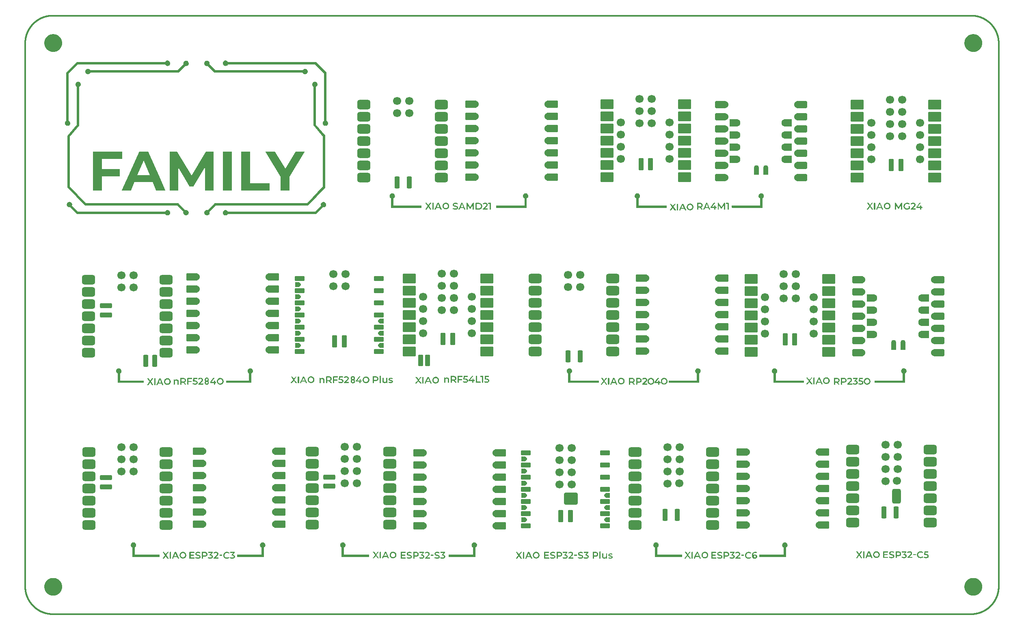
<source format=gbr>
%TF.GenerationSoftware,KiCad,Pcbnew,9.0.4*%
%TF.CreationDate,2025-09-18T16:51:08+08:00*%
%TF.ProjectId,XIAO,5849414f-2e6b-4696-9361-645f70636258,rev?*%
%TF.SameCoordinates,Original*%
%TF.FileFunction,Copper,L1,Top*%
%TF.FilePolarity,Positive*%
%FSLAX46Y46*%
G04 Gerber Fmt 4.6, Leading zero omitted, Abs format (unit mm)*
G04 Created by KiCad (PCBNEW 9.0.4) date 2025-09-18 16:51:08*
%MOMM*%
%LPD*%
G01*
G04 APERTURE LIST*
G04 Aperture macros list*
%AMRoundRect*
0 Rectangle with rounded corners*
0 $1 Rounding radius*
0 $2 $3 $4 $5 $6 $7 $8 $9 X,Y pos of 4 corners*
0 Add a 4 corners polygon primitive as box body*
4,1,4,$2,$3,$4,$5,$6,$7,$8,$9,$2,$3,0*
0 Add four circle primitives for the rounded corners*
1,1,$1+$1,$2,$3*
1,1,$1+$1,$4,$5*
1,1,$1+$1,$6,$7*
1,1,$1+$1,$8,$9*
0 Add four rect primitives between the rounded corners*
20,1,$1+$1,$2,$3,$4,$5,0*
20,1,$1+$1,$4,$5,$6,$7,0*
20,1,$1+$1,$6,$7,$8,$9,0*
20,1,$1+$1,$8,$9,$2,$3,0*%
%AMFreePoly0*
4,1,15,-0.616000,0.142500,-0.283500,0.475000,0.521000,0.475000,0.557355,0.467769,0.588175,0.447175,0.608769,0.416355,0.616000,0.380000,0.616000,-0.380000,0.608769,-0.416355,0.588175,-0.447175,0.557355,-0.467769,0.521000,-0.475000,-0.283500,-0.475000,-0.616000,-0.142500,-0.616000,0.142500,-0.616000,0.142500,$1*%
G04 Aperture macros list end*
%ADD10C,0.350000*%
%TA.AperFunction,NonConductor*%
%ADD11C,0.350000*%
%TD*%
%ADD12C,0.025400*%
%TA.AperFunction,SMDPad,CuDef*%
%ADD13RoundRect,0.500000X-0.875000X-0.500000X0.875000X-0.500000X0.875000X0.500000X-0.875000X0.500000X0*%
%TD*%
%TA.AperFunction,SMDPad,CuDef*%
%ADD14RoundRect,0.275000X0.975000X0.275000X-0.975000X0.275000X-0.975000X-0.275000X0.975000X-0.275000X0*%
%TD*%
%TA.AperFunction,SMDPad,CuDef*%
%ADD15RoundRect,0.275000X-0.275000X0.975000X-0.275000X-0.975000X0.275000X-0.975000X0.275000X0.975000X0*%
%TD*%
%TA.AperFunction,SMDPad,CuDef*%
%ADD16C,1.700000*%
%TD*%
%TA.AperFunction,SMDPad,CuDef*%
%ADD17RoundRect,0.152400X-1.063600X-0.609600X1.063600X-0.609600X1.063600X0.609600X-1.063600X0.609600X0*%
%TD*%
%TA.AperFunction,ComponentPad*%
%ADD18C,1.524000*%
%TD*%
%TA.AperFunction,SMDPad,CuDef*%
%ADD19RoundRect,0.152400X1.063600X0.609600X-1.063600X0.609600X-1.063600X-0.609600X1.063600X-0.609600X0*%
%TD*%
%TA.AperFunction,SMDPad,CuDef*%
%ADD20RoundRect,0.200000X1.175000X0.800000X-1.175000X0.800000X-1.175000X-0.800000X1.175000X-0.800000X0*%
%TD*%
%TA.AperFunction,SMDPad,CuDef*%
%ADD21RoundRect,0.200000X-1.175000X-0.800000X1.175000X-0.800000X1.175000X0.800000X-1.175000X0.800000X0*%
%TD*%
%TA.AperFunction,SMDPad,CuDef*%
%ADD22RoundRect,0.110000X-0.440000X1.140000X-0.440000X-1.140000X0.440000X-1.140000X0.440000X1.140000X0*%
%TD*%
%TA.AperFunction,SMDPad,CuDef*%
%ADD23RoundRect,0.100000X-0.400000X1.050000X-0.400000X-1.050000X0.400000X-1.050000X0.400000X1.050000X0*%
%TD*%
%TA.AperFunction,SMDPad,CuDef*%
%ADD24RoundRect,0.275000X0.275000X-0.975000X0.275000X0.975000X-0.275000X0.975000X-0.275000X-0.975000X0*%
%TD*%
%TA.AperFunction,SMDPad,CuDef*%
%ADD25RoundRect,0.095000X0.921000X0.380000X-0.921000X0.380000X-0.921000X-0.380000X0.921000X-0.380000X0*%
%TD*%
%TA.AperFunction,SMDPad,CuDef*%
%ADD26RoundRect,0.095000X-0.921000X-0.380000X0.921000X-0.380000X0.921000X0.380000X-0.921000X0.380000X0*%
%TD*%
%TA.AperFunction,SMDPad,CuDef*%
%ADD27FreePoly0,180.000000*%
%TD*%
%TA.AperFunction,SMDPad,CuDef*%
%ADD28FreePoly0,0.000000*%
%TD*%
%TA.AperFunction,SMDPad,CuDef*%
%ADD29RoundRect,0.152400X1.013600X0.609600X-1.013600X0.609600X-1.013600X-0.609600X1.013600X-0.609600X0*%
%TD*%
%TA.AperFunction,SMDPad,CuDef*%
%ADD30RoundRect,0.152400X-1.013600X-0.609600X1.013600X-0.609600X1.013600X0.609600X-1.013600X0.609600X0*%
%TD*%
%TA.AperFunction,ComponentPad*%
%ADD31C,1.600000*%
%TD*%
%TA.AperFunction,SMDPad,CuDef*%
%ADD32RoundRect,0.140000X-0.560000X-0.660000X0.560000X-0.660000X0.560000X0.660000X-0.560000X0.660000X0*%
%TD*%
%TA.AperFunction,ComponentPad*%
%ADD33C,1.100000*%
%TD*%
%TA.AperFunction,SMDPad,CuDef*%
%ADD34RoundRect,0.110000X-0.440000X0.690000X-0.440000X-0.690000X0.440000X-0.690000X0.440000X0.690000X0*%
%TD*%
%TA.AperFunction,SMDPad,CuDef*%
%ADD35RoundRect,0.475000X-0.475000X1.075000X-0.475000X-1.075000X0.475000X-1.075000X0.475000X1.075000X0*%
%TD*%
%TA.AperFunction,SMDPad,CuDef*%
%ADD36RoundRect,0.250000X-1.150000X-1.000000X1.150000X-1.000000X1.150000X1.000000X-1.150000X1.000000X0*%
%TD*%
%TA.AperFunction,ViaPad*%
%ADD37C,3.500000*%
%TD*%
G04 APERTURE END LIST*
D10*
X252196675Y-37629832D02*
X252185031Y-37629792D01*
X252173396Y-37629672D01*
X252161770Y-37629473D01*
X252150154Y-37629193D01*
X252138547Y-37628834D01*
X252126949Y-37628395D01*
X252115362Y-37627877D01*
X252103785Y-37627279D01*
X252092219Y-37626602D01*
X252080663Y-37625845D01*
X252069119Y-37625009D01*
X252057587Y-37624094D01*
X252046066Y-37623099D01*
X252034557Y-37622025D01*
X252023060Y-37620872D01*
X252011576Y-37619640D01*
X252000105Y-37618330D01*
X251988648Y-37616940D01*
X251977203Y-37615471D01*
X251965773Y-37613924D01*
X251954357Y-37612297D01*
X251942956Y-37610593D01*
X251931569Y-37608809D01*
X251920198Y-37606947D01*
X251908843Y-37605007D01*
X251897503Y-37602988D01*
X251886179Y-37600891D01*
X251874872Y-37598716D01*
X251863582Y-37596463D01*
X251852309Y-37594131D01*
X251841054Y-37591722D01*
X251829817Y-37589235D01*
X251818599Y-37586670D01*
X251807399Y-37584027D01*
X251796218Y-37581307D01*
X251785057Y-37578509D01*
X251773916Y-37575633D01*
X251762795Y-37572681D01*
X251751694Y-37569651D01*
X251740615Y-37566544D01*
X251729557Y-37563360D01*
X251718521Y-37560100D01*
X251707508Y-37556762D01*
X251696517Y-37553348D01*
X251685549Y-37549857D01*
X251674605Y-37546290D01*
X251663684Y-37542647D01*
X251652788Y-37538927D01*
X251641917Y-37535132D01*
X251631071Y-37531260D01*
X251620251Y-37527313D01*
X251609457Y-37523291D01*
X251598689Y-37519193D01*
X251587949Y-37515019D01*
X251577236Y-37510771D01*
X251566550Y-37506447D01*
X251555893Y-37502049D01*
X251545265Y-37497576D01*
X251534666Y-37493029D01*
X251524097Y-37488408D01*
X251513558Y-37483712D01*
X251503049Y-37478943D01*
X251492572Y-37474100D01*
X251482126Y-37469183D01*
X251471712Y-37464193D01*
X251461331Y-37459130D01*
X251450983Y-37453994D01*
X251440668Y-37448786D01*
X251430388Y-37443505D01*
X251420141Y-37438152D01*
X251409930Y-37432727D01*
X251399754Y-37427230D01*
X251389614Y-37421662D01*
X251379511Y-37416023D01*
X251369444Y-37410312D01*
X251359415Y-37404531D01*
X251349423Y-37398679D01*
X251339470Y-37392758D01*
X251329556Y-37386766D01*
X251319682Y-37380705D01*
X251309847Y-37374574D01*
X251300052Y-37368374D01*
X251290299Y-37362106D01*
X251280587Y-37355769D01*
X251270916Y-37349364D01*
X251261288Y-37342891D01*
X251251703Y-37336350D01*
X251242162Y-37329742D01*
X251232664Y-37323068D01*
X251223210Y-37316326D01*
X251213802Y-37309519D01*
X251204439Y-37302646D01*
X251195121Y-37295707D01*
X251185850Y-37288703D01*
X251176626Y-37281634D01*
X251167450Y-37274501D01*
X251158321Y-37267303D01*
X251149241Y-37260042D01*
X251140209Y-37252718D01*
X251131227Y-37245330D01*
X251122294Y-37237880D01*
X251113412Y-37230368D01*
X251104581Y-37222794D01*
X251095801Y-37215159D01*
X251087073Y-37207462D01*
X251078397Y-37199705D01*
X251069774Y-37191888D01*
X251061204Y-37184011D01*
X251052687Y-37176075D01*
X251044225Y-37168080D01*
X251035817Y-37160026D01*
X251027465Y-37151915D01*
X251019167Y-37143745D01*
X251010926Y-37135519D01*
X251002742Y-37127236D01*
X250998670Y-37123073D01*
X250994614Y-37118897D01*
X250990571Y-37114706D01*
X250986543Y-37110501D01*
X250982530Y-37106283D01*
X250978530Y-37102051D01*
X250974546Y-37097805D01*
X250970576Y-37093546D01*
X250966621Y-37089272D01*
X250962680Y-37084986D01*
X250958754Y-37080686D01*
X250954843Y-37076372D01*
X250950947Y-37072045D01*
X250947066Y-37067705D01*
X250943200Y-37063351D01*
X250939348Y-37058984D01*
X250935512Y-37054605D01*
X250931691Y-37050212D01*
X250927886Y-37045806D01*
X250924095Y-37041387D01*
X250920320Y-37036955D01*
X250916560Y-37032510D01*
X250912815Y-37028053D01*
X250909086Y-37023582D01*
X250905373Y-37019100D01*
X250901674Y-37014604D01*
X250897992Y-37010096D01*
X250894325Y-37005576D01*
X250890674Y-37001043D01*
X250887039Y-36996498D01*
X250883419Y-36991941D01*
X250879815Y-36987371D01*
X250876227Y-36982789D01*
X250872655Y-36978195D01*
X250869100Y-36973589D01*
X250865559Y-36968971D01*
X250862036Y-36964341D01*
X250858528Y-36959699D01*
X250855036Y-36955046D01*
X250851561Y-36950380D01*
X250848102Y-36945704D01*
X250844659Y-36941015D01*
X250841232Y-36936315D01*
X250837822Y-36931603D01*
X250834428Y-36926880D01*
X250831051Y-36922146D01*
X250827691Y-36917400D01*
X250824346Y-36912643D01*
X250821019Y-36907875D01*
X250817708Y-36903096D01*
X250814414Y-36898306D01*
X250811136Y-36893504D01*
X250807876Y-36888693D01*
X250804631Y-36883869D01*
X250801405Y-36879036D01*
X250798194Y-36874191D01*
X250795001Y-36869336D01*
X250791825Y-36864470D01*
X250788666Y-36859594D01*
X250785523Y-36854707D01*
X250782399Y-36849810D01*
X250779290Y-36844902D01*
X250776200Y-36839985D01*
X250773126Y-36835056D01*
X250770070Y-36830119D01*
X250767031Y-36825170D01*
X250764009Y-36820212D01*
X250761005Y-36815243D01*
X250758018Y-36810266D01*
X250755048Y-36805277D01*
X250752096Y-36800280D01*
X250749161Y-36795272D01*
X250746245Y-36790255D01*
X250743345Y-36785228D01*
X250740463Y-36780192D01*
X250737599Y-36775145D01*
X250734753Y-36770091D01*
X250731923Y-36765026D01*
X250729113Y-36759953D01*
X250726319Y-36754869D01*
X250723544Y-36749777D01*
X250720786Y-36744675D01*
X250718046Y-36739566D01*
X250715324Y-36734446D01*
X250712620Y-36729318D01*
X250709934Y-36724181D01*
X250707266Y-36719036D01*
X250704615Y-36713880D01*
X250701984Y-36708718D01*
X250699370Y-36703545D01*
X250696774Y-36698366D01*
X250694196Y-36693176D01*
X250691637Y-36687980D01*
X250689095Y-36682773D01*
X250686572Y-36677560D01*
X250684067Y-36672338D01*
X250681581Y-36667108D01*
X250679112Y-36661869D01*
X250676663Y-36656623D01*
X250674231Y-36651368D01*
X250671818Y-36646107D01*
X250669423Y-36640836D01*
X250667047Y-36635559D01*
X250664689Y-36630272D01*
X250662350Y-36624979D01*
X250660028Y-36619678D01*
X250657726Y-36614370D01*
X250655442Y-36609053D01*
X250653177Y-36603730D01*
X250650930Y-36598398D01*
X250648703Y-36593061D01*
X250646493Y-36587714D01*
X250644303Y-36582363D01*
X250642130Y-36577002D01*
X250639977Y-36571636D01*
X250637842Y-36566261D01*
X250635727Y-36560880D01*
X250633630Y-36555491D01*
X250631552Y-36550098D01*
X250629492Y-36544695D01*
X250627452Y-36539288D01*
X250625430Y-36533871D01*
X250623428Y-36528451D01*
X250621443Y-36523021D01*
X250619479Y-36517588D01*
X250617532Y-36512145D01*
X250615606Y-36506698D01*
X250613697Y-36501243D01*
X250611809Y-36495784D01*
X250609938Y-36490316D01*
X250608088Y-36484844D01*
X250606255Y-36479364D01*
X250604443Y-36473880D01*
X250602649Y-36468388D01*
X250600874Y-36462892D01*
X250599119Y-36457388D01*
X250597383Y-36451880D01*
X250595665Y-36446364D01*
X250593967Y-36440845D01*
X250592288Y-36435318D01*
X250590629Y-36429787D01*
X250588988Y-36424249D01*
X250587367Y-36418707D01*
X250585764Y-36413157D01*
X250584182Y-36407604D01*
X250582618Y-36402044D01*
X250581074Y-36396480D01*
X250579549Y-36390909D01*
X250578044Y-36385335D01*
X250576557Y-36379754D01*
X250575091Y-36374170D01*
X250573643Y-36368578D01*
X250572215Y-36362983D01*
X250570806Y-36357382D01*
X250569417Y-36351777D01*
X250568047Y-36346166D01*
X250566697Y-36340551D01*
X250565365Y-36334930D01*
X250564054Y-36329307D01*
X250562761Y-36323676D01*
X250561489Y-36318043D01*
X250560236Y-36312403D01*
X250559002Y-36306761D01*
X250557788Y-36301112D01*
X250556593Y-36295461D01*
X250555418Y-36289803D01*
X250554262Y-36284143D01*
X250553126Y-36278477D01*
X250552010Y-36272808D01*
X250550913Y-36267133D01*
X250549835Y-36261457D01*
X250548777Y-36255773D01*
X250547739Y-36250088D01*
X250546721Y-36244397D01*
X250545722Y-36238704D01*
X250544742Y-36233005D01*
X250543783Y-36227304D01*
X250542843Y-36221597D01*
X250541923Y-36215888D01*
X250541022Y-36210173D01*
X250540141Y-36204457D01*
X250539279Y-36198735D01*
X250538438Y-36193012D01*
X250537616Y-36187283D01*
X250536814Y-36181552D01*
X250536031Y-36175816D01*
X250535269Y-36170078D01*
X250534525Y-36164335D01*
X250533802Y-36158591D01*
X250533099Y-36152840D01*
X250532415Y-36147090D01*
X250531751Y-36141333D01*
X250531107Y-36135575D01*
X250530482Y-36129812D01*
X250529878Y-36124049D01*
X250529293Y-36118279D01*
X250528728Y-36112509D01*
X250528183Y-36106734D01*
X250527657Y-36100958D01*
X250527152Y-36095177D01*
X250526666Y-36089395D01*
X250526200Y-36083608D01*
X250525754Y-36077820D01*
X250525328Y-36072027D01*
X250524922Y-36066234D01*
X250524536Y-36060436D01*
X250524169Y-36054638D01*
X250523823Y-36048834D01*
X250523496Y-36043030D01*
X250523189Y-36037222D01*
X250522902Y-36031413D01*
X250522635Y-36025599D01*
X250522388Y-36019785D01*
X250522161Y-36013967D01*
X250521954Y-36008148D01*
X250521767Y-36002325D01*
X250521600Y-35996501D01*
X250521452Y-35990673D01*
X250521325Y-35984845D01*
X250521218Y-35979013D01*
X250521131Y-35973181D01*
X250521063Y-35967344D01*
X250521016Y-35961507D01*
X250520989Y-35955666D01*
X250520981Y-35950606D01*
X250520981Y-35950606D02*
X250521021Y-35938935D01*
X250521141Y-35927273D01*
X250521340Y-35915620D01*
X250521620Y-35903977D01*
X250521979Y-35892343D01*
X250522418Y-35880719D01*
X250522936Y-35869106D01*
X250523534Y-35857503D01*
X250524211Y-35845911D01*
X250524968Y-35834330D01*
X250525804Y-35822761D01*
X250526719Y-35811203D01*
X250527714Y-35799657D01*
X250528787Y-35788124D01*
X250529940Y-35776603D01*
X250531172Y-35765095D01*
X250532482Y-35753600D01*
X250533872Y-35742119D01*
X250535340Y-35730652D01*
X250536888Y-35719199D01*
X250538513Y-35707760D01*
X250540218Y-35696336D01*
X250542001Y-35684927D01*
X250543862Y-35673534D01*
X250545802Y-35662157D01*
X250547820Y-35650796D01*
X250549917Y-35639451D01*
X250552091Y-35628124D01*
X250554344Y-35616813D01*
X250556675Y-35605520D01*
X250559083Y-35594245D01*
X250561570Y-35582989D01*
X250564134Y-35571751D01*
X250566775Y-35560532D01*
X250569495Y-35549333D01*
X250572291Y-35538154D01*
X250575165Y-35526995D01*
X250578117Y-35515856D01*
X250581145Y-35504739D01*
X250584250Y-35493643D01*
X250587432Y-35482568D01*
X250590691Y-35471516D01*
X250594027Y-35460487D01*
X250597439Y-35449481D01*
X250600928Y-35438498D01*
X250604493Y-35427539D01*
X250608134Y-35416604D01*
X250611851Y-35405694D01*
X250615644Y-35394809D01*
X250619513Y-35383950D01*
X250623457Y-35373117D01*
X250627477Y-35362310D01*
X250631572Y-35351530D01*
X250635742Y-35340778D01*
X250639987Y-35330053D01*
X250644307Y-35319357D01*
X250648702Y-35308689D01*
X250653171Y-35298050D01*
X250657714Y-35287441D01*
X250662331Y-35276862D01*
X250667023Y-35266314D01*
X250671788Y-35255797D01*
X250676626Y-35245311D01*
X250681538Y-35234857D01*
X250686523Y-35224436D01*
X250691581Y-35214047D01*
X250696711Y-35203692D01*
X250701914Y-35193371D01*
X250707189Y-35183084D01*
X250712536Y-35172832D01*
X250717955Y-35162615D01*
X250723446Y-35152434D01*
X250729008Y-35142289D01*
X250734640Y-35132181D01*
X250740344Y-35122111D01*
X250746118Y-35112078D01*
X250751962Y-35102083D01*
X250757876Y-35092127D01*
X250763860Y-35082210D01*
X250769914Y-35072334D01*
X250776036Y-35062497D01*
X250782228Y-35052701D01*
X250788487Y-35042946D01*
X250794816Y-35033233D01*
X250801212Y-35023562D01*
X250807675Y-35013934D01*
X250814206Y-35004350D01*
X250820804Y-34994808D01*
X250827469Y-34985312D01*
X250834200Y-34975859D01*
X250840997Y-34966452D01*
X250847860Y-34957091D01*
X250854787Y-34947776D01*
X250861780Y-34938508D01*
X250868838Y-34929287D01*
X250875959Y-34920113D01*
X250883145Y-34910988D01*
X250890394Y-34901911D01*
X250897706Y-34892883D01*
X250905081Y-34883906D01*
X250912518Y-34874978D01*
X250920017Y-34866101D01*
X250927578Y-34857275D01*
X250935200Y-34848500D01*
X250942883Y-34839777D01*
X250950626Y-34831107D01*
X250958428Y-34822490D01*
X250966291Y-34813927D01*
X250974212Y-34805417D01*
X250982193Y-34796962D01*
X250990231Y-34788561D01*
X250998327Y-34780216D01*
X251006481Y-34771927D01*
X251014692Y-34763693D01*
X251018818Y-34759598D01*
X251022959Y-34755517D01*
X251027113Y-34751450D01*
X251031282Y-34747397D01*
X251035464Y-34743359D01*
X251039661Y-34739335D01*
X251043871Y-34735326D01*
X251048095Y-34731331D01*
X251052332Y-34727351D01*
X251056583Y-34723385D01*
X251060848Y-34719435D01*
X251065126Y-34715499D01*
X251069418Y-34711577D01*
X251073723Y-34707671D01*
X251078041Y-34703780D01*
X251082373Y-34699903D01*
X251086717Y-34696042D01*
X251091075Y-34692195D01*
X251095446Y-34688364D01*
X251099831Y-34684548D01*
X251104227Y-34680747D01*
X251108638Y-34676961D01*
X251113060Y-34673191D01*
X251117496Y-34669436D01*
X251121944Y-34665697D01*
X251126405Y-34661973D01*
X251130879Y-34658265D01*
X251135365Y-34654571D01*
X251139864Y-34650894D01*
X251144375Y-34647233D01*
X251148898Y-34643587D01*
X251153434Y-34639957D01*
X251157982Y-34636343D01*
X251162543Y-34632744D01*
X251167115Y-34629162D01*
X251171699Y-34625595D01*
X251176295Y-34622045D01*
X251180904Y-34618510D01*
X251185524Y-34614992D01*
X251190157Y-34611489D01*
X251194800Y-34608004D01*
X251199456Y-34604533D01*
X251204123Y-34601080D01*
X251208802Y-34597643D01*
X251213492Y-34594222D01*
X251218194Y-34590817D01*
X251222907Y-34587430D01*
X251227632Y-34584058D01*
X251232367Y-34580703D01*
X251237114Y-34577364D01*
X251241872Y-34574043D01*
X251246642Y-34570738D01*
X251251421Y-34567449D01*
X251256213Y-34564177D01*
X251261015Y-34560923D01*
X251265828Y-34557685D01*
X251270651Y-34554464D01*
X251275486Y-34551259D01*
X251280331Y-34548072D01*
X251285187Y-34544901D01*
X251290052Y-34541748D01*
X251294929Y-34538612D01*
X251299816Y-34535493D01*
X251304714Y-34532391D01*
X251309621Y-34529306D01*
X251314539Y-34526238D01*
X251319466Y-34523188D01*
X251324405Y-34520155D01*
X251329352Y-34517139D01*
X251334311Y-34514141D01*
X251339278Y-34511160D01*
X251344257Y-34508196D01*
X251349244Y-34505250D01*
X251354241Y-34502321D01*
X251359248Y-34499411D01*
X251364265Y-34496517D01*
X251369290Y-34493641D01*
X251374326Y-34490783D01*
X251379371Y-34487943D01*
X251384425Y-34485119D01*
X251389488Y-34482315D01*
X251394562Y-34479527D01*
X251399643Y-34476758D01*
X251404734Y-34474005D01*
X251409834Y-34471272D01*
X251414943Y-34468556D01*
X251420061Y-34465858D01*
X251425188Y-34463177D01*
X251430323Y-34460516D01*
X251435468Y-34457871D01*
X251440620Y-34455246D01*
X251445782Y-34452637D01*
X251450952Y-34450048D01*
X251456131Y-34447476D01*
X251461317Y-34444922D01*
X251466514Y-34442387D01*
X251471716Y-34439870D01*
X251476929Y-34437370D01*
X251482148Y-34434890D01*
X251487378Y-34432427D01*
X251492613Y-34429984D01*
X251497858Y-34427558D01*
X251503110Y-34425151D01*
X251508371Y-34422761D01*
X251513638Y-34420391D01*
X251518914Y-34418039D01*
X251524197Y-34415705D01*
X251529489Y-34413390D01*
X251534787Y-34411094D01*
X251540094Y-34408815D01*
X251545407Y-34406556D01*
X251550729Y-34404315D01*
X251556057Y-34402093D01*
X251561394Y-34399889D01*
X251566736Y-34397704D01*
X251572087Y-34395538D01*
X251577443Y-34393391D01*
X251582809Y-34391261D01*
X251588179Y-34389152D01*
X251593559Y-34387060D01*
X251598943Y-34384988D01*
X251604337Y-34382933D01*
X251609735Y-34380899D01*
X251615142Y-34378882D01*
X251620553Y-34376886D01*
X251625973Y-34374907D01*
X251631398Y-34372948D01*
X251636831Y-34371007D01*
X251642269Y-34369086D01*
X251647715Y-34367183D01*
X251653165Y-34365300D01*
X251658624Y-34363435D01*
X251664087Y-34361589D01*
X251669558Y-34359762D01*
X251675034Y-34357955D01*
X251680517Y-34356166D01*
X251686005Y-34354397D01*
X251691500Y-34352647D01*
X251696999Y-34350916D01*
X251702507Y-34349204D01*
X251708018Y-34347511D01*
X251713537Y-34345837D01*
X251719059Y-34344183D01*
X251724590Y-34342547D01*
X251730123Y-34340932D01*
X251735665Y-34339334D01*
X251741210Y-34337757D01*
X251746762Y-34336198D01*
X251752318Y-34334660D01*
X251757881Y-34333139D01*
X251763447Y-34331639D01*
X251769021Y-34330158D01*
X251774598Y-34328696D01*
X251780182Y-34327253D01*
X251785769Y-34325830D01*
X251791364Y-34324426D01*
X251796961Y-34323042D01*
X251802565Y-34321677D01*
X251808172Y-34320332D01*
X251813787Y-34319005D01*
X251819403Y-34317699D01*
X251825027Y-34316411D01*
X251830653Y-34315143D01*
X251836287Y-34313895D01*
X251841922Y-34312666D01*
X251847565Y-34311456D01*
X251853209Y-34310266D01*
X251858861Y-34309096D01*
X251864514Y-34307945D01*
X251870175Y-34306813D01*
X251875837Y-34305702D01*
X251881506Y-34304609D01*
X251887177Y-34303537D01*
X251892855Y-34302483D01*
X251898534Y-34301450D01*
X251904220Y-34300436D01*
X251909907Y-34299442D01*
X251915601Y-34298467D01*
X251921297Y-34297512D01*
X251926999Y-34296576D01*
X251932702Y-34295660D01*
X251938412Y-34294764D01*
X251944123Y-34293887D01*
X251949840Y-34293030D01*
X251955559Y-34292193D01*
X251961284Y-34291376D01*
X251967010Y-34290578D01*
X251972742Y-34289800D01*
X251978475Y-34289042D01*
X251984214Y-34288303D01*
X251989954Y-34287584D01*
X251995701Y-34286885D01*
X252001448Y-34286205D01*
X252007201Y-34285546D01*
X252012955Y-34284906D01*
X252018714Y-34284285D01*
X252024474Y-34283685D01*
X252030241Y-34283105D01*
X252036007Y-34282544D01*
X252041780Y-34282003D01*
X252047553Y-34281482D01*
X252053331Y-34280980D01*
X252059110Y-34280499D01*
X252064895Y-34280037D01*
X252070680Y-34279596D01*
X252076470Y-34279174D01*
X252082261Y-34278772D01*
X252088057Y-34278389D01*
X252093854Y-34278027D01*
X252099656Y-34277685D01*
X252105458Y-34277362D01*
X252111265Y-34277059D01*
X252117072Y-34276777D01*
X252122885Y-34276514D01*
X252128697Y-34276271D01*
X252134515Y-34276048D01*
X252140332Y-34275845D01*
X252146155Y-34275662D01*
X252151978Y-34275499D01*
X252157805Y-34275356D01*
X252163632Y-34275233D01*
X252169465Y-34275129D01*
X252175297Y-34275046D01*
X252181133Y-34274983D01*
X252186970Y-34274940D01*
X252192811Y-34274916D01*
X252196675Y-34274912D01*
X252196675Y-34274912D02*
X252208346Y-34274952D01*
X252220008Y-34275072D01*
X252231661Y-34275271D01*
X252243304Y-34275551D01*
X252254938Y-34275910D01*
X252266562Y-34276349D01*
X252278175Y-34276867D01*
X252289778Y-34277465D01*
X252301370Y-34278142D01*
X252312951Y-34278899D01*
X252324520Y-34279735D01*
X252336078Y-34280650D01*
X252347624Y-34281645D01*
X252359157Y-34282718D01*
X252370678Y-34283871D01*
X252382186Y-34285103D01*
X252393681Y-34286413D01*
X252405162Y-34287803D01*
X252416629Y-34289271D01*
X252428082Y-34290819D01*
X252439521Y-34292444D01*
X252450945Y-34294149D01*
X252462354Y-34295932D01*
X252473747Y-34297793D01*
X252485124Y-34299733D01*
X252496485Y-34301751D01*
X252507830Y-34303848D01*
X252519157Y-34306022D01*
X252530468Y-34308275D01*
X252541761Y-34310606D01*
X252553036Y-34313014D01*
X252564292Y-34315501D01*
X252575530Y-34318065D01*
X252586749Y-34320706D01*
X252597948Y-34323426D01*
X252609127Y-34326222D01*
X252620286Y-34329096D01*
X252631425Y-34332048D01*
X252642542Y-34335076D01*
X252653639Y-34338181D01*
X252664713Y-34341363D01*
X252675765Y-34344622D01*
X252686794Y-34347958D01*
X252697801Y-34351370D01*
X252708784Y-34354859D01*
X252719743Y-34358424D01*
X252730677Y-34362065D01*
X252741587Y-34365782D01*
X252752472Y-34369575D01*
X252763331Y-34373444D01*
X252774164Y-34377388D01*
X252784971Y-34381408D01*
X252795751Y-34385503D01*
X252806504Y-34389673D01*
X252817228Y-34393918D01*
X252827925Y-34398238D01*
X252838592Y-34402633D01*
X252849231Y-34407102D01*
X252859840Y-34411645D01*
X252870419Y-34416262D01*
X252880967Y-34420954D01*
X252891484Y-34425719D01*
X252901970Y-34430557D01*
X252912424Y-34435469D01*
X252922846Y-34440454D01*
X252933234Y-34445512D01*
X252943589Y-34450642D01*
X252953911Y-34455845D01*
X252964197Y-34461120D01*
X252974450Y-34466468D01*
X252984666Y-34471886D01*
X252994847Y-34477377D01*
X253004992Y-34482939D01*
X253015100Y-34488571D01*
X253025171Y-34494275D01*
X253035204Y-34500049D01*
X253045198Y-34505893D01*
X253055154Y-34511807D01*
X253065071Y-34517791D01*
X253074948Y-34523845D01*
X253084785Y-34529967D01*
X253094580Y-34536159D01*
X253104335Y-34542419D01*
X253114048Y-34548747D01*
X253123719Y-34555143D01*
X253133347Y-34561606D01*
X253142932Y-34568137D01*
X253152473Y-34574735D01*
X253161970Y-34581400D01*
X253171422Y-34588131D01*
X253180829Y-34594928D01*
X253190190Y-34601791D01*
X253199505Y-34608718D01*
X253208774Y-34615711D01*
X253217995Y-34622769D01*
X253227168Y-34629890D01*
X253236294Y-34637076D01*
X253245370Y-34644325D01*
X253254398Y-34651637D01*
X253263376Y-34659012D01*
X253272304Y-34666449D01*
X253281181Y-34673948D01*
X253290007Y-34681509D01*
X253298782Y-34689131D01*
X253307504Y-34696814D01*
X253316174Y-34704557D01*
X253324791Y-34712360D01*
X253333355Y-34720222D01*
X253341864Y-34728144D01*
X253350320Y-34736124D01*
X253358720Y-34744162D01*
X253367066Y-34752259D01*
X253375355Y-34760412D01*
X253383588Y-34768623D01*
X253387684Y-34772749D01*
X253391765Y-34776890D01*
X253395832Y-34781045D01*
X253399884Y-34785213D01*
X253403923Y-34789396D01*
X253407946Y-34793592D01*
X253411956Y-34797802D01*
X253415951Y-34802026D01*
X253419931Y-34806263D01*
X253423896Y-34810514D01*
X253427847Y-34814779D01*
X253431783Y-34819057D01*
X253435704Y-34823349D01*
X253439611Y-34827654D01*
X253443502Y-34831972D01*
X253447379Y-34836304D01*
X253451240Y-34840648D01*
X253455086Y-34845007D01*
X253458918Y-34849377D01*
X253462734Y-34853762D01*
X253466535Y-34858158D01*
X253470320Y-34862569D01*
X253474090Y-34866991D01*
X253477845Y-34871427D01*
X253481585Y-34875875D01*
X253485309Y-34880336D01*
X253489017Y-34884810D01*
X253492710Y-34889296D01*
X253496387Y-34893795D01*
X253500049Y-34898306D01*
X253503695Y-34902829D01*
X253507325Y-34907365D01*
X253510939Y-34911913D01*
X253514538Y-34916474D01*
X253518120Y-34921046D01*
X253521687Y-34925630D01*
X253525237Y-34930227D01*
X253528772Y-34934835D01*
X253532290Y-34939455D01*
X253535792Y-34944088D01*
X253539278Y-34948731D01*
X253542748Y-34953387D01*
X253546202Y-34958054D01*
X253549639Y-34962733D01*
X253553060Y-34967423D01*
X253556464Y-34972125D01*
X253559852Y-34976838D01*
X253563224Y-34981563D01*
X253566579Y-34986298D01*
X253569917Y-34991046D01*
X253573239Y-34995803D01*
X253576544Y-35000573D01*
X253579832Y-35005353D01*
X253583104Y-35010144D01*
X253586359Y-35014946D01*
X253589597Y-35019759D01*
X253592818Y-35024582D01*
X253596023Y-35029417D01*
X253599210Y-35034262D01*
X253602380Y-35039118D01*
X253605533Y-35043983D01*
X253608670Y-35048860D01*
X253611789Y-35053747D01*
X253614891Y-35058645D01*
X253617976Y-35063552D01*
X253621044Y-35068470D01*
X253624094Y-35073397D01*
X253627127Y-35078336D01*
X253630142Y-35083284D01*
X253633141Y-35088242D01*
X253636122Y-35093209D01*
X253639086Y-35098188D01*
X253642031Y-35103175D01*
X253644960Y-35108173D01*
X253647871Y-35113179D01*
X253650765Y-35118196D01*
X253653640Y-35123221D01*
X253656499Y-35128257D01*
X253659339Y-35133302D01*
X253662163Y-35138356D01*
X253664967Y-35143419D01*
X253667755Y-35148493D01*
X253670524Y-35153574D01*
X253673276Y-35158666D01*
X253676010Y-35163765D01*
X253678726Y-35168875D01*
X253681424Y-35173992D01*
X253684104Y-35179119D01*
X253686766Y-35184254D01*
X253689411Y-35189399D01*
X253692036Y-35194551D01*
X253694645Y-35199713D01*
X253697234Y-35204883D01*
X253699806Y-35210062D01*
X253702359Y-35215248D01*
X253704895Y-35220445D01*
X253707412Y-35225647D01*
X253709911Y-35230860D01*
X253712392Y-35236079D01*
X253714854Y-35241309D01*
X253717298Y-35246544D01*
X253719724Y-35251789D01*
X253722131Y-35257041D01*
X253724521Y-35262302D01*
X253726891Y-35267569D01*
X253729243Y-35272845D01*
X253731576Y-35278128D01*
X253733892Y-35283420D01*
X253736188Y-35288718D01*
X253738467Y-35294025D01*
X253740726Y-35299338D01*
X253742967Y-35304660D01*
X253745189Y-35309988D01*
X253747393Y-35315325D01*
X253749577Y-35320667D01*
X253751744Y-35326018D01*
X253753891Y-35331374D01*
X253756021Y-35336740D01*
X253758130Y-35342110D01*
X253760222Y-35347490D01*
X253762294Y-35352874D01*
X253764348Y-35358268D01*
X253766383Y-35363666D01*
X253768399Y-35369073D01*
X253770396Y-35374484D01*
X253772375Y-35379904D01*
X253774334Y-35385329D01*
X253776275Y-35390762D01*
X253778196Y-35396200D01*
X253780099Y-35401646D01*
X253781982Y-35407096D01*
X253783847Y-35412555D01*
X253785693Y-35418018D01*
X253787519Y-35423489D01*
X253789327Y-35428965D01*
X253791115Y-35434448D01*
X253792884Y-35439936D01*
X253794635Y-35445431D01*
X253796366Y-35450930D01*
X253798078Y-35456438D01*
X253799771Y-35461949D01*
X253801445Y-35467468D01*
X253803099Y-35472990D01*
X253804735Y-35478520D01*
X253806350Y-35484054D01*
X253807948Y-35489596D01*
X253809525Y-35495140D01*
X253811083Y-35500693D01*
X253812622Y-35506249D01*
X253814142Y-35511812D01*
X253815643Y-35517378D01*
X253817124Y-35522952D01*
X253818586Y-35528529D01*
X253820029Y-35534113D01*
X253821451Y-35539700D01*
X253822856Y-35545295D01*
X253824240Y-35550892D01*
X253825605Y-35556496D01*
X253826950Y-35562103D01*
X253828277Y-35567718D01*
X253829583Y-35573334D01*
X253830871Y-35578958D01*
X253832139Y-35584584D01*
X253833387Y-35590218D01*
X253834616Y-35595853D01*
X253835826Y-35601496D01*
X253837016Y-35607140D01*
X253838186Y-35612792D01*
X253839337Y-35618445D01*
X253840469Y-35624106D01*
X253841580Y-35629768D01*
X253842673Y-35635437D01*
X253843745Y-35641108D01*
X253844799Y-35646785D01*
X253845832Y-35652465D01*
X253846846Y-35658151D01*
X253847840Y-35663838D01*
X253848815Y-35669532D01*
X253849770Y-35675228D01*
X253850706Y-35680929D01*
X253851622Y-35686633D01*
X253852518Y-35692343D01*
X253853394Y-35698054D01*
X253854252Y-35703771D01*
X253855089Y-35709490D01*
X253855906Y-35715215D01*
X253856704Y-35720941D01*
X253857482Y-35726673D01*
X253858240Y-35732406D01*
X253858979Y-35738145D01*
X253859698Y-35743885D01*
X253860397Y-35749631D01*
X253861077Y-35755379D01*
X253861736Y-35761132D01*
X253862376Y-35766885D01*
X253862996Y-35772645D01*
X253863597Y-35778405D01*
X253864177Y-35784171D01*
X253864738Y-35789938D01*
X253865279Y-35795711D01*
X253865800Y-35801484D01*
X253866302Y-35807262D01*
X253866783Y-35813041D01*
X253867245Y-35818826D01*
X253867686Y-35824611D01*
X253868108Y-35830401D01*
X253868510Y-35836192D01*
X253868893Y-35841988D01*
X253869255Y-35847785D01*
X253869597Y-35853586D01*
X253869920Y-35859388D01*
X253870222Y-35865196D01*
X253870505Y-35871003D01*
X253870768Y-35876815D01*
X253871011Y-35882628D01*
X253871234Y-35888445D01*
X253871437Y-35894263D01*
X253871620Y-35900086D01*
X253871783Y-35905908D01*
X253871926Y-35911736D01*
X253872049Y-35917563D01*
X253872153Y-35923395D01*
X253872236Y-35929227D01*
X253872299Y-35935064D01*
X253872342Y-35940901D01*
X253872366Y-35946742D01*
X253872370Y-35950606D01*
X253872370Y-35950606D02*
X253872330Y-35962277D01*
X253872210Y-35973940D01*
X253872011Y-35985594D01*
X253871731Y-35997239D01*
X253871372Y-36008875D01*
X253870933Y-36020502D01*
X253870415Y-36032119D01*
X253869817Y-36043726D01*
X253869140Y-36055322D01*
X253868383Y-36066908D01*
X253867546Y-36078483D01*
X253866631Y-36090047D01*
X253865636Y-36101599D01*
X253864562Y-36113140D01*
X253863409Y-36124668D01*
X253862177Y-36136184D01*
X253860866Y-36147688D01*
X253859476Y-36159178D01*
X253858007Y-36170655D01*
X253856459Y-36182118D01*
X253854832Y-36193567D01*
X253853127Y-36205002D01*
X253851343Y-36216422D01*
X253849481Y-36227827D01*
X253847540Y-36239216D01*
X253845521Y-36250590D01*
X253843423Y-36261947D01*
X253841248Y-36273289D01*
X253838994Y-36284613D01*
X253836662Y-36295920D01*
X253834252Y-36307209D01*
X253831764Y-36318481D01*
X253829198Y-36329734D01*
X253826555Y-36340969D01*
X253823834Y-36352184D01*
X253821035Y-36363380D01*
X253818159Y-36374556D01*
X253815206Y-36385712D01*
X253812175Y-36396847D01*
X253809068Y-36407961D01*
X253805883Y-36419053D01*
X253802622Y-36430124D01*
X253799284Y-36441172D01*
X253795869Y-36452198D01*
X253792378Y-36463200D01*
X253788810Y-36474179D01*
X253785166Y-36485133D01*
X253781446Y-36496064D01*
X253777650Y-36506969D01*
X253773778Y-36517849D01*
X253769830Y-36528703D01*
X253765807Y-36539531D01*
X253761709Y-36550333D01*
X253757535Y-36561107D01*
X253753287Y-36571853D01*
X253748963Y-36582572D01*
X253744565Y-36593262D01*
X253740092Y-36603923D01*
X253735545Y-36614555D01*
X253730923Y-36625156D01*
X253726228Y-36635728D01*
X253721459Y-36646268D01*
X253716616Y-36656777D01*
X253711700Y-36667255D01*
X253706711Y-36677700D01*
X253701649Y-36688112D01*
X253696514Y-36698491D01*
X253691307Y-36708836D01*
X253686027Y-36719148D01*
X253680675Y-36729424D01*
X253675252Y-36739665D01*
X253669757Y-36749870D01*
X253664190Y-36760039D01*
X253658553Y-36770172D01*
X253652845Y-36780267D01*
X253647066Y-36790325D01*
X253641217Y-36800344D01*
X253635298Y-36810325D01*
X253629309Y-36820266D01*
X253623251Y-36830168D01*
X253617123Y-36840029D01*
X253610927Y-36849850D01*
X253604662Y-36859629D01*
X253598329Y-36869367D01*
X253591928Y-36879062D01*
X253585460Y-36888715D01*
X253578924Y-36898325D01*
X253572321Y-36907890D01*
X253565652Y-36917412D01*
X253558916Y-36926889D01*
X253552115Y-36936320D01*
X253545247Y-36945706D01*
X253538315Y-36955045D01*
X253531317Y-36964338D01*
X253524255Y-36973583D01*
X253517129Y-36982781D01*
X253509940Y-36991930D01*
X253502686Y-37001031D01*
X253495370Y-37010082D01*
X253487991Y-37019084D01*
X253480550Y-37028036D01*
X253473047Y-37036936D01*
X253465482Y-37045786D01*
X253457857Y-37054584D01*
X253450170Y-37063329D01*
X253442424Y-37072022D01*
X253434618Y-37080662D01*
X253426752Y-37089249D01*
X253418827Y-37097781D01*
X253410844Y-37106259D01*
X253402803Y-37114682D01*
X253394704Y-37123049D01*
X253386548Y-37131360D01*
X253382448Y-37135495D01*
X253378335Y-37139615D01*
X253374207Y-37143722D01*
X253370065Y-37147814D01*
X253365910Y-37151891D01*
X253361740Y-37155955D01*
X253357557Y-37160004D01*
X253353360Y-37164038D01*
X253349149Y-37168058D01*
X253344924Y-37172063D01*
X253340686Y-37176054D01*
X253336434Y-37180030D01*
X253332169Y-37183991D01*
X253327890Y-37187937D01*
X253323598Y-37191869D01*
X253319292Y-37195786D01*
X253314974Y-37199687D01*
X253310642Y-37203574D01*
X253306297Y-37207445D01*
X253301938Y-37211302D01*
X253297567Y-37215143D01*
X253293183Y-37218969D01*
X253288786Y-37222780D01*
X253284375Y-37226576D01*
X253279953Y-37230356D01*
X253275517Y-37234120D01*
X253271069Y-37237869D01*
X253266608Y-37241603D01*
X253262135Y-37245321D01*
X253257648Y-37249024D01*
X253253150Y-37252710D01*
X253248639Y-37256382D01*
X253244116Y-37260037D01*
X253239581Y-37263677D01*
X253235034Y-37267300D01*
X253230474Y-37270908D01*
X253225902Y-37274499D01*
X253221318Y-37278075D01*
X253216723Y-37281635D01*
X253212115Y-37285179D01*
X253207496Y-37288706D01*
X253202865Y-37292217D01*
X253198222Y-37295712D01*
X253193567Y-37299191D01*
X253188902Y-37302653D01*
X253184224Y-37306099D01*
X253179535Y-37309529D01*
X253174834Y-37312942D01*
X253170123Y-37316339D01*
X253165400Y-37319719D01*
X253160666Y-37323082D01*
X253155920Y-37326429D01*
X253151164Y-37329759D01*
X253146397Y-37333073D01*
X253141619Y-37336370D01*
X253136829Y-37339650D01*
X253132030Y-37342913D01*
X253127218Y-37346159D01*
X253122397Y-37349388D01*
X253117565Y-37352601D01*
X253112722Y-37355796D01*
X253107869Y-37358975D01*
X253103006Y-37362135D01*
X253098131Y-37365280D01*
X253093247Y-37368407D01*
X253088352Y-37371517D01*
X253083448Y-37374609D01*
X253078532Y-37377685D01*
X253073608Y-37380742D01*
X253068672Y-37383783D01*
X253063728Y-37386806D01*
X253058772Y-37389813D01*
X253053808Y-37392801D01*
X253048833Y-37395772D01*
X253043850Y-37398725D01*
X253038855Y-37401661D01*
X253033852Y-37404579D01*
X253028839Y-37407480D01*
X253023817Y-37410363D01*
X253018785Y-37413229D01*
X253013744Y-37416076D01*
X253008693Y-37418906D01*
X253003635Y-37421718D01*
X252998565Y-37424513D01*
X252993488Y-37427289D01*
X252988401Y-37430048D01*
X252983306Y-37432788D01*
X252978200Y-37435511D01*
X252973088Y-37438216D01*
X252967965Y-37440903D01*
X252962835Y-37443571D01*
X252957694Y-37446222D01*
X252952547Y-37448855D01*
X252947390Y-37451469D01*
X252942225Y-37454065D01*
X252937051Y-37456644D01*
X252931870Y-37459204D01*
X252926679Y-37461746D01*
X252921481Y-37464269D01*
X252916274Y-37466774D01*
X252911060Y-37469261D01*
X252905836Y-37471730D01*
X252900606Y-37474180D01*
X252895367Y-37476612D01*
X252890121Y-37479025D01*
X252884866Y-37481420D01*
X252879605Y-37483796D01*
X252874334Y-37486155D01*
X252869058Y-37488494D01*
X252863772Y-37490815D01*
X252858480Y-37493117D01*
X252853179Y-37495402D01*
X252847873Y-37497666D01*
X252842557Y-37499914D01*
X252837236Y-37502141D01*
X252831906Y-37504351D01*
X252826571Y-37506541D01*
X252821226Y-37508713D01*
X252815877Y-37510866D01*
X252810518Y-37513001D01*
X252805155Y-37515116D01*
X252799783Y-37517213D01*
X252794405Y-37519291D01*
X252789019Y-37521350D01*
X252783629Y-37523390D01*
X252778229Y-37525412D01*
X252772825Y-37527414D01*
X252767413Y-37529398D01*
X252761996Y-37531362D01*
X252756571Y-37533309D01*
X252751141Y-37535235D01*
X252745703Y-37537143D01*
X252740260Y-37539031D01*
X252734809Y-37540901D01*
X252729355Y-37542752D01*
X252723892Y-37544584D01*
X252718425Y-37546396D01*
X252712950Y-37548190D01*
X252707471Y-37549964D01*
X252701984Y-37551719D01*
X252696493Y-37553455D01*
X252690995Y-37555172D01*
X252685493Y-37556869D01*
X252679983Y-37558548D01*
X252674469Y-37560207D01*
X252668948Y-37561848D01*
X252663423Y-37563468D01*
X252657891Y-37565070D01*
X252652355Y-37566652D01*
X252646812Y-37568216D01*
X252641266Y-37569759D01*
X252635712Y-37571284D01*
X252630156Y-37572789D01*
X252624591Y-37574275D01*
X252619024Y-37575741D01*
X252613450Y-37577188D01*
X252607873Y-37578616D01*
X252602288Y-37580024D01*
X252596701Y-37581413D01*
X252591107Y-37582783D01*
X252585510Y-37584133D01*
X252579906Y-37585464D01*
X252574300Y-37586775D01*
X252568686Y-37588067D01*
X252563070Y-37589339D01*
X252557448Y-37590592D01*
X252551823Y-37591825D01*
X252546191Y-37593039D01*
X252540557Y-37594233D01*
X252534916Y-37595408D01*
X252529274Y-37596563D01*
X252523624Y-37597699D01*
X252517973Y-37598815D01*
X252512315Y-37599912D01*
X252506655Y-37600988D01*
X252500989Y-37602046D01*
X252495321Y-37603084D01*
X252489647Y-37604102D01*
X252483971Y-37605101D01*
X252478288Y-37606080D01*
X252472604Y-37607039D01*
X252466914Y-37607979D01*
X252461222Y-37608899D01*
X252455524Y-37609799D01*
X252449825Y-37610680D01*
X252444119Y-37611541D01*
X252438412Y-37612382D01*
X252432700Y-37613204D01*
X252426986Y-37614006D01*
X252421266Y-37614788D01*
X252415545Y-37615550D01*
X252409818Y-37616293D01*
X252404090Y-37617016D01*
X252398356Y-37617720D01*
X252392621Y-37618403D01*
X252386881Y-37619067D01*
X252381139Y-37619711D01*
X252375392Y-37620335D01*
X252369645Y-37620939D01*
X252363891Y-37621524D01*
X252358137Y-37622089D01*
X252352378Y-37622634D01*
X252346618Y-37623159D01*
X252340852Y-37623664D01*
X252335086Y-37624150D01*
X252329314Y-37624615D01*
X252323542Y-37625061D01*
X252317765Y-37625487D01*
X252311987Y-37625893D01*
X252306204Y-37626279D01*
X252300421Y-37626646D01*
X252294633Y-37626992D01*
X252288844Y-37627319D01*
X252283050Y-37627625D01*
X252277256Y-37627912D01*
X252271457Y-37628179D01*
X252265658Y-37628426D01*
X252259854Y-37628653D01*
X252254050Y-37628860D01*
X252248242Y-37629047D01*
X252242433Y-37629214D01*
X252236619Y-37629361D01*
X252230806Y-37629488D01*
X252224987Y-37629596D01*
X252219169Y-37629683D01*
X252213346Y-37629750D01*
X252207524Y-37629797D01*
X252201696Y-37629825D01*
X252196675Y-37629832D01*
X252196675Y-151181944D02*
X252185004Y-151181904D01*
X252173342Y-151181784D01*
X252161689Y-151181585D01*
X252150046Y-151181305D01*
X252138412Y-151180946D01*
X252126788Y-151180507D01*
X252115175Y-151179989D01*
X252103572Y-151179391D01*
X252091980Y-151178714D01*
X252080399Y-151177957D01*
X252068830Y-151177121D01*
X252057272Y-151176206D01*
X252045726Y-151175211D01*
X252034193Y-151174138D01*
X252022672Y-151172985D01*
X252011164Y-151171753D01*
X251999669Y-151170443D01*
X251988188Y-151169053D01*
X251976721Y-151167585D01*
X251965268Y-151166037D01*
X251953829Y-151164412D01*
X251942405Y-151162707D01*
X251930996Y-151160924D01*
X251919603Y-151159063D01*
X251908226Y-151157123D01*
X251896865Y-151155105D01*
X251885520Y-151153008D01*
X251874193Y-151150834D01*
X251862882Y-151148581D01*
X251851589Y-151146250D01*
X251840314Y-151143842D01*
X251829058Y-151141355D01*
X251817820Y-151138791D01*
X251806601Y-151136150D01*
X251795402Y-151133430D01*
X251784223Y-151130634D01*
X251773064Y-151127760D01*
X251761925Y-151124808D01*
X251750808Y-151121780D01*
X251739712Y-151118675D01*
X251728637Y-151115493D01*
X251717585Y-151112234D01*
X251706556Y-151108898D01*
X251695550Y-151105486D01*
X251684567Y-151101997D01*
X251673608Y-151098432D01*
X251662673Y-151094791D01*
X251651763Y-151091074D01*
X251640878Y-151087281D01*
X251630019Y-151083412D01*
X251619186Y-151079468D01*
X251608379Y-151075448D01*
X251597599Y-151071353D01*
X251586847Y-151067183D01*
X251576122Y-151062938D01*
X251565426Y-151058618D01*
X251554758Y-151054223D01*
X251544119Y-151049754D01*
X251533510Y-151045211D01*
X251522931Y-151040594D01*
X251512383Y-151035902D01*
X251501866Y-151031137D01*
X251491380Y-151026299D01*
X251480926Y-151021387D01*
X251470505Y-151016402D01*
X251460116Y-151011344D01*
X251449761Y-151006214D01*
X251439440Y-151001011D01*
X251429153Y-150995736D01*
X251418901Y-150990389D01*
X251408684Y-150984970D01*
X251398503Y-150979479D01*
X251388358Y-150973917D01*
X251378250Y-150968285D01*
X251368180Y-150962581D01*
X251358147Y-150956807D01*
X251348152Y-150950963D01*
X251338196Y-150945049D01*
X251328279Y-150939065D01*
X251318403Y-150933011D01*
X251308566Y-150926889D01*
X251298770Y-150920697D01*
X251289015Y-150914438D01*
X251279302Y-150908109D01*
X251269631Y-150901713D01*
X251260003Y-150895250D01*
X251250419Y-150888719D01*
X251240877Y-150882121D01*
X251231381Y-150875456D01*
X251221928Y-150868725D01*
X251212521Y-150861928D01*
X251203160Y-150855065D01*
X251193845Y-150848138D01*
X251184577Y-150841145D01*
X251175356Y-150834087D01*
X251166182Y-150826966D01*
X251157057Y-150819780D01*
X251147980Y-150812531D01*
X251138952Y-150805219D01*
X251129975Y-150797844D01*
X251121047Y-150790407D01*
X251112170Y-150782908D01*
X251103344Y-150775347D01*
X251094569Y-150767725D01*
X251085846Y-150760042D01*
X251077176Y-150752299D01*
X251068559Y-150744497D01*
X251059996Y-150736634D01*
X251051486Y-150728713D01*
X251043031Y-150720732D01*
X251034630Y-150712694D01*
X251026285Y-150704598D01*
X251017996Y-150696444D01*
X251009762Y-150688233D01*
X251005667Y-150684107D01*
X251001586Y-150679966D01*
X250997519Y-150675812D01*
X250993466Y-150671643D01*
X250989428Y-150667461D01*
X250985404Y-150663264D01*
X250981395Y-150659054D01*
X250977400Y-150654830D01*
X250973420Y-150650593D01*
X250969454Y-150646342D01*
X250965504Y-150642077D01*
X250961568Y-150637799D01*
X250957646Y-150633507D01*
X250953740Y-150629202D01*
X250949849Y-150624884D01*
X250945972Y-150620552D01*
X250942111Y-150616208D01*
X250938264Y-150611850D01*
X250934433Y-150607479D01*
X250930617Y-150603094D01*
X250926816Y-150598698D01*
X250923030Y-150594287D01*
X250919260Y-150589865D01*
X250915505Y-150585429D01*
X250911766Y-150580981D01*
X250908042Y-150576520D01*
X250904334Y-150572046D01*
X250900640Y-150567560D01*
X250896963Y-150563061D01*
X250893302Y-150558550D01*
X250889656Y-150554027D01*
X250886026Y-150549491D01*
X250882412Y-150544943D01*
X250878813Y-150540382D01*
X250875231Y-150535810D01*
X250871664Y-150531226D01*
X250868114Y-150526630D01*
X250864579Y-150522021D01*
X250861061Y-150517401D01*
X250857558Y-150512768D01*
X250854073Y-150508125D01*
X250850602Y-150503469D01*
X250847149Y-150498802D01*
X250843712Y-150494123D01*
X250840291Y-150489433D01*
X250836886Y-150484731D01*
X250833499Y-150480018D01*
X250830127Y-150475293D01*
X250826772Y-150470558D01*
X250823433Y-150465811D01*
X250820112Y-150461053D01*
X250816807Y-150456283D01*
X250813518Y-150451504D01*
X250810246Y-150446712D01*
X250806992Y-150441910D01*
X250803754Y-150437097D01*
X250800533Y-150432274D01*
X250797328Y-150427439D01*
X250794141Y-150422594D01*
X250790970Y-150417738D01*
X250787817Y-150412873D01*
X250784681Y-150407996D01*
X250781562Y-150403109D01*
X250778460Y-150398211D01*
X250775375Y-150393304D01*
X250772307Y-150388386D01*
X250769257Y-150383459D01*
X250766224Y-150378520D01*
X250763208Y-150373573D01*
X250760210Y-150368614D01*
X250757229Y-150363647D01*
X250754265Y-150358668D01*
X250751319Y-150353681D01*
X250748390Y-150348684D01*
X250745480Y-150343677D01*
X250742586Y-150338660D01*
X250739710Y-150333635D01*
X250736852Y-150328599D01*
X250734012Y-150323554D01*
X250731188Y-150318500D01*
X250728384Y-150313437D01*
X250725596Y-150308363D01*
X250722827Y-150303282D01*
X250720074Y-150298191D01*
X250717341Y-150293091D01*
X250714625Y-150287982D01*
X250711927Y-150282864D01*
X250709246Y-150277737D01*
X250706585Y-150272602D01*
X250703940Y-150267457D01*
X250701315Y-150262305D01*
X250698706Y-150257143D01*
X250696117Y-150251973D01*
X250693545Y-150246794D01*
X250690991Y-150241608D01*
X250688456Y-150236411D01*
X250685939Y-150231209D01*
X250683439Y-150225996D01*
X250680959Y-150220777D01*
X250678496Y-150215547D01*
X250676053Y-150210312D01*
X250673627Y-150205067D01*
X250671220Y-150199815D01*
X250668830Y-150194554D01*
X250666460Y-150189287D01*
X250664108Y-150184011D01*
X250661774Y-150178728D01*
X250659459Y-150173436D01*
X250657163Y-150168138D01*
X250654884Y-150162831D01*
X250652625Y-150157518D01*
X250650384Y-150152196D01*
X250648162Y-150146868D01*
X250645958Y-150141531D01*
X250643773Y-150136189D01*
X250641607Y-150130838D01*
X250639460Y-150125482D01*
X250637330Y-150120116D01*
X250635221Y-150114746D01*
X250633129Y-150109366D01*
X250631057Y-150103982D01*
X250629002Y-150098588D01*
X250626968Y-150093190D01*
X250624951Y-150087783D01*
X250622955Y-150082372D01*
X250620976Y-150076952D01*
X250619017Y-150071527D01*
X250617076Y-150066094D01*
X250615155Y-150060656D01*
X250613252Y-150055210D01*
X250611369Y-150049760D01*
X250609504Y-150044301D01*
X250607658Y-150038838D01*
X250605831Y-150033367D01*
X250604024Y-150027891D01*
X250602235Y-150022408D01*
X250600466Y-150016920D01*
X250598716Y-150011425D01*
X250596985Y-150005926D01*
X250595273Y-150000418D01*
X250593580Y-149994907D01*
X250591906Y-149989388D01*
X250590252Y-149983866D01*
X250588616Y-149978335D01*
X250587001Y-149972802D01*
X250585403Y-149967260D01*
X250583826Y-149961715D01*
X250582267Y-149956163D01*
X250580729Y-149950607D01*
X250579208Y-149945044D01*
X250577708Y-149939478D01*
X250576227Y-149933904D01*
X250574765Y-149928327D01*
X250573322Y-149922743D01*
X250571899Y-149917156D01*
X250570495Y-149911561D01*
X250569111Y-149905964D01*
X250567746Y-149900360D01*
X250566401Y-149894753D01*
X250565074Y-149889138D01*
X250563768Y-149883522D01*
X250562480Y-149877898D01*
X250561212Y-149872272D01*
X250559964Y-149866638D01*
X250558735Y-149861003D01*
X250557525Y-149855360D01*
X250556335Y-149849716D01*
X250555165Y-149844064D01*
X250554014Y-149838411D01*
X250552882Y-149832750D01*
X250551771Y-149827088D01*
X250550678Y-149821419D01*
X250549606Y-149815748D01*
X250548552Y-149810070D01*
X250547519Y-149804391D01*
X250546505Y-149798705D01*
X250545511Y-149793018D01*
X250544536Y-149787324D01*
X250543581Y-149781628D01*
X250542645Y-149775926D01*
X250541729Y-149770223D01*
X250540833Y-149764513D01*
X250539956Y-149758802D01*
X250539099Y-149753085D01*
X250538262Y-149747366D01*
X250537445Y-149741641D01*
X250536647Y-149735915D01*
X250535869Y-149730183D01*
X250535111Y-149724450D01*
X250534372Y-149718711D01*
X250533653Y-149712971D01*
X250532954Y-149707224D01*
X250532274Y-149701477D01*
X250531615Y-149695724D01*
X250530975Y-149689970D01*
X250530354Y-149684211D01*
X250529754Y-149678451D01*
X250529174Y-149672684D01*
X250528613Y-149666918D01*
X250528072Y-149661145D01*
X250527551Y-149655372D01*
X250527049Y-149649594D01*
X250526568Y-149643815D01*
X250526106Y-149638030D01*
X250525665Y-149632245D01*
X250525243Y-149626455D01*
X250524841Y-149620664D01*
X250524458Y-149614868D01*
X250524096Y-149609071D01*
X250523754Y-149603269D01*
X250523431Y-149597467D01*
X250523128Y-149591660D01*
X250522846Y-149585853D01*
X250522583Y-149580040D01*
X250522340Y-149574228D01*
X250522117Y-149568410D01*
X250521914Y-149562593D01*
X250521731Y-149556770D01*
X250521568Y-149550947D01*
X250521425Y-149545120D01*
X250521302Y-149539293D01*
X250521198Y-149533460D01*
X250521115Y-149527628D01*
X250521052Y-149521792D01*
X250521009Y-149515955D01*
X250520985Y-149510114D01*
X250520981Y-149506250D01*
X250520981Y-149506250D02*
X250521021Y-149494579D01*
X250521141Y-149482917D01*
X250521340Y-149471264D01*
X250521620Y-149459621D01*
X250521979Y-149447987D01*
X250522418Y-149436363D01*
X250522936Y-149424750D01*
X250523534Y-149413147D01*
X250524211Y-149401555D01*
X250524968Y-149389974D01*
X250525804Y-149378405D01*
X250526719Y-149366847D01*
X250527714Y-149355301D01*
X250528787Y-149343768D01*
X250529940Y-149332247D01*
X250531172Y-149320739D01*
X250532482Y-149309244D01*
X250533872Y-149297763D01*
X250535340Y-149286296D01*
X250536888Y-149274843D01*
X250538513Y-149263404D01*
X250540218Y-149251980D01*
X250542001Y-149240571D01*
X250543862Y-149229178D01*
X250545802Y-149217801D01*
X250547820Y-149206440D01*
X250549917Y-149195095D01*
X250552091Y-149183768D01*
X250554344Y-149172457D01*
X250556675Y-149161164D01*
X250559083Y-149149889D01*
X250561570Y-149138633D01*
X250564134Y-149127395D01*
X250566775Y-149116176D01*
X250569495Y-149104977D01*
X250572291Y-149093798D01*
X250575165Y-149082639D01*
X250578117Y-149071500D01*
X250581145Y-149060383D01*
X250584250Y-149049287D01*
X250587432Y-149038212D01*
X250590691Y-149027160D01*
X250594027Y-149016131D01*
X250597439Y-149005125D01*
X250600928Y-148994142D01*
X250604493Y-148983183D01*
X250608134Y-148972248D01*
X250611851Y-148961338D01*
X250615644Y-148950453D01*
X250619513Y-148939594D01*
X250623457Y-148928761D01*
X250627477Y-148917954D01*
X250631572Y-148907174D01*
X250635742Y-148896422D01*
X250639987Y-148885697D01*
X250644307Y-148875001D01*
X250648702Y-148864333D01*
X250653171Y-148853694D01*
X250657714Y-148843085D01*
X250662331Y-148832506D01*
X250667023Y-148821958D01*
X250671788Y-148811441D01*
X250676626Y-148800955D01*
X250681538Y-148790501D01*
X250686523Y-148780080D01*
X250691581Y-148769691D01*
X250696711Y-148759336D01*
X250701914Y-148749015D01*
X250707189Y-148738728D01*
X250712536Y-148728476D01*
X250717955Y-148718259D01*
X250723446Y-148708078D01*
X250729008Y-148697933D01*
X250734640Y-148687825D01*
X250740344Y-148677755D01*
X250746118Y-148667722D01*
X250751962Y-148657727D01*
X250757876Y-148647771D01*
X250763860Y-148637854D01*
X250769914Y-148627978D01*
X250776036Y-148618141D01*
X250782228Y-148608345D01*
X250788487Y-148598590D01*
X250794816Y-148588877D01*
X250801212Y-148579206D01*
X250807675Y-148569578D01*
X250814206Y-148559994D01*
X250820804Y-148550452D01*
X250827469Y-148540956D01*
X250834200Y-148531503D01*
X250840997Y-148522096D01*
X250847860Y-148512735D01*
X250854787Y-148503420D01*
X250861780Y-148494152D01*
X250868838Y-148484931D01*
X250875959Y-148475757D01*
X250883145Y-148466632D01*
X250890394Y-148457555D01*
X250897706Y-148448527D01*
X250905081Y-148439550D01*
X250912518Y-148430622D01*
X250920017Y-148421745D01*
X250927578Y-148412919D01*
X250935200Y-148404144D01*
X250942883Y-148395421D01*
X250950626Y-148386751D01*
X250958428Y-148378134D01*
X250966291Y-148369571D01*
X250974212Y-148361061D01*
X250982193Y-148352606D01*
X250990231Y-148344205D01*
X250998327Y-148335860D01*
X251006481Y-148327571D01*
X251014692Y-148319337D01*
X251018818Y-148315242D01*
X251022959Y-148311161D01*
X251027113Y-148307094D01*
X251031282Y-148303041D01*
X251035464Y-148299003D01*
X251039661Y-148294979D01*
X251043871Y-148290970D01*
X251048095Y-148286975D01*
X251052332Y-148282995D01*
X251056583Y-148279029D01*
X251060848Y-148275079D01*
X251065126Y-148271143D01*
X251069418Y-148267221D01*
X251073723Y-148263315D01*
X251078041Y-148259424D01*
X251082373Y-148255547D01*
X251086717Y-148251686D01*
X251091075Y-148247839D01*
X251095446Y-148244008D01*
X251099831Y-148240192D01*
X251104227Y-148236391D01*
X251108638Y-148232605D01*
X251113060Y-148228835D01*
X251117496Y-148225080D01*
X251121944Y-148221341D01*
X251126405Y-148217617D01*
X251130879Y-148213909D01*
X251135365Y-148210215D01*
X251139864Y-148206538D01*
X251144375Y-148202877D01*
X251148898Y-148199231D01*
X251153434Y-148195601D01*
X251157982Y-148191987D01*
X251162543Y-148188388D01*
X251167115Y-148184806D01*
X251171699Y-148181239D01*
X251176295Y-148177689D01*
X251180904Y-148174154D01*
X251185524Y-148170636D01*
X251190157Y-148167133D01*
X251194800Y-148163648D01*
X251199456Y-148160177D01*
X251204123Y-148156724D01*
X251208802Y-148153287D01*
X251213492Y-148149866D01*
X251218194Y-148146461D01*
X251222907Y-148143074D01*
X251227632Y-148139702D01*
X251232367Y-148136347D01*
X251237114Y-148133008D01*
X251241872Y-148129687D01*
X251246642Y-148126382D01*
X251251421Y-148123093D01*
X251256213Y-148119821D01*
X251261015Y-148116567D01*
X251265828Y-148113329D01*
X251270651Y-148110108D01*
X251275486Y-148106903D01*
X251280331Y-148103716D01*
X251285187Y-148100545D01*
X251290052Y-148097392D01*
X251294929Y-148094256D01*
X251299816Y-148091137D01*
X251304714Y-148088035D01*
X251309621Y-148084950D01*
X251314539Y-148081882D01*
X251319466Y-148078832D01*
X251324405Y-148075799D01*
X251329352Y-148072783D01*
X251334311Y-148069785D01*
X251339278Y-148066804D01*
X251344257Y-148063840D01*
X251349244Y-148060894D01*
X251354241Y-148057965D01*
X251359248Y-148055055D01*
X251364265Y-148052161D01*
X251369290Y-148049285D01*
X251374326Y-148046427D01*
X251379371Y-148043587D01*
X251384425Y-148040763D01*
X251389488Y-148037959D01*
X251394562Y-148035171D01*
X251399643Y-148032402D01*
X251404734Y-148029649D01*
X251409834Y-148026916D01*
X251414943Y-148024200D01*
X251420061Y-148021502D01*
X251425188Y-148018821D01*
X251430323Y-148016160D01*
X251435468Y-148013515D01*
X251440620Y-148010890D01*
X251445782Y-148008281D01*
X251450952Y-148005692D01*
X251456131Y-148003120D01*
X251461317Y-148000566D01*
X251466514Y-147998031D01*
X251471716Y-147995514D01*
X251476929Y-147993014D01*
X251482148Y-147990534D01*
X251487378Y-147988071D01*
X251492613Y-147985628D01*
X251497858Y-147983202D01*
X251503110Y-147980795D01*
X251508371Y-147978405D01*
X251513638Y-147976035D01*
X251518914Y-147973683D01*
X251524197Y-147971349D01*
X251529489Y-147969034D01*
X251534787Y-147966738D01*
X251540094Y-147964459D01*
X251545407Y-147962200D01*
X251550729Y-147959959D01*
X251556057Y-147957737D01*
X251561394Y-147955533D01*
X251566736Y-147953348D01*
X251572087Y-147951182D01*
X251577443Y-147949035D01*
X251582809Y-147946905D01*
X251588179Y-147944796D01*
X251593559Y-147942704D01*
X251598943Y-147940632D01*
X251604337Y-147938577D01*
X251609735Y-147936543D01*
X251615142Y-147934526D01*
X251620553Y-147932530D01*
X251625973Y-147930551D01*
X251631398Y-147928592D01*
X251636831Y-147926651D01*
X251642269Y-147924730D01*
X251647715Y-147922827D01*
X251653165Y-147920944D01*
X251658624Y-147919079D01*
X251664087Y-147917233D01*
X251669558Y-147915406D01*
X251675034Y-147913599D01*
X251680517Y-147911810D01*
X251686005Y-147910041D01*
X251691500Y-147908291D01*
X251696999Y-147906560D01*
X251702507Y-147904848D01*
X251708018Y-147903155D01*
X251713537Y-147901481D01*
X251719059Y-147899827D01*
X251724590Y-147898191D01*
X251730123Y-147896576D01*
X251735665Y-147894978D01*
X251741210Y-147893401D01*
X251746762Y-147891842D01*
X251752318Y-147890304D01*
X251757881Y-147888783D01*
X251763447Y-147887283D01*
X251769021Y-147885802D01*
X251774598Y-147884340D01*
X251780182Y-147882897D01*
X251785769Y-147881474D01*
X251791364Y-147880070D01*
X251796961Y-147878686D01*
X251802565Y-147877321D01*
X251808172Y-147875976D01*
X251813787Y-147874649D01*
X251819403Y-147873343D01*
X251825027Y-147872055D01*
X251830653Y-147870787D01*
X251836287Y-147869539D01*
X251841922Y-147868310D01*
X251847565Y-147867100D01*
X251853209Y-147865910D01*
X251858861Y-147864740D01*
X251864514Y-147863589D01*
X251870175Y-147862457D01*
X251875837Y-147861346D01*
X251881506Y-147860253D01*
X251887177Y-147859181D01*
X251892855Y-147858127D01*
X251898534Y-147857094D01*
X251904220Y-147856080D01*
X251909907Y-147855086D01*
X251915601Y-147854111D01*
X251921297Y-147853156D01*
X251926999Y-147852220D01*
X251932702Y-147851304D01*
X251938412Y-147850408D01*
X251944123Y-147849531D01*
X251949840Y-147848674D01*
X251955559Y-147847837D01*
X251961284Y-147847020D01*
X251967010Y-147846222D01*
X251972742Y-147845444D01*
X251978475Y-147844686D01*
X251984214Y-147843947D01*
X251989954Y-147843228D01*
X251995701Y-147842529D01*
X252001448Y-147841849D01*
X252007201Y-147841190D01*
X252012955Y-147840550D01*
X252018714Y-147839929D01*
X252024474Y-147839329D01*
X252030241Y-147838749D01*
X252036007Y-147838188D01*
X252041780Y-147837647D01*
X252047553Y-147837126D01*
X252053331Y-147836624D01*
X252059110Y-147836143D01*
X252064895Y-147835681D01*
X252070680Y-147835240D01*
X252076470Y-147834818D01*
X252082261Y-147834416D01*
X252088057Y-147834033D01*
X252093854Y-147833671D01*
X252099656Y-147833329D01*
X252105458Y-147833006D01*
X252111265Y-147832703D01*
X252117072Y-147832421D01*
X252122885Y-147832158D01*
X252128697Y-147831915D01*
X252134515Y-147831692D01*
X252140332Y-147831489D01*
X252146155Y-147831306D01*
X252151978Y-147831143D01*
X252157805Y-147831000D01*
X252163632Y-147830877D01*
X252169465Y-147830773D01*
X252175297Y-147830690D01*
X252181133Y-147830627D01*
X252186970Y-147830584D01*
X252192812Y-147830560D01*
X252196675Y-147830556D01*
X252196675Y-147830556D02*
X252208346Y-147830596D01*
X252220008Y-147830716D01*
X252231661Y-147830915D01*
X252243304Y-147831195D01*
X252254938Y-147831554D01*
X252266562Y-147831993D01*
X252278175Y-147832511D01*
X252289778Y-147833109D01*
X252301370Y-147833786D01*
X252312951Y-147834543D01*
X252324520Y-147835379D01*
X252336078Y-147836294D01*
X252347624Y-147837289D01*
X252359157Y-147838362D01*
X252370678Y-147839515D01*
X252382186Y-147840747D01*
X252393681Y-147842057D01*
X252405162Y-147843447D01*
X252416629Y-147844915D01*
X252428082Y-147846463D01*
X252439521Y-147848088D01*
X252450945Y-147849793D01*
X252462354Y-147851576D01*
X252473747Y-147853437D01*
X252485124Y-147855377D01*
X252496485Y-147857395D01*
X252507830Y-147859492D01*
X252519157Y-147861666D01*
X252530468Y-147863919D01*
X252541761Y-147866250D01*
X252553036Y-147868658D01*
X252564292Y-147871145D01*
X252575530Y-147873709D01*
X252586749Y-147876350D01*
X252597948Y-147879070D01*
X252609127Y-147881866D01*
X252620286Y-147884740D01*
X252631425Y-147887692D01*
X252642542Y-147890720D01*
X252653639Y-147893825D01*
X252664713Y-147897007D01*
X252675765Y-147900266D01*
X252686794Y-147903602D01*
X252697801Y-147907014D01*
X252708784Y-147910503D01*
X252719743Y-147914068D01*
X252730677Y-147917709D01*
X252741587Y-147921426D01*
X252752472Y-147925219D01*
X252763331Y-147929088D01*
X252774164Y-147933032D01*
X252784971Y-147937052D01*
X252795751Y-147941147D01*
X252806504Y-147945317D01*
X252817228Y-147949562D01*
X252827925Y-147953882D01*
X252838592Y-147958277D01*
X252849231Y-147962746D01*
X252859840Y-147967289D01*
X252870419Y-147971906D01*
X252880967Y-147976598D01*
X252891484Y-147981363D01*
X252901970Y-147986201D01*
X252912424Y-147991113D01*
X252922846Y-147996098D01*
X252933234Y-148001156D01*
X252943589Y-148006286D01*
X252953911Y-148011489D01*
X252964197Y-148016764D01*
X252974450Y-148022112D01*
X252984666Y-148027530D01*
X252994847Y-148033021D01*
X253004992Y-148038583D01*
X253015100Y-148044215D01*
X253025171Y-148049919D01*
X253035204Y-148055693D01*
X253045198Y-148061537D01*
X253055154Y-148067451D01*
X253065071Y-148073435D01*
X253074948Y-148079489D01*
X253084785Y-148085611D01*
X253094580Y-148091803D01*
X253104335Y-148098063D01*
X253114048Y-148104391D01*
X253123719Y-148110787D01*
X253133347Y-148117250D01*
X253142932Y-148123781D01*
X253152473Y-148130379D01*
X253161970Y-148137044D01*
X253171422Y-148143775D01*
X253180829Y-148150572D01*
X253190190Y-148157435D01*
X253199505Y-148164362D01*
X253208774Y-148171355D01*
X253217995Y-148178413D01*
X253227168Y-148185534D01*
X253236294Y-148192720D01*
X253245370Y-148199969D01*
X253254398Y-148207281D01*
X253263376Y-148214656D01*
X253272304Y-148222093D01*
X253281181Y-148229592D01*
X253290007Y-148237153D01*
X253298782Y-148244775D01*
X253307504Y-148252458D01*
X253316174Y-148260201D01*
X253324791Y-148268004D01*
X253333355Y-148275866D01*
X253341864Y-148283788D01*
X253350320Y-148291768D01*
X253358720Y-148299806D01*
X253367066Y-148307903D01*
X253375355Y-148316056D01*
X253383588Y-148324267D01*
X253387684Y-148328393D01*
X253391765Y-148332534D01*
X253395832Y-148336689D01*
X253399884Y-148340857D01*
X253403923Y-148345040D01*
X253407946Y-148349236D01*
X253411956Y-148353446D01*
X253415951Y-148357670D01*
X253419931Y-148361907D01*
X253423896Y-148366158D01*
X253427847Y-148370423D01*
X253431783Y-148374701D01*
X253435704Y-148378993D01*
X253439611Y-148383298D01*
X253443502Y-148387616D01*
X253447379Y-148391948D01*
X253451240Y-148396292D01*
X253455086Y-148400651D01*
X253458918Y-148405021D01*
X253462734Y-148409406D01*
X253466535Y-148413802D01*
X253470320Y-148418213D01*
X253474090Y-148422635D01*
X253477845Y-148427071D01*
X253481585Y-148431519D01*
X253485309Y-148435980D01*
X253489017Y-148440454D01*
X253492710Y-148444940D01*
X253496387Y-148449439D01*
X253500049Y-148453950D01*
X253503695Y-148458473D01*
X253507325Y-148463009D01*
X253510939Y-148467557D01*
X253514538Y-148472118D01*
X253518120Y-148476690D01*
X253521687Y-148481274D01*
X253525237Y-148485871D01*
X253528772Y-148490479D01*
X253532290Y-148495099D01*
X253535792Y-148499732D01*
X253539278Y-148504375D01*
X253542748Y-148509031D01*
X253546202Y-148513698D01*
X253549639Y-148518377D01*
X253553060Y-148523067D01*
X253556464Y-148527769D01*
X253559852Y-148532482D01*
X253563224Y-148537207D01*
X253566579Y-148541942D01*
X253569917Y-148546690D01*
X253573239Y-148551447D01*
X253576544Y-148556217D01*
X253579832Y-148560997D01*
X253583104Y-148565788D01*
X253586359Y-148570590D01*
X253589597Y-148575403D01*
X253592818Y-148580226D01*
X253596023Y-148585061D01*
X253599210Y-148589906D01*
X253602380Y-148594762D01*
X253605533Y-148599627D01*
X253608670Y-148604504D01*
X253611789Y-148609391D01*
X253614891Y-148614289D01*
X253617976Y-148619196D01*
X253621044Y-148624114D01*
X253624094Y-148629041D01*
X253627127Y-148633980D01*
X253630142Y-148638928D01*
X253633141Y-148643886D01*
X253636122Y-148648853D01*
X253639086Y-148653832D01*
X253642031Y-148658819D01*
X253644960Y-148663817D01*
X253647871Y-148668823D01*
X253650765Y-148673840D01*
X253653640Y-148678865D01*
X253656499Y-148683901D01*
X253659339Y-148688946D01*
X253662163Y-148694000D01*
X253664967Y-148699063D01*
X253667755Y-148704137D01*
X253670524Y-148709218D01*
X253673276Y-148714310D01*
X253676010Y-148719409D01*
X253678726Y-148724519D01*
X253681424Y-148729636D01*
X253684104Y-148734763D01*
X253686766Y-148739898D01*
X253689411Y-148745043D01*
X253692036Y-148750195D01*
X253694645Y-148755357D01*
X253697234Y-148760527D01*
X253699806Y-148765706D01*
X253702359Y-148770892D01*
X253704895Y-148776089D01*
X253707412Y-148781291D01*
X253709911Y-148786504D01*
X253712392Y-148791723D01*
X253714854Y-148796953D01*
X253717298Y-148802188D01*
X253719724Y-148807433D01*
X253722131Y-148812685D01*
X253724521Y-148817946D01*
X253726891Y-148823213D01*
X253729243Y-148828489D01*
X253731576Y-148833772D01*
X253733892Y-148839064D01*
X253736188Y-148844362D01*
X253738467Y-148849669D01*
X253740726Y-148854982D01*
X253742967Y-148860304D01*
X253745189Y-148865632D01*
X253747393Y-148870969D01*
X253749577Y-148876311D01*
X253751744Y-148881662D01*
X253753891Y-148887018D01*
X253756021Y-148892384D01*
X253758130Y-148897754D01*
X253760222Y-148903134D01*
X253762294Y-148908518D01*
X253764348Y-148913912D01*
X253766383Y-148919310D01*
X253768399Y-148924717D01*
X253770396Y-148930128D01*
X253772375Y-148935548D01*
X253774334Y-148940973D01*
X253776275Y-148946406D01*
X253778196Y-148951844D01*
X253780099Y-148957290D01*
X253781982Y-148962740D01*
X253783847Y-148968199D01*
X253785693Y-148973662D01*
X253787519Y-148979133D01*
X253789327Y-148984609D01*
X253791115Y-148990092D01*
X253792884Y-148995580D01*
X253794635Y-149001075D01*
X253796366Y-149006574D01*
X253798078Y-149012082D01*
X253799771Y-149017593D01*
X253801445Y-149023112D01*
X253803099Y-149028634D01*
X253804735Y-149034164D01*
X253806350Y-149039698D01*
X253807948Y-149045240D01*
X253809525Y-149050784D01*
X253811083Y-149056337D01*
X253812622Y-149061893D01*
X253814142Y-149067456D01*
X253815643Y-149073022D01*
X253817124Y-149078596D01*
X253818586Y-149084173D01*
X253820029Y-149089757D01*
X253821451Y-149095344D01*
X253822856Y-149100939D01*
X253824240Y-149106536D01*
X253825605Y-149112140D01*
X253826950Y-149117747D01*
X253828277Y-149123362D01*
X253829583Y-149128978D01*
X253830871Y-149134602D01*
X253832139Y-149140228D01*
X253833387Y-149145862D01*
X253834616Y-149151497D01*
X253835826Y-149157140D01*
X253837016Y-149162784D01*
X253838186Y-149168436D01*
X253839337Y-149174089D01*
X253840469Y-149179750D01*
X253841580Y-149185412D01*
X253842673Y-149191081D01*
X253843745Y-149196752D01*
X253844799Y-149202429D01*
X253845832Y-149208109D01*
X253846846Y-149213795D01*
X253847840Y-149219482D01*
X253848815Y-149225176D01*
X253849770Y-149230872D01*
X253850706Y-149236573D01*
X253851622Y-149242277D01*
X253852518Y-149247987D01*
X253853394Y-149253698D01*
X253854252Y-149259415D01*
X253855089Y-149265134D01*
X253855906Y-149270859D01*
X253856704Y-149276585D01*
X253857482Y-149282317D01*
X253858240Y-149288050D01*
X253858979Y-149293789D01*
X253859698Y-149299529D01*
X253860397Y-149305275D01*
X253861077Y-149311023D01*
X253861736Y-149316776D01*
X253862376Y-149322529D01*
X253862996Y-149328289D01*
X253863597Y-149334049D01*
X253864177Y-149339815D01*
X253864738Y-149345582D01*
X253865279Y-149351355D01*
X253865800Y-149357128D01*
X253866302Y-149362906D01*
X253866783Y-149368685D01*
X253867245Y-149374470D01*
X253867686Y-149380255D01*
X253868108Y-149386045D01*
X253868510Y-149391836D01*
X253868893Y-149397632D01*
X253869255Y-149403429D01*
X253869597Y-149409230D01*
X253869920Y-149415032D01*
X253870222Y-149420840D01*
X253870505Y-149426647D01*
X253870768Y-149432459D01*
X253871011Y-149438272D01*
X253871234Y-149444089D01*
X253871437Y-149449907D01*
X253871620Y-149455730D01*
X253871783Y-149461552D01*
X253871926Y-149467380D01*
X253872049Y-149473207D01*
X253872153Y-149479039D01*
X253872236Y-149484871D01*
X253872299Y-149490708D01*
X253872342Y-149496545D01*
X253872366Y-149502386D01*
X253872370Y-149506250D01*
X253872370Y-149506250D02*
X253872330Y-149517921D01*
X253872210Y-149529583D01*
X253872011Y-149541236D01*
X253871731Y-149552879D01*
X253871372Y-149564513D01*
X253870933Y-149576137D01*
X253870415Y-149587750D01*
X253869817Y-149599353D01*
X253869140Y-149610945D01*
X253868383Y-149622526D01*
X253867547Y-149634095D01*
X253866632Y-149645653D01*
X253865637Y-149657199D01*
X253864564Y-149668732D01*
X253863411Y-149680253D01*
X253862179Y-149691761D01*
X253860869Y-149703256D01*
X253859479Y-149714737D01*
X253858011Y-149726204D01*
X253856463Y-149737657D01*
X253854838Y-149749096D01*
X253853133Y-149760520D01*
X253851350Y-149771928D01*
X253849489Y-149783322D01*
X253847549Y-149794699D01*
X253845531Y-149806060D01*
X253843434Y-149817405D01*
X253841260Y-149828732D01*
X253839007Y-149840043D01*
X253836676Y-149851335D01*
X253834268Y-149862610D01*
X253831781Y-149873867D01*
X253829217Y-149885105D01*
X253826576Y-149896323D01*
X253823856Y-149907523D01*
X253821060Y-149918702D01*
X253818186Y-149929861D01*
X253815234Y-149941000D01*
X253812206Y-149952117D01*
X253809101Y-149963213D01*
X253805919Y-149974287D01*
X253802660Y-149985339D01*
X253799324Y-149996369D01*
X253795912Y-150007375D01*
X253792423Y-150018358D01*
X253788858Y-150029317D01*
X253785217Y-150040252D01*
X253781500Y-150051162D01*
X253777707Y-150062047D01*
X253773838Y-150072906D01*
X253769894Y-150083739D01*
X253765874Y-150094546D01*
X253761779Y-150105326D01*
X253757609Y-150116078D01*
X253753364Y-150126803D01*
X253749044Y-150137499D01*
X253744649Y-150148167D01*
X253740180Y-150158805D01*
X253735637Y-150169414D01*
X253731020Y-150179993D01*
X253726328Y-150190542D01*
X253721563Y-150201059D01*
X253716725Y-150211545D01*
X253711813Y-150221998D01*
X253706828Y-150232420D01*
X253701770Y-150242808D01*
X253696640Y-150253164D01*
X253691437Y-150263485D01*
X253686162Y-150273772D01*
X253680814Y-150284024D01*
X253675396Y-150294241D01*
X253669905Y-150304422D01*
X253664343Y-150314566D01*
X253658711Y-150324674D01*
X253653007Y-150334745D01*
X253647233Y-150344778D01*
X253641389Y-150354773D01*
X253635475Y-150364729D01*
X253629491Y-150374645D01*
X253623437Y-150384522D01*
X253617315Y-150394359D01*
X253611123Y-150404155D01*
X253604863Y-150413909D01*
X253598535Y-150423622D01*
X253592139Y-150433293D01*
X253585676Y-150442921D01*
X253579145Y-150452506D01*
X253572547Y-150462047D01*
X253565882Y-150471544D01*
X253559151Y-150480996D01*
X253552354Y-150490403D01*
X253545491Y-150499765D01*
X253538563Y-150509080D01*
X253531571Y-150518348D01*
X253524513Y-150527569D01*
X253517392Y-150536743D01*
X253510206Y-150545868D01*
X253502957Y-150554945D01*
X253495645Y-150563972D01*
X253488270Y-150572950D01*
X253480833Y-150581878D01*
X253473334Y-150590755D01*
X253465773Y-150599581D01*
X253458151Y-150608356D01*
X253450468Y-150617078D01*
X253442725Y-150625748D01*
X253434922Y-150634365D01*
X253427060Y-150642929D01*
X253419138Y-150651439D01*
X253411158Y-150659894D01*
X253403120Y-150668294D01*
X253395023Y-150676640D01*
X253386870Y-150684929D01*
X253378659Y-150693162D01*
X253374533Y-150697258D01*
X253370392Y-150701339D01*
X253366237Y-150705406D01*
X253362069Y-150709459D01*
X253357886Y-150713497D01*
X253353690Y-150717521D01*
X253349480Y-150721530D01*
X253345256Y-150725525D01*
X253341019Y-150729505D01*
X253336767Y-150733470D01*
X253332503Y-150737421D01*
X253328225Y-150741357D01*
X253323933Y-150745278D01*
X253319628Y-150749185D01*
X253315310Y-150753076D01*
X253310978Y-150756953D01*
X253306633Y-150760814D01*
X253302275Y-150764661D01*
X253297904Y-150768492D01*
X253293520Y-150772308D01*
X253289123Y-150776109D01*
X253284713Y-150779894D01*
X253280291Y-150783664D01*
X253275855Y-150787419D01*
X253271407Y-150791159D01*
X253266945Y-150794883D01*
X253262472Y-150798591D01*
X253257986Y-150802284D01*
X253253487Y-150805961D01*
X253248976Y-150809623D01*
X253244453Y-150813269D01*
X253239917Y-150816899D01*
X253235369Y-150820513D01*
X253230808Y-150824112D01*
X253226236Y-150827694D01*
X253221651Y-150831261D01*
X253217055Y-150834811D01*
X253212447Y-150838346D01*
X253207827Y-150841864D01*
X253203194Y-150845366D01*
X253198551Y-150848852D01*
X253193895Y-150852322D01*
X253189228Y-150855776D01*
X253184549Y-150859213D01*
X253179859Y-150862634D01*
X253175157Y-150866038D01*
X253170444Y-150869426D01*
X253165719Y-150872798D01*
X253160984Y-150876153D01*
X253156236Y-150879491D01*
X253151479Y-150882813D01*
X253146709Y-150886118D01*
X253141929Y-150889406D01*
X253137138Y-150892678D01*
X253132336Y-150895933D01*
X253127523Y-150899171D01*
X253122699Y-150902392D01*
X253117865Y-150905597D01*
X253113020Y-150908784D01*
X253108164Y-150911954D01*
X253103298Y-150915107D01*
X253098421Y-150918244D01*
X253093535Y-150921363D01*
X253088637Y-150924465D01*
X253083730Y-150927550D01*
X253078812Y-150930618D01*
X253073884Y-150933668D01*
X253068946Y-150936701D01*
X253063998Y-150939716D01*
X253059040Y-150942715D01*
X253054072Y-150945696D01*
X253049094Y-150948660D01*
X253044107Y-150951605D01*
X253039109Y-150954534D01*
X253034103Y-150957445D01*
X253029086Y-150960339D01*
X253024060Y-150963214D01*
X253019024Y-150966073D01*
X253013980Y-150968913D01*
X253008925Y-150971737D01*
X253003862Y-150974541D01*
X252998789Y-150977329D01*
X252993708Y-150980098D01*
X252988616Y-150982850D01*
X252983517Y-150985584D01*
X252978407Y-150988300D01*
X252973290Y-150990998D01*
X252968162Y-150993678D01*
X252963028Y-150996340D01*
X252957883Y-150998985D01*
X252952730Y-151001610D01*
X252947568Y-151004219D01*
X252942399Y-151006808D01*
X252937219Y-151009380D01*
X252932033Y-151011933D01*
X252926837Y-151014469D01*
X252921634Y-151016986D01*
X252916421Y-151019485D01*
X252911202Y-151021966D01*
X252905973Y-151024428D01*
X252900738Y-151026872D01*
X252895492Y-151029298D01*
X252890241Y-151031705D01*
X252884980Y-151034095D01*
X252879713Y-151036465D01*
X252874436Y-151038817D01*
X252869154Y-151041150D01*
X252863861Y-151043466D01*
X252858564Y-151045762D01*
X252853256Y-151048041D01*
X252847944Y-151050300D01*
X252842621Y-151052541D01*
X252837294Y-151054763D01*
X252831957Y-151056967D01*
X252826615Y-151059151D01*
X252821264Y-151061318D01*
X252815907Y-151063465D01*
X252810542Y-151065595D01*
X252805171Y-151067704D01*
X252799792Y-151069796D01*
X252794407Y-151071868D01*
X252789014Y-151073922D01*
X252783616Y-151075957D01*
X252778209Y-151077973D01*
X252772797Y-151079970D01*
X252767377Y-151081949D01*
X252761953Y-151083908D01*
X252756519Y-151085849D01*
X252751082Y-151087770D01*
X252745636Y-151089673D01*
X252740185Y-151091556D01*
X252734726Y-151093421D01*
X252729263Y-151095267D01*
X252723792Y-151097093D01*
X252718317Y-151098901D01*
X252712833Y-151100689D01*
X252707346Y-151102458D01*
X252701850Y-151104209D01*
X252696351Y-151105940D01*
X252690844Y-151107652D01*
X252685333Y-151109345D01*
X252679814Y-151111019D01*
X252674291Y-151112673D01*
X252668761Y-151114309D01*
X252663227Y-151115924D01*
X252657686Y-151117521D01*
X252652141Y-151119099D01*
X252646588Y-151120657D01*
X252641033Y-151122196D01*
X252635469Y-151123716D01*
X252629903Y-151125217D01*
X252624329Y-151126698D01*
X252618752Y-151128160D01*
X252613168Y-151129603D01*
X252607581Y-151131025D01*
X252601987Y-151132430D01*
X252596389Y-151133814D01*
X252590785Y-151135179D01*
X252585178Y-151136524D01*
X252579564Y-151137851D01*
X252573947Y-151139157D01*
X252568323Y-151140445D01*
X252562697Y-151141713D01*
X252557064Y-151142961D01*
X252551428Y-151144190D01*
X252545786Y-151145400D01*
X252540141Y-151146590D01*
X252534490Y-151147760D01*
X252528836Y-151148911D01*
X252523176Y-151150043D01*
X252517513Y-151151154D01*
X252511844Y-151152247D01*
X252506173Y-151153319D01*
X252500496Y-151154373D01*
X252494817Y-151155406D01*
X252489131Y-151156420D01*
X252483443Y-151157414D01*
X252477749Y-151158389D01*
X252472054Y-151159344D01*
X252466352Y-151160280D01*
X252460648Y-151161196D01*
X252454939Y-151162092D01*
X252449227Y-151162968D01*
X252443510Y-151163826D01*
X252437791Y-151164663D01*
X252432067Y-151165480D01*
X252426341Y-151166278D01*
X252420609Y-151167056D01*
X252414875Y-151167814D01*
X252409136Y-151168553D01*
X252403396Y-151169272D01*
X252397650Y-151169971D01*
X252391903Y-151170651D01*
X252386150Y-151171310D01*
X252380396Y-151171950D01*
X252374636Y-151172570D01*
X252368876Y-151173171D01*
X252363110Y-151173751D01*
X252357343Y-151174312D01*
X252351571Y-151174853D01*
X252345798Y-151175374D01*
X252340019Y-151175876D01*
X252334240Y-151176357D01*
X252328455Y-151176819D01*
X252322670Y-151177260D01*
X252316880Y-151177682D01*
X252311089Y-151178084D01*
X252305293Y-151178467D01*
X252299496Y-151178829D01*
X252293695Y-151179171D01*
X252287893Y-151179494D01*
X252282085Y-151179796D01*
X252276278Y-151180079D01*
X252270466Y-151180342D01*
X252264653Y-151180585D01*
X252258836Y-151180808D01*
X252253018Y-151181011D01*
X252247195Y-151181194D01*
X252241373Y-151181357D01*
X252235545Y-151181500D01*
X252229718Y-151181623D01*
X252223886Y-151181727D01*
X252218054Y-151181810D01*
X252212217Y-151181873D01*
X252206380Y-151181916D01*
X252200539Y-151181940D01*
X252196675Y-151181944D01*
X60334958Y-37629832D02*
X60323314Y-37629792D01*
X60311679Y-37629672D01*
X60300053Y-37629473D01*
X60288436Y-37629193D01*
X60276828Y-37628834D01*
X60265231Y-37628395D01*
X60253643Y-37627877D01*
X60242066Y-37627279D01*
X60230500Y-37626602D01*
X60218944Y-37625845D01*
X60207400Y-37625009D01*
X60195867Y-37624094D01*
X60184346Y-37623099D01*
X60172836Y-37622025D01*
X60161340Y-37620872D01*
X60149856Y-37619641D01*
X60138385Y-37618330D01*
X60126927Y-37616940D01*
X60115482Y-37615471D01*
X60104052Y-37613924D01*
X60092636Y-37612298D01*
X60081235Y-37610593D01*
X60069848Y-37608809D01*
X60058477Y-37606947D01*
X60047121Y-37605007D01*
X60035781Y-37602988D01*
X60024457Y-37600891D01*
X60013150Y-37598716D01*
X60001860Y-37596463D01*
X59990587Y-37594131D01*
X59979332Y-37591722D01*
X59968095Y-37589235D01*
X59956876Y-37586670D01*
X59945676Y-37584027D01*
X59934495Y-37581307D01*
X59923334Y-37578509D01*
X59912193Y-37575634D01*
X59901072Y-37572681D01*
X59889971Y-37569652D01*
X59878892Y-37566545D01*
X59867834Y-37563361D01*
X59856798Y-37560100D01*
X59845785Y-37556763D01*
X59834794Y-37553348D01*
X59823826Y-37549858D01*
X59812882Y-37546291D01*
X59801961Y-37542647D01*
X59791065Y-37538928D01*
X59780194Y-37535133D01*
X59769348Y-37531261D01*
X59758528Y-37527314D01*
X59747734Y-37523292D01*
X59736966Y-37519193D01*
X59726225Y-37515020D01*
X59715512Y-37510772D01*
X59704827Y-37506448D01*
X59694170Y-37502050D01*
X59683542Y-37497577D01*
X59672943Y-37493030D01*
X59662374Y-37488409D01*
X59651835Y-37483713D01*
X59641326Y-37478944D01*
X59630849Y-37474101D01*
X59620403Y-37469184D01*
X59609989Y-37464195D01*
X59599608Y-37459132D01*
X59589260Y-37453996D01*
X59578946Y-37448788D01*
X59568665Y-37443507D01*
X59558419Y-37438154D01*
X59548207Y-37432729D01*
X59538032Y-37427232D01*
X59527892Y-37421664D01*
X59517788Y-37416025D01*
X59507722Y-37410314D01*
X59497692Y-37404533D01*
X59487701Y-37398682D01*
X59477748Y-37392760D01*
X59467834Y-37386768D01*
X59457959Y-37380707D01*
X59448125Y-37374577D01*
X59438330Y-37368377D01*
X59428577Y-37362108D01*
X59418865Y-37355772D01*
X59409194Y-37349367D01*
X59399566Y-37342894D01*
X59389982Y-37336353D01*
X59380440Y-37329745D01*
X59370942Y-37323071D01*
X59361489Y-37316330D01*
X59352080Y-37309522D01*
X59342717Y-37302649D01*
X59333400Y-37295711D01*
X59324129Y-37288707D01*
X59314905Y-37281638D01*
X59305729Y-37274505D01*
X59296600Y-37267307D01*
X59287520Y-37260046D01*
X59278488Y-37252722D01*
X59269506Y-37245334D01*
X59260574Y-37237885D01*
X59251692Y-37230372D01*
X59242861Y-37222799D01*
X59234081Y-37215163D01*
X59225353Y-37207467D01*
X59216677Y-37199710D01*
X59208054Y-37191893D01*
X59199484Y-37184016D01*
X59190967Y-37176080D01*
X59182505Y-37168085D01*
X59174097Y-37160031D01*
X59165745Y-37151920D01*
X59157448Y-37143751D01*
X59149207Y-37135525D01*
X59141022Y-37127241D01*
X59136951Y-37123079D01*
X59132894Y-37118902D01*
X59128852Y-37114712D01*
X59124824Y-37110507D01*
X59120810Y-37106289D01*
X59116811Y-37102057D01*
X59112827Y-37097811D01*
X59108857Y-37093551D01*
X59104902Y-37089278D01*
X59100961Y-37084992D01*
X59097035Y-37080692D01*
X59093124Y-37076378D01*
X59089228Y-37072051D01*
X59085347Y-37067711D01*
X59081481Y-37063357D01*
X59077630Y-37058991D01*
X59073794Y-37054611D01*
X59069973Y-37050218D01*
X59066167Y-37045812D01*
X59062376Y-37041393D01*
X59058601Y-37036961D01*
X59054841Y-37032516D01*
X59051097Y-37028059D01*
X59047368Y-37023589D01*
X59043654Y-37019106D01*
X59039956Y-37014611D01*
X59036274Y-37010103D01*
X59032607Y-37005582D01*
X59028956Y-37001050D01*
X59025320Y-36996504D01*
X59021701Y-36991947D01*
X59018097Y-36987377D01*
X59014509Y-36982796D01*
X59010937Y-36978202D01*
X59007381Y-36973596D01*
X59003841Y-36968978D01*
X59000318Y-36964348D01*
X58996810Y-36959706D01*
X58993318Y-36955053D01*
X58989843Y-36950387D01*
X58986384Y-36945711D01*
X58982941Y-36941022D01*
X58979514Y-36936322D01*
X58976104Y-36931610D01*
X58972711Y-36926887D01*
X58969333Y-36922153D01*
X58965973Y-36917407D01*
X58962628Y-36912650D01*
X58959301Y-36907883D01*
X58955990Y-36903103D01*
X58952696Y-36898313D01*
X58949418Y-36893512D01*
X58946158Y-36888700D01*
X58942914Y-36883877D01*
X58939687Y-36879043D01*
X58936477Y-36874198D01*
X58933284Y-36869344D01*
X58930107Y-36864477D01*
X58926948Y-36859602D01*
X58923806Y-36854714D01*
X58920681Y-36849818D01*
X58917573Y-36844910D01*
X58914483Y-36839993D01*
X58911409Y-36835064D01*
X58908353Y-36830126D01*
X58905313Y-36825177D01*
X58902292Y-36820220D01*
X58899287Y-36815251D01*
X58896301Y-36810273D01*
X58893331Y-36805285D01*
X58890379Y-36800287D01*
X58887444Y-36795279D01*
X58884528Y-36790263D01*
X58881628Y-36785235D01*
X58878746Y-36780200D01*
X58875882Y-36775153D01*
X58873036Y-36770099D01*
X58870206Y-36765034D01*
X58867396Y-36759960D01*
X58864602Y-36754877D01*
X58861827Y-36749785D01*
X58859069Y-36744683D01*
X58856329Y-36739574D01*
X58853607Y-36734454D01*
X58850903Y-36729326D01*
X58848217Y-36724189D01*
X58845549Y-36719043D01*
X58842899Y-36713888D01*
X58840267Y-36708726D01*
X58837653Y-36703553D01*
X58835057Y-36698374D01*
X58832479Y-36693184D01*
X58829920Y-36687988D01*
X58827378Y-36682781D01*
X58824856Y-36677568D01*
X58822350Y-36672345D01*
X58819864Y-36667116D01*
X58817396Y-36661877D01*
X58814946Y-36656631D01*
X58812514Y-36651376D01*
X58810101Y-36646115D01*
X58807706Y-36640844D01*
X58805330Y-36635566D01*
X58802972Y-36630280D01*
X58800633Y-36624987D01*
X58798312Y-36619685D01*
X58796010Y-36614378D01*
X58793725Y-36609061D01*
X58791461Y-36603738D01*
X58789214Y-36598406D01*
X58786986Y-36593069D01*
X58784776Y-36587722D01*
X58782586Y-36582370D01*
X58780414Y-36577009D01*
X58778261Y-36571643D01*
X58776126Y-36566268D01*
X58774010Y-36560888D01*
X58771913Y-36555499D01*
X58769835Y-36550105D01*
X58767776Y-36544703D01*
X58765735Y-36539295D01*
X58763713Y-36533879D01*
X58761711Y-36528458D01*
X58759727Y-36523029D01*
X58757762Y-36517595D01*
X58755816Y-36512153D01*
X58753889Y-36506706D01*
X58751981Y-36501251D01*
X58750092Y-36495791D01*
X58748222Y-36490324D01*
X58746371Y-36484852D01*
X58744539Y-36479372D01*
X58742726Y-36473888D01*
X58740932Y-36468396D01*
X58739158Y-36462900D01*
X58737402Y-36457395D01*
X58735666Y-36451888D01*
X58733948Y-36446372D01*
X58732251Y-36440852D01*
X58730571Y-36435325D01*
X58728912Y-36429794D01*
X58727271Y-36424256D01*
X58725650Y-36418714D01*
X58724048Y-36413164D01*
X58722466Y-36407611D01*
X58720902Y-36402051D01*
X58719358Y-36396487D01*
X58717833Y-36390916D01*
X58716327Y-36385342D01*
X58714841Y-36379761D01*
X58713374Y-36374176D01*
X58711927Y-36368585D01*
X58710499Y-36362990D01*
X58709090Y-36357388D01*
X58707701Y-36351784D01*
X58706330Y-36346172D01*
X58704980Y-36340558D01*
X58703649Y-36334937D01*
X58702337Y-36329313D01*
X58701045Y-36323682D01*
X58699772Y-36318049D01*
X58698519Y-36312409D01*
X58697285Y-36306767D01*
X58696071Y-36301118D01*
X58694877Y-36295467D01*
X58693701Y-36289809D01*
X58692546Y-36284150D01*
X58691409Y-36278483D01*
X58690293Y-36272815D01*
X58689196Y-36267139D01*
X58688119Y-36261463D01*
X58687061Y-36255779D01*
X58686023Y-36250094D01*
X58685004Y-36244403D01*
X58684005Y-36238710D01*
X58683026Y-36233010D01*
X58682066Y-36227310D01*
X58681126Y-36221602D01*
X58680206Y-36215894D01*
X58679305Y-36210179D01*
X58678424Y-36204463D01*
X58677563Y-36198741D01*
X58676721Y-36193017D01*
X58675899Y-36187288D01*
X58675097Y-36181557D01*
X58674314Y-36175821D01*
X58673552Y-36170083D01*
X58672809Y-36164340D01*
X58672086Y-36158596D01*
X58671382Y-36152845D01*
X58670698Y-36147094D01*
X58670034Y-36141338D01*
X58669390Y-36135580D01*
X58668766Y-36129817D01*
X58668161Y-36124053D01*
X58667576Y-36118284D01*
X58667011Y-36112514D01*
X58666466Y-36106738D01*
X58665941Y-36100962D01*
X58665435Y-36095181D01*
X58664949Y-36089399D01*
X58664483Y-36083612D01*
X58664038Y-36077824D01*
X58663611Y-36072031D01*
X58663205Y-36066238D01*
X58662819Y-36060440D01*
X58662452Y-36054641D01*
X58662106Y-36048838D01*
X58661779Y-36043034D01*
X58661472Y-36037225D01*
X58661185Y-36031416D01*
X58660918Y-36025602D01*
X58660672Y-36019789D01*
X58660444Y-36013970D01*
X58660237Y-36008151D01*
X58660050Y-36002328D01*
X58659883Y-35996504D01*
X58659736Y-35990676D01*
X58659608Y-35984848D01*
X58659501Y-35979016D01*
X58659414Y-35973183D01*
X58659346Y-35967346D01*
X58659299Y-35961510D01*
X58659272Y-35955669D01*
X58659264Y-35950606D01*
X58659264Y-35950606D02*
X58659304Y-35938935D01*
X58659424Y-35927273D01*
X58659623Y-35915620D01*
X58659903Y-35903976D01*
X58660262Y-35892342D01*
X58660701Y-35880718D01*
X58661219Y-35869105D01*
X58661817Y-35857502D01*
X58662494Y-35845910D01*
X58663251Y-35834329D01*
X58664087Y-35822759D01*
X58665002Y-35811201D01*
X58665997Y-35799655D01*
X58667070Y-35788122D01*
X58668223Y-35776601D01*
X58669455Y-35765093D01*
X58670765Y-35753598D01*
X58672155Y-35742116D01*
X58673623Y-35730649D01*
X58675171Y-35719196D01*
X58676796Y-35707757D01*
X58678501Y-35696333D01*
X58680284Y-35684924D01*
X58682145Y-35673531D01*
X58684085Y-35662153D01*
X58686103Y-35650792D01*
X58688200Y-35639448D01*
X58690374Y-35628120D01*
X58692627Y-35616809D01*
X58694958Y-35605516D01*
X58697366Y-35594241D01*
X58699853Y-35582985D01*
X58702417Y-35571747D01*
X58705058Y-35560528D01*
X58707778Y-35549329D01*
X58710574Y-35538149D01*
X58713448Y-35526990D01*
X58716399Y-35515851D01*
X58719428Y-35504734D01*
X58722533Y-35493638D01*
X58725715Y-35482563D01*
X58728974Y-35471511D01*
X58732310Y-35460482D01*
X58735722Y-35449475D01*
X58739211Y-35438492D01*
X58742776Y-35427533D01*
X58746417Y-35416599D01*
X58750134Y-35405689D01*
X58753927Y-35394804D01*
X58757796Y-35383944D01*
X58761740Y-35373111D01*
X58765760Y-35362304D01*
X58769855Y-35351525D01*
X58774025Y-35340772D01*
X58778270Y-35330047D01*
X58782590Y-35319351D01*
X58786984Y-35308683D01*
X58791453Y-35298045D01*
X58795997Y-35287436D01*
X58800614Y-35276857D01*
X58805305Y-35266308D01*
X58810070Y-35255791D01*
X58814909Y-35245305D01*
X58819820Y-35234851D01*
X58824805Y-35224430D01*
X58829863Y-35214041D01*
X58834993Y-35203686D01*
X58840196Y-35193365D01*
X58845471Y-35183078D01*
X58850819Y-35172826D01*
X58856237Y-35162609D01*
X58861728Y-35152428D01*
X58867289Y-35142283D01*
X58872922Y-35132175D01*
X58878626Y-35122105D01*
X58884400Y-35112072D01*
X58890244Y-35102077D01*
X58896158Y-35092121D01*
X58902142Y-35082205D01*
X58908195Y-35072328D01*
X58914318Y-35062491D01*
X58920509Y-35052695D01*
X58926769Y-35042941D01*
X58933097Y-35033228D01*
X58939493Y-35023557D01*
X58945957Y-35013929D01*
X58952487Y-35004344D01*
X58959085Y-34994803D01*
X58965750Y-34985306D01*
X58972481Y-34975854D01*
X58979278Y-34966447D01*
X58986140Y-34957086D01*
X58993068Y-34947771D01*
X59000061Y-34938503D01*
X59007118Y-34929281D01*
X59014240Y-34920108D01*
X59021425Y-34910983D01*
X59028674Y-34901906D01*
X59035986Y-34892879D01*
X59043361Y-34883901D01*
X59050798Y-34874973D01*
X59058297Y-34866096D01*
X59065858Y-34857270D01*
X59073480Y-34848495D01*
X59081162Y-34839773D01*
X59088905Y-34831103D01*
X59096708Y-34822486D01*
X59104570Y-34813922D01*
X59112492Y-34805413D01*
X59120472Y-34796958D01*
X59128510Y-34788557D01*
X59136607Y-34780212D01*
X59144760Y-34771923D01*
X59152971Y-34763689D01*
X59157097Y-34759594D01*
X59161238Y-34755513D01*
X59165392Y-34751446D01*
X59169561Y-34747393D01*
X59173743Y-34743355D01*
X59177939Y-34739332D01*
X59182149Y-34735322D01*
X59186373Y-34731328D01*
X59190611Y-34727347D01*
X59194862Y-34723382D01*
X59199126Y-34719431D01*
X59203405Y-34715495D01*
X59207696Y-34711574D01*
X59212001Y-34707668D01*
X59216319Y-34703776D01*
X59220651Y-34699900D01*
X59224996Y-34696038D01*
X59229354Y-34692192D01*
X59233724Y-34688361D01*
X59238109Y-34684545D01*
X59242505Y-34680744D01*
X59246915Y-34676958D01*
X59251338Y-34673188D01*
X59255774Y-34669433D01*
X59260222Y-34665694D01*
X59264683Y-34661970D01*
X59269156Y-34658262D01*
X59273643Y-34654569D01*
X59278141Y-34650892D01*
X59282653Y-34647230D01*
X59287176Y-34643584D01*
X59291712Y-34639954D01*
X59296259Y-34636340D01*
X59300820Y-34632741D01*
X59305392Y-34629159D01*
X59309977Y-34625592D01*
X59314573Y-34622042D01*
X59319181Y-34618508D01*
X59323801Y-34614989D01*
X59328434Y-34611487D01*
X59333077Y-34608001D01*
X59337733Y-34604531D01*
X59342400Y-34601078D01*
X59347079Y-34597640D01*
X59351769Y-34594220D01*
X59356471Y-34590815D01*
X59361184Y-34587427D01*
X59365909Y-34584056D01*
X59370644Y-34580701D01*
X59375391Y-34577362D01*
X59380149Y-34574041D01*
X59384918Y-34570736D01*
X59389698Y-34567448D01*
X59394490Y-34564176D01*
X59399291Y-34560921D01*
X59404104Y-34557683D01*
X59408928Y-34554462D01*
X59413762Y-34551257D01*
X59418607Y-34548070D01*
X59423463Y-34544900D01*
X59428328Y-34541747D01*
X59433206Y-34538610D01*
X59438092Y-34535491D01*
X59442990Y-34532389D01*
X59447897Y-34529305D01*
X59452815Y-34526237D01*
X59457742Y-34523187D01*
X59462681Y-34520153D01*
X59467628Y-34517138D01*
X59472587Y-34514139D01*
X59477554Y-34511159D01*
X59482533Y-34508195D01*
X59487519Y-34505249D01*
X59492517Y-34502320D01*
X59497523Y-34499410D01*
X59502540Y-34496516D01*
X59507566Y-34493640D01*
X59512602Y-34490782D01*
X59517646Y-34487941D01*
X59522701Y-34485118D01*
X59527764Y-34482314D01*
X59532837Y-34479526D01*
X59537918Y-34476757D01*
X59543010Y-34474005D01*
X59548109Y-34471271D01*
X59553219Y-34468555D01*
X59558336Y-34465857D01*
X59563463Y-34463177D01*
X59568598Y-34460515D01*
X59573743Y-34457871D01*
X59578895Y-34455245D01*
X59584058Y-34452637D01*
X59589227Y-34450047D01*
X59594406Y-34447475D01*
X59599592Y-34444922D01*
X59604789Y-34442386D01*
X59609991Y-34439869D01*
X59615204Y-34437370D01*
X59620423Y-34434890D01*
X59625653Y-34432427D01*
X59630888Y-34429983D01*
X59636133Y-34427557D01*
X59641385Y-34425150D01*
X59646646Y-34422761D01*
X59651913Y-34420391D01*
X59657189Y-34418038D01*
X59662472Y-34415705D01*
X59667764Y-34413390D01*
X59673062Y-34411093D01*
X59678369Y-34408815D01*
X59683682Y-34406556D01*
X59689004Y-34404315D01*
X59694331Y-34402093D01*
X59699668Y-34399889D01*
X59705010Y-34397704D01*
X59710362Y-34395538D01*
X59715718Y-34393390D01*
X59721084Y-34391261D01*
X59726454Y-34389151D01*
X59731834Y-34387060D01*
X59737218Y-34384988D01*
X59742611Y-34382933D01*
X59748009Y-34380899D01*
X59753416Y-34378882D01*
X59758828Y-34376886D01*
X59764248Y-34374907D01*
X59769673Y-34372948D01*
X59775106Y-34371007D01*
X59780544Y-34369086D01*
X59785990Y-34367183D01*
X59791440Y-34365300D01*
X59796899Y-34363435D01*
X59802362Y-34361589D01*
X59807833Y-34359763D01*
X59813308Y-34357955D01*
X59818792Y-34356167D01*
X59824279Y-34354398D01*
X59829775Y-34352647D01*
X59835274Y-34350916D01*
X59840782Y-34349204D01*
X59846293Y-34347511D01*
X59851812Y-34345837D01*
X59857334Y-34344183D01*
X59862864Y-34342548D01*
X59868398Y-34340932D01*
X59873940Y-34339335D01*
X59879484Y-34337757D01*
X59885037Y-34336199D01*
X59890593Y-34334660D01*
X59896156Y-34333140D01*
X59901722Y-34331640D01*
X59907296Y-34330158D01*
X59912873Y-34328696D01*
X59918457Y-34327254D01*
X59924045Y-34325831D01*
X59929639Y-34324427D01*
X59935236Y-34323042D01*
X59940841Y-34321677D01*
X59946448Y-34320332D01*
X59952062Y-34319005D01*
X59957679Y-34317699D01*
X59963303Y-34316411D01*
X59968929Y-34315144D01*
X59974562Y-34313895D01*
X59980198Y-34312666D01*
X59985840Y-34311456D01*
X59991485Y-34310267D01*
X59997136Y-34309096D01*
X60002790Y-34307945D01*
X60008450Y-34306814D01*
X60014113Y-34305702D01*
X60019782Y-34304609D01*
X60025453Y-34303537D01*
X60031130Y-34302484D01*
X60036810Y-34301450D01*
X60042496Y-34300436D01*
X60048183Y-34299442D01*
X60053877Y-34298467D01*
X60059573Y-34297512D01*
X60065275Y-34296576D01*
X60070978Y-34295660D01*
X60076688Y-34294764D01*
X60082399Y-34293888D01*
X60088117Y-34293031D01*
X60093836Y-34292194D01*
X60099560Y-34291376D01*
X60105286Y-34290578D01*
X60111019Y-34289800D01*
X60116752Y-34289042D01*
X60122491Y-34288303D01*
X60128232Y-34287584D01*
X60133978Y-34286885D01*
X60139725Y-34286206D01*
X60145478Y-34285546D01*
X60151232Y-34284906D01*
X60156992Y-34284286D01*
X60162752Y-34283685D01*
X60168518Y-34283105D01*
X60174285Y-34282544D01*
X60180058Y-34282003D01*
X60185831Y-34281482D01*
X60191609Y-34280981D01*
X60197389Y-34280499D01*
X60203173Y-34280038D01*
X60208958Y-34279596D01*
X60214749Y-34279174D01*
X60220540Y-34278772D01*
X60226336Y-34278390D01*
X60232133Y-34278027D01*
X60237935Y-34277685D01*
X60243737Y-34277362D01*
X60249544Y-34277060D01*
X60255351Y-34276777D01*
X60261164Y-34276514D01*
X60266977Y-34276271D01*
X60272794Y-34276048D01*
X60278612Y-34275845D01*
X60284435Y-34275662D01*
X60290257Y-34275499D01*
X60296085Y-34275356D01*
X60301912Y-34275233D01*
X60307745Y-34275129D01*
X60313577Y-34275046D01*
X60319414Y-34274983D01*
X60325251Y-34274940D01*
X60331092Y-34274916D01*
X60334958Y-34274912D01*
X60334958Y-34274912D02*
X60346629Y-34274952D01*
X60358291Y-34275072D01*
X60369944Y-34275271D01*
X60381587Y-34275551D01*
X60393221Y-34275910D01*
X60404845Y-34276349D01*
X60416458Y-34276867D01*
X60428061Y-34277465D01*
X60439653Y-34278142D01*
X60451234Y-34278899D01*
X60462803Y-34279735D01*
X60474361Y-34280650D01*
X60485907Y-34281645D01*
X60497440Y-34282718D01*
X60508961Y-34283871D01*
X60520469Y-34285103D01*
X60531964Y-34286413D01*
X60543445Y-34287803D01*
X60554912Y-34289271D01*
X60566365Y-34290819D01*
X60577804Y-34292444D01*
X60589228Y-34294149D01*
X60600637Y-34295932D01*
X60612030Y-34297793D01*
X60623407Y-34299733D01*
X60634768Y-34301751D01*
X60646113Y-34303848D01*
X60657440Y-34306022D01*
X60668751Y-34308275D01*
X60680044Y-34310606D01*
X60691319Y-34313014D01*
X60702575Y-34315501D01*
X60713813Y-34318065D01*
X60725032Y-34320706D01*
X60736231Y-34323426D01*
X60747410Y-34326222D01*
X60758569Y-34329096D01*
X60769708Y-34332048D01*
X60780825Y-34335076D01*
X60791922Y-34338181D01*
X60802996Y-34341363D01*
X60814048Y-34344622D01*
X60825077Y-34347958D01*
X60836084Y-34351370D01*
X60847067Y-34354859D01*
X60858026Y-34358424D01*
X60868960Y-34362065D01*
X60879870Y-34365782D01*
X60890755Y-34369575D01*
X60901614Y-34373444D01*
X60912447Y-34377388D01*
X60923254Y-34381408D01*
X60934034Y-34385503D01*
X60944787Y-34389673D01*
X60955511Y-34393918D01*
X60966208Y-34398238D01*
X60976875Y-34402633D01*
X60987514Y-34407102D01*
X60998123Y-34411645D01*
X61008702Y-34416262D01*
X61019250Y-34420954D01*
X61029767Y-34425719D01*
X61040253Y-34430557D01*
X61050707Y-34435469D01*
X61061129Y-34440454D01*
X61071517Y-34445512D01*
X61081872Y-34450642D01*
X61092194Y-34455845D01*
X61102480Y-34461120D01*
X61112733Y-34466468D01*
X61122949Y-34471886D01*
X61133130Y-34477377D01*
X61143275Y-34482939D01*
X61153383Y-34488571D01*
X61163454Y-34494275D01*
X61173487Y-34500049D01*
X61183481Y-34505893D01*
X61193437Y-34511807D01*
X61203354Y-34517791D01*
X61213231Y-34523845D01*
X61223068Y-34529967D01*
X61232863Y-34536159D01*
X61242618Y-34542419D01*
X61252331Y-34548747D01*
X61262002Y-34555143D01*
X61271630Y-34561606D01*
X61281215Y-34568137D01*
X61290756Y-34574735D01*
X61300253Y-34581400D01*
X61309705Y-34588131D01*
X61319112Y-34594928D01*
X61328473Y-34601791D01*
X61337788Y-34608718D01*
X61347057Y-34615711D01*
X61356278Y-34622769D01*
X61365451Y-34629890D01*
X61374577Y-34637076D01*
X61383653Y-34644325D01*
X61392681Y-34651637D01*
X61401659Y-34659012D01*
X61410587Y-34666449D01*
X61419464Y-34673948D01*
X61428290Y-34681509D01*
X61437065Y-34689131D01*
X61445787Y-34696814D01*
X61454457Y-34704557D01*
X61463074Y-34712360D01*
X61471638Y-34720222D01*
X61480147Y-34728144D01*
X61488603Y-34736124D01*
X61497003Y-34744162D01*
X61505349Y-34752259D01*
X61513638Y-34760412D01*
X61521871Y-34768623D01*
X61525967Y-34772749D01*
X61530048Y-34776890D01*
X61534115Y-34781045D01*
X61538167Y-34785213D01*
X61542206Y-34789396D01*
X61546229Y-34793592D01*
X61550239Y-34797802D01*
X61554234Y-34802026D01*
X61558214Y-34806263D01*
X61562179Y-34810514D01*
X61566130Y-34814779D01*
X61570066Y-34819057D01*
X61573987Y-34823349D01*
X61577894Y-34827654D01*
X61581785Y-34831972D01*
X61585662Y-34836304D01*
X61589523Y-34840648D01*
X61593369Y-34845007D01*
X61597201Y-34849377D01*
X61601017Y-34853762D01*
X61604818Y-34858158D01*
X61608603Y-34862569D01*
X61612373Y-34866991D01*
X61616128Y-34871427D01*
X61619868Y-34875875D01*
X61623592Y-34880336D01*
X61627300Y-34884810D01*
X61630993Y-34889296D01*
X61634670Y-34893795D01*
X61638332Y-34898306D01*
X61641978Y-34902829D01*
X61645608Y-34907365D01*
X61649222Y-34911913D01*
X61652821Y-34916474D01*
X61656403Y-34921046D01*
X61659970Y-34925630D01*
X61663520Y-34930227D01*
X61667055Y-34934835D01*
X61670573Y-34939455D01*
X61674075Y-34944088D01*
X61677561Y-34948731D01*
X61681031Y-34953387D01*
X61684485Y-34958054D01*
X61687922Y-34962733D01*
X61691343Y-34967423D01*
X61694747Y-34972125D01*
X61698135Y-34976838D01*
X61701507Y-34981563D01*
X61704862Y-34986298D01*
X61708200Y-34991046D01*
X61711522Y-34995803D01*
X61714827Y-35000573D01*
X61718115Y-35005353D01*
X61721387Y-35010144D01*
X61724642Y-35014946D01*
X61727880Y-35019759D01*
X61731101Y-35024582D01*
X61734306Y-35029417D01*
X61737493Y-35034262D01*
X61740663Y-35039118D01*
X61743816Y-35043983D01*
X61746953Y-35048860D01*
X61750072Y-35053747D01*
X61753174Y-35058645D01*
X61756259Y-35063552D01*
X61759327Y-35068470D01*
X61762377Y-35073397D01*
X61765410Y-35078336D01*
X61768425Y-35083284D01*
X61771424Y-35088242D01*
X61774405Y-35093209D01*
X61777369Y-35098188D01*
X61780314Y-35103175D01*
X61783243Y-35108173D01*
X61786154Y-35113179D01*
X61789048Y-35118196D01*
X61791923Y-35123221D01*
X61794782Y-35128257D01*
X61797622Y-35133302D01*
X61800446Y-35138356D01*
X61803250Y-35143419D01*
X61806038Y-35148493D01*
X61808807Y-35153574D01*
X61811559Y-35158666D01*
X61814293Y-35163765D01*
X61817009Y-35168875D01*
X61819707Y-35173992D01*
X61822387Y-35179119D01*
X61825049Y-35184254D01*
X61827694Y-35189399D01*
X61830319Y-35194551D01*
X61832928Y-35199713D01*
X61835517Y-35204883D01*
X61838089Y-35210062D01*
X61840642Y-35215248D01*
X61843178Y-35220445D01*
X61845695Y-35225647D01*
X61848194Y-35230860D01*
X61850675Y-35236079D01*
X61853137Y-35241309D01*
X61855581Y-35246544D01*
X61858007Y-35251789D01*
X61860414Y-35257041D01*
X61862804Y-35262302D01*
X61865174Y-35267569D01*
X61867526Y-35272845D01*
X61869859Y-35278128D01*
X61872175Y-35283420D01*
X61874471Y-35288718D01*
X61876750Y-35294025D01*
X61879009Y-35299338D01*
X61881250Y-35304660D01*
X61883472Y-35309988D01*
X61885676Y-35315325D01*
X61887860Y-35320667D01*
X61890027Y-35326018D01*
X61892174Y-35331374D01*
X61894304Y-35336740D01*
X61896413Y-35342110D01*
X61898505Y-35347490D01*
X61900577Y-35352874D01*
X61902631Y-35358268D01*
X61904666Y-35363666D01*
X61906682Y-35369073D01*
X61908679Y-35374484D01*
X61910658Y-35379904D01*
X61912617Y-35385329D01*
X61914558Y-35390762D01*
X61916479Y-35396200D01*
X61918382Y-35401646D01*
X61920265Y-35407096D01*
X61922130Y-35412555D01*
X61923976Y-35418018D01*
X61925802Y-35423489D01*
X61927610Y-35428965D01*
X61929398Y-35434448D01*
X61931167Y-35439936D01*
X61932918Y-35445431D01*
X61934649Y-35450930D01*
X61936361Y-35456438D01*
X61938054Y-35461949D01*
X61939728Y-35467468D01*
X61941382Y-35472990D01*
X61943018Y-35478520D01*
X61944633Y-35484054D01*
X61946231Y-35489596D01*
X61947808Y-35495140D01*
X61949366Y-35500693D01*
X61950905Y-35506249D01*
X61952425Y-35511812D01*
X61953926Y-35517378D01*
X61955407Y-35522952D01*
X61956869Y-35528529D01*
X61958312Y-35534113D01*
X61959734Y-35539700D01*
X61961139Y-35545295D01*
X61962523Y-35550892D01*
X61963888Y-35556496D01*
X61965233Y-35562103D01*
X61966560Y-35567718D01*
X61967866Y-35573334D01*
X61969154Y-35578958D01*
X61970422Y-35584584D01*
X61971670Y-35590218D01*
X61972899Y-35595853D01*
X61974109Y-35601496D01*
X61975299Y-35607140D01*
X61976469Y-35612792D01*
X61977620Y-35618445D01*
X61978752Y-35624106D01*
X61979863Y-35629768D01*
X61980956Y-35635437D01*
X61982028Y-35641108D01*
X61983082Y-35646785D01*
X61984115Y-35652465D01*
X61985129Y-35658151D01*
X61986123Y-35663838D01*
X61987098Y-35669532D01*
X61988053Y-35675228D01*
X61988989Y-35680929D01*
X61989905Y-35686633D01*
X61990801Y-35692343D01*
X61991677Y-35698054D01*
X61992535Y-35703771D01*
X61993372Y-35709490D01*
X61994189Y-35715215D01*
X61994987Y-35720941D01*
X61995765Y-35726673D01*
X61996523Y-35732406D01*
X61997262Y-35738145D01*
X61997981Y-35743885D01*
X61998680Y-35749631D01*
X61999360Y-35755379D01*
X62000019Y-35761132D01*
X62000659Y-35766885D01*
X62001279Y-35772645D01*
X62001880Y-35778405D01*
X62002460Y-35784171D01*
X62003021Y-35789938D01*
X62003562Y-35795711D01*
X62004083Y-35801484D01*
X62004585Y-35807262D01*
X62005066Y-35813041D01*
X62005528Y-35818826D01*
X62005969Y-35824611D01*
X62006391Y-35830401D01*
X62006793Y-35836192D01*
X62007176Y-35841988D01*
X62007538Y-35847785D01*
X62007880Y-35853586D01*
X62008203Y-35859388D01*
X62008505Y-35865196D01*
X62008788Y-35871003D01*
X62009051Y-35876815D01*
X62009294Y-35882628D01*
X62009517Y-35888445D01*
X62009720Y-35894263D01*
X62009903Y-35900086D01*
X62010066Y-35905908D01*
X62010209Y-35911736D01*
X62010332Y-35917563D01*
X62010436Y-35923395D01*
X62010519Y-35929227D01*
X62010582Y-35935064D01*
X62010625Y-35940901D01*
X62010649Y-35946742D01*
X62010653Y-35950606D01*
X62010653Y-35950606D02*
X62010613Y-35962277D01*
X62010493Y-35973940D01*
X62010294Y-35985594D01*
X62010014Y-35997239D01*
X62009655Y-36008875D01*
X62009216Y-36020502D01*
X62008698Y-36032119D01*
X62008100Y-36043726D01*
X62007423Y-36055322D01*
X62006666Y-36066908D01*
X62005829Y-36078483D01*
X62004914Y-36090047D01*
X62003919Y-36101599D01*
X62002845Y-36113140D01*
X62001692Y-36124668D01*
X62000460Y-36136184D01*
X61999149Y-36147688D01*
X61997759Y-36159178D01*
X61996290Y-36170655D01*
X61994742Y-36182118D01*
X61993115Y-36193567D01*
X61991410Y-36205002D01*
X61989626Y-36216422D01*
X61987764Y-36227827D01*
X61985823Y-36239216D01*
X61983804Y-36250590D01*
X61981706Y-36261947D01*
X61979531Y-36273289D01*
X61977277Y-36284613D01*
X61974945Y-36295920D01*
X61972535Y-36307209D01*
X61970047Y-36318481D01*
X61967481Y-36329734D01*
X61964838Y-36340969D01*
X61962117Y-36352184D01*
X61959318Y-36363380D01*
X61956442Y-36374556D01*
X61953489Y-36385712D01*
X61950458Y-36396847D01*
X61947351Y-36407961D01*
X61944166Y-36419053D01*
X61940905Y-36430124D01*
X61937567Y-36441172D01*
X61934152Y-36452198D01*
X61930661Y-36463200D01*
X61927093Y-36474179D01*
X61923449Y-36485133D01*
X61919729Y-36496064D01*
X61915933Y-36506969D01*
X61912061Y-36517849D01*
X61908113Y-36528703D01*
X61904090Y-36539531D01*
X61899992Y-36550333D01*
X61895818Y-36561107D01*
X61891570Y-36571853D01*
X61887246Y-36582572D01*
X61882848Y-36593262D01*
X61878375Y-36603923D01*
X61873828Y-36614555D01*
X61869206Y-36625156D01*
X61864511Y-36635728D01*
X61859742Y-36646268D01*
X61854899Y-36656777D01*
X61849983Y-36667255D01*
X61844994Y-36677700D01*
X61839932Y-36688112D01*
X61834797Y-36698491D01*
X61829590Y-36708836D01*
X61824310Y-36719148D01*
X61818958Y-36729424D01*
X61813535Y-36739665D01*
X61808040Y-36749870D01*
X61802473Y-36760039D01*
X61796836Y-36770172D01*
X61791128Y-36780267D01*
X61785349Y-36790325D01*
X61779500Y-36800344D01*
X61773581Y-36810325D01*
X61767592Y-36820266D01*
X61761534Y-36830168D01*
X61755406Y-36840029D01*
X61749210Y-36849850D01*
X61742945Y-36859629D01*
X61736612Y-36869367D01*
X61730211Y-36879062D01*
X61723743Y-36888715D01*
X61717207Y-36898325D01*
X61710604Y-36907890D01*
X61703935Y-36917412D01*
X61697199Y-36926889D01*
X61690398Y-36936320D01*
X61683530Y-36945706D01*
X61676598Y-36955045D01*
X61669600Y-36964338D01*
X61662538Y-36973583D01*
X61655412Y-36982781D01*
X61648223Y-36991930D01*
X61640969Y-37001031D01*
X61633653Y-37010082D01*
X61626274Y-37019084D01*
X61618833Y-37028036D01*
X61611330Y-37036936D01*
X61603765Y-37045786D01*
X61596140Y-37054584D01*
X61588453Y-37063329D01*
X61580707Y-37072022D01*
X61572901Y-37080662D01*
X61565035Y-37089249D01*
X61557110Y-37097781D01*
X61549127Y-37106259D01*
X61541086Y-37114682D01*
X61532987Y-37123049D01*
X61524831Y-37131360D01*
X61520731Y-37135495D01*
X61516618Y-37139615D01*
X61512490Y-37143722D01*
X61508348Y-37147814D01*
X61504193Y-37151891D01*
X61500023Y-37155955D01*
X61495840Y-37160004D01*
X61491643Y-37164038D01*
X61487432Y-37168058D01*
X61483207Y-37172063D01*
X61478969Y-37176054D01*
X61474717Y-37180030D01*
X61470452Y-37183991D01*
X61466173Y-37187937D01*
X61461881Y-37191869D01*
X61457575Y-37195786D01*
X61453257Y-37199687D01*
X61448925Y-37203574D01*
X61444580Y-37207445D01*
X61440221Y-37211302D01*
X61435850Y-37215143D01*
X61431466Y-37218969D01*
X61427069Y-37222780D01*
X61422658Y-37226576D01*
X61418236Y-37230356D01*
X61413800Y-37234120D01*
X61409352Y-37237869D01*
X61404891Y-37241603D01*
X61400418Y-37245321D01*
X61395931Y-37249024D01*
X61391433Y-37252710D01*
X61386922Y-37256382D01*
X61382399Y-37260037D01*
X61377864Y-37263677D01*
X61373317Y-37267300D01*
X61368757Y-37270908D01*
X61364185Y-37274499D01*
X61359601Y-37278075D01*
X61355006Y-37281635D01*
X61350398Y-37285179D01*
X61345779Y-37288706D01*
X61341148Y-37292217D01*
X61336505Y-37295712D01*
X61331850Y-37299191D01*
X61327185Y-37302653D01*
X61322507Y-37306099D01*
X61317818Y-37309529D01*
X61313117Y-37312942D01*
X61308406Y-37316339D01*
X61303683Y-37319719D01*
X61298949Y-37323082D01*
X61294203Y-37326429D01*
X61289447Y-37329759D01*
X61284680Y-37333073D01*
X61279902Y-37336370D01*
X61275112Y-37339650D01*
X61270313Y-37342913D01*
X61265501Y-37346159D01*
X61260680Y-37349388D01*
X61255848Y-37352601D01*
X61251005Y-37355796D01*
X61246152Y-37358975D01*
X61241289Y-37362135D01*
X61236414Y-37365280D01*
X61231530Y-37368407D01*
X61226635Y-37371517D01*
X61221731Y-37374609D01*
X61216815Y-37377685D01*
X61211891Y-37380742D01*
X61206955Y-37383783D01*
X61202011Y-37386806D01*
X61197055Y-37389813D01*
X61192091Y-37392801D01*
X61187116Y-37395772D01*
X61182133Y-37398725D01*
X61177138Y-37401661D01*
X61172135Y-37404579D01*
X61167122Y-37407480D01*
X61162100Y-37410363D01*
X61157068Y-37413229D01*
X61152027Y-37416076D01*
X61146976Y-37418906D01*
X61141918Y-37421718D01*
X61136848Y-37424513D01*
X61131771Y-37427289D01*
X61126684Y-37430048D01*
X61121589Y-37432788D01*
X61116483Y-37435511D01*
X61111371Y-37438216D01*
X61106248Y-37440903D01*
X61101118Y-37443571D01*
X61095977Y-37446222D01*
X61090830Y-37448855D01*
X61085673Y-37451469D01*
X61080508Y-37454065D01*
X61075334Y-37456644D01*
X61070153Y-37459204D01*
X61064962Y-37461746D01*
X61059764Y-37464269D01*
X61054557Y-37466774D01*
X61049343Y-37469261D01*
X61044119Y-37471730D01*
X61038889Y-37474180D01*
X61033650Y-37476612D01*
X61028404Y-37479025D01*
X61023149Y-37481420D01*
X61017888Y-37483796D01*
X61012617Y-37486155D01*
X61007341Y-37488494D01*
X61002055Y-37490815D01*
X60996763Y-37493117D01*
X60991462Y-37495402D01*
X60986156Y-37497666D01*
X60980840Y-37499914D01*
X60975519Y-37502141D01*
X60970189Y-37504351D01*
X60964854Y-37506541D01*
X60959509Y-37508713D01*
X60954160Y-37510866D01*
X60948801Y-37513001D01*
X60943438Y-37515116D01*
X60938066Y-37517213D01*
X60932688Y-37519291D01*
X60927302Y-37521350D01*
X60921912Y-37523390D01*
X60916512Y-37525412D01*
X60911108Y-37527414D01*
X60905696Y-37529398D01*
X60900279Y-37531362D01*
X60894854Y-37533309D01*
X60889424Y-37535235D01*
X60883986Y-37537143D01*
X60878543Y-37539031D01*
X60873092Y-37540901D01*
X60867638Y-37542752D01*
X60862175Y-37544584D01*
X60856708Y-37546396D01*
X60851233Y-37548190D01*
X60845754Y-37549964D01*
X60840267Y-37551719D01*
X60834776Y-37553455D01*
X60829278Y-37555172D01*
X60823776Y-37556869D01*
X60818266Y-37558548D01*
X60812752Y-37560207D01*
X60807231Y-37561848D01*
X60801706Y-37563468D01*
X60796174Y-37565070D01*
X60790638Y-37566652D01*
X60785095Y-37568216D01*
X60779549Y-37569759D01*
X60773995Y-37571284D01*
X60768439Y-37572789D01*
X60762874Y-37574275D01*
X60757307Y-37575741D01*
X60751733Y-37577188D01*
X60746156Y-37578616D01*
X60740571Y-37580024D01*
X60734984Y-37581413D01*
X60729390Y-37582783D01*
X60723793Y-37584133D01*
X60718189Y-37585464D01*
X60712583Y-37586775D01*
X60706969Y-37588067D01*
X60701353Y-37589339D01*
X60695731Y-37590592D01*
X60690106Y-37591825D01*
X60684474Y-37593039D01*
X60678840Y-37594233D01*
X60673199Y-37595408D01*
X60667557Y-37596563D01*
X60661907Y-37597699D01*
X60656256Y-37598815D01*
X60650598Y-37599912D01*
X60644938Y-37600988D01*
X60639272Y-37602046D01*
X60633604Y-37603084D01*
X60627930Y-37604102D01*
X60622254Y-37605101D01*
X60616571Y-37606080D01*
X60610887Y-37607039D01*
X60605197Y-37607979D01*
X60599505Y-37608899D01*
X60593807Y-37609799D01*
X60588108Y-37610680D01*
X60582402Y-37611541D01*
X60576695Y-37612382D01*
X60570983Y-37613204D01*
X60565269Y-37614006D01*
X60559549Y-37614788D01*
X60553828Y-37615550D01*
X60548101Y-37616293D01*
X60542373Y-37617016D01*
X60536639Y-37617720D01*
X60530904Y-37618403D01*
X60525164Y-37619067D01*
X60519422Y-37619711D01*
X60513675Y-37620335D01*
X60507928Y-37620939D01*
X60502174Y-37621524D01*
X60496420Y-37622089D01*
X60490661Y-37622634D01*
X60484901Y-37623159D01*
X60479135Y-37623664D01*
X60473369Y-37624150D01*
X60467597Y-37624615D01*
X60461825Y-37625061D01*
X60456048Y-37625487D01*
X60450270Y-37625893D01*
X60444487Y-37626279D01*
X60438704Y-37626646D01*
X60432916Y-37626992D01*
X60427127Y-37627319D01*
X60421333Y-37627625D01*
X60415539Y-37627912D01*
X60409740Y-37628179D01*
X60403941Y-37628426D01*
X60398137Y-37628653D01*
X60392333Y-37628860D01*
X60386525Y-37629047D01*
X60380716Y-37629214D01*
X60374902Y-37629361D01*
X60369089Y-37629488D01*
X60363270Y-37629596D01*
X60357452Y-37629683D01*
X60351629Y-37629750D01*
X60345807Y-37629797D01*
X60339979Y-37629825D01*
X60334958Y-37629832D01*
X60334958Y-151181944D02*
X60323287Y-151181904D01*
X60311624Y-151181784D01*
X60299971Y-151181585D01*
X60288328Y-151181305D01*
X60276694Y-151180946D01*
X60265070Y-151180507D01*
X60253456Y-151179989D01*
X60241853Y-151179391D01*
X60230261Y-151178714D01*
X60218680Y-151177957D01*
X60207110Y-151177121D01*
X60195552Y-151176206D01*
X60184006Y-151175211D01*
X60172473Y-151174138D01*
X60160952Y-151172985D01*
X60149443Y-151171753D01*
X60137949Y-151170443D01*
X60126467Y-151169053D01*
X60115000Y-151167585D01*
X60103546Y-151166037D01*
X60092108Y-151164412D01*
X60080684Y-151162707D01*
X60069275Y-151160924D01*
X60057882Y-151159063D01*
X60046504Y-151157123D01*
X60035143Y-151155105D01*
X60023798Y-151153008D01*
X60012470Y-151150834D01*
X60001160Y-151148581D01*
X59989867Y-151146250D01*
X59978592Y-151143842D01*
X59967335Y-151141356D01*
X59956098Y-151138791D01*
X59944879Y-151136150D01*
X59933679Y-151133431D01*
X59922500Y-151130634D01*
X59911341Y-151127760D01*
X59900202Y-151124809D01*
X59889085Y-151121781D01*
X59877989Y-151118675D01*
X59866914Y-151115493D01*
X59855862Y-151112234D01*
X59844833Y-151108898D01*
X59833826Y-151105486D01*
X59822843Y-151101998D01*
X59811884Y-151098433D01*
X59800950Y-151094792D01*
X59790040Y-151091075D01*
X59779155Y-151087282D01*
X59768296Y-151083413D01*
X59757462Y-151079469D01*
X59746656Y-151075449D01*
X59735876Y-151071354D01*
X59725123Y-151067184D01*
X59714399Y-151062939D01*
X59703702Y-151058619D01*
X59693035Y-151054224D01*
X59682396Y-151049755D01*
X59671787Y-151045212D01*
X59661208Y-151040595D01*
X59650660Y-151035904D01*
X59640143Y-151031139D01*
X59629657Y-151026300D01*
X59619203Y-151021388D01*
X59608782Y-151016404D01*
X59598393Y-151011346D01*
X59588038Y-151006215D01*
X59577717Y-151001013D01*
X59567430Y-150995737D01*
X59557178Y-150990390D01*
X59546961Y-150984971D01*
X59536780Y-150979481D01*
X59526636Y-150973919D01*
X59516528Y-150968287D01*
X59506457Y-150962583D01*
X59496424Y-150956809D01*
X59486430Y-150950965D01*
X59476474Y-150945051D01*
X59466557Y-150939067D01*
X59456680Y-150933014D01*
X59446844Y-150926891D01*
X59437048Y-150920700D01*
X59427293Y-150914440D01*
X59417580Y-150908112D01*
X59407910Y-150901716D01*
X59398282Y-150895253D01*
X59388697Y-150888722D01*
X59379156Y-150882124D01*
X59369659Y-150875459D01*
X59360207Y-150868728D01*
X59350800Y-150861932D01*
X59341439Y-150855069D01*
X59332124Y-150848141D01*
X59322856Y-150841148D01*
X59313634Y-150834091D01*
X59304461Y-150826969D01*
X59295336Y-150819784D01*
X59286259Y-150812535D01*
X59277232Y-150805223D01*
X59268254Y-150797848D01*
X59259326Y-150790411D01*
X59250449Y-150782912D01*
X59241623Y-150775351D01*
X59232849Y-150767730D01*
X59224126Y-150760047D01*
X59215456Y-150752304D01*
X59206839Y-150744501D01*
X59198276Y-150736639D01*
X59189766Y-150728718D01*
X59181311Y-150720737D01*
X59172911Y-150712699D01*
X59164565Y-150704603D01*
X59156276Y-150696449D01*
X59148043Y-150688239D01*
X59143948Y-150684112D01*
X59139866Y-150679972D01*
X59135799Y-150675817D01*
X59131747Y-150671649D01*
X59127709Y-150667466D01*
X59123685Y-150663270D01*
X59119676Y-150659060D01*
X59115681Y-150654836D01*
X59111701Y-150650599D01*
X59107735Y-150646348D01*
X59103785Y-150642083D01*
X59099849Y-150637805D01*
X59095927Y-150633513D01*
X59092021Y-150629208D01*
X59088130Y-150624890D01*
X59084253Y-150620558D01*
X59080392Y-150616214D01*
X59076545Y-150611856D01*
X59072714Y-150607485D01*
X59068898Y-150603101D01*
X59065097Y-150598704D01*
X59061312Y-150594294D01*
X59057542Y-150589871D01*
X59053787Y-150585435D01*
X59050047Y-150580987D01*
X59046323Y-150576526D01*
X59042615Y-150572053D01*
X59038922Y-150567566D01*
X59035245Y-150563068D01*
X59031583Y-150558557D01*
X59027938Y-150554033D01*
X59024307Y-150549497D01*
X59020693Y-150544950D01*
X59017095Y-150540389D01*
X59013513Y-150535817D01*
X59009946Y-150531232D01*
X59006396Y-150526636D01*
X59002861Y-150522028D01*
X58999343Y-150517408D01*
X58995840Y-150512775D01*
X58992355Y-150508132D01*
X58988884Y-150503476D01*
X58985431Y-150498809D01*
X58981994Y-150494130D01*
X58978573Y-150489440D01*
X58975168Y-150484738D01*
X58971781Y-150480025D01*
X58968409Y-150475300D01*
X58965054Y-150470565D01*
X58961716Y-150465818D01*
X58958394Y-150461060D01*
X58955089Y-150456291D01*
X58951801Y-150451511D01*
X58948529Y-150446719D01*
X58945274Y-150441918D01*
X58942036Y-150437104D01*
X58938815Y-150432281D01*
X58935611Y-150427446D01*
X58932424Y-150422602D01*
X58929253Y-150417746D01*
X58926100Y-150412880D01*
X58922963Y-150408003D01*
X58919845Y-150403117D01*
X58916742Y-150398219D01*
X58913658Y-150393312D01*
X58910590Y-150388394D01*
X58907540Y-150383466D01*
X58904507Y-150378528D01*
X58901491Y-150373580D01*
X58898492Y-150368622D01*
X58895512Y-150363654D01*
X58892548Y-150358676D01*
X58889602Y-150353689D01*
X58886673Y-150348691D01*
X58883763Y-150343685D01*
X58880869Y-150338668D01*
X58877993Y-150333643D01*
X58875135Y-150328606D01*
X58872294Y-150323562D01*
X58869471Y-150318507D01*
X58866667Y-150313445D01*
X58863879Y-150308371D01*
X58861110Y-150303290D01*
X58858358Y-150298198D01*
X58855624Y-150293099D01*
X58852908Y-150287989D01*
X58850210Y-150282872D01*
X58847530Y-150277745D01*
X58844868Y-150272610D01*
X58842223Y-150267465D01*
X58839598Y-150262313D01*
X58836989Y-150257150D01*
X58834400Y-150251981D01*
X58831828Y-150246802D01*
X58829275Y-150241616D01*
X58826739Y-150236419D01*
X58824222Y-150231216D01*
X58821723Y-150226004D01*
X58819242Y-150220784D01*
X58816780Y-150215555D01*
X58814336Y-150210320D01*
X58811910Y-150205075D01*
X58809503Y-150199823D01*
X58807114Y-150194562D01*
X58804743Y-150189295D01*
X58802391Y-150184018D01*
X58800058Y-150178736D01*
X58797742Y-150173444D01*
X58795446Y-150168146D01*
X58793168Y-150162839D01*
X58790909Y-150157526D01*
X58788667Y-150152204D01*
X58786445Y-150146876D01*
X58784241Y-150141539D01*
X58782057Y-150136197D01*
X58779890Y-150130846D01*
X58777743Y-150125489D01*
X58775614Y-150120124D01*
X58773504Y-150114753D01*
X58771412Y-150109374D01*
X58769340Y-150103989D01*
X58767286Y-150098596D01*
X58765251Y-150093198D01*
X58763235Y-150087791D01*
X58761238Y-150082380D01*
X58759259Y-150076959D01*
X58757300Y-150071535D01*
X58755359Y-150066101D01*
X58753438Y-150060664D01*
X58751535Y-150055218D01*
X58749652Y-150049767D01*
X58747787Y-150044308D01*
X58745942Y-150038845D01*
X58744115Y-150033374D01*
X58742308Y-150027899D01*
X58740519Y-150022415D01*
X58738750Y-150016928D01*
X58736999Y-150011432D01*
X58735269Y-150005933D01*
X58733556Y-150000425D01*
X58731864Y-149994914D01*
X58730190Y-149989396D01*
X58728535Y-149983873D01*
X58726900Y-149978343D01*
X58725284Y-149972809D01*
X58723687Y-149967267D01*
X58722110Y-149961722D01*
X58720551Y-149956170D01*
X58719012Y-149950614D01*
X58717492Y-149945051D01*
X58715992Y-149939485D01*
X58714510Y-149933911D01*
X58713049Y-149928334D01*
X58711606Y-149922749D01*
X58710183Y-149917162D01*
X58708779Y-149911568D01*
X58707395Y-149905971D01*
X58706029Y-149900366D01*
X58704684Y-149894759D01*
X58703357Y-149889145D01*
X58702051Y-149883528D01*
X58700763Y-149877904D01*
X58699496Y-149872278D01*
X58698247Y-149866645D01*
X58697018Y-149861009D01*
X58695809Y-149855367D01*
X58694619Y-149849722D01*
X58693448Y-149844070D01*
X58692297Y-149838417D01*
X58691166Y-149832756D01*
X58690054Y-149827094D01*
X58688962Y-149821425D01*
X58687889Y-149815754D01*
X58686836Y-149810076D01*
X58685802Y-149804397D01*
X58684788Y-149798711D01*
X58683794Y-149793024D01*
X58682819Y-149787330D01*
X58681864Y-149781634D01*
X58680928Y-149775932D01*
X58680013Y-149770228D01*
X58679116Y-149764519D01*
X58678240Y-149758808D01*
X58677383Y-149753090D01*
X58676546Y-149747371D01*
X58675728Y-149741647D01*
X58674930Y-149735920D01*
X58674152Y-149730188D01*
X58673394Y-149724455D01*
X58672655Y-149718716D01*
X58671936Y-149712975D01*
X58671237Y-149707229D01*
X58670558Y-149701482D01*
X58669898Y-149695729D01*
X58669258Y-149689975D01*
X58668638Y-149684215D01*
X58668038Y-149678455D01*
X58667457Y-149672689D01*
X58666896Y-149666922D01*
X58666355Y-149661150D01*
X58665834Y-149655377D01*
X58665333Y-149649598D01*
X58664851Y-149643819D01*
X58664390Y-149638034D01*
X58663948Y-149632249D01*
X58663526Y-149626458D01*
X58663124Y-149620668D01*
X58662742Y-149614871D01*
X58662379Y-149609075D01*
X58662037Y-149603273D01*
X58661714Y-149597471D01*
X58661412Y-149591664D01*
X58661129Y-149585856D01*
X58660866Y-149580044D01*
X58660623Y-149574231D01*
X58660400Y-149568413D01*
X58660197Y-149562596D01*
X58660014Y-149556773D01*
X58659851Y-149550950D01*
X58659708Y-149545123D01*
X58659585Y-149539295D01*
X58659481Y-149533463D01*
X58659398Y-149527631D01*
X58659335Y-149521794D01*
X58659292Y-149515958D01*
X58659268Y-149510116D01*
X58659264Y-149506250D01*
X58659264Y-149506250D02*
X58659304Y-149494579D01*
X58659424Y-149482917D01*
X58659623Y-149471264D01*
X58659903Y-149459620D01*
X58660262Y-149447986D01*
X58660701Y-149436362D01*
X58661219Y-149424749D01*
X58661817Y-149413146D01*
X58662494Y-149401554D01*
X58663251Y-149389973D01*
X58664087Y-149378403D01*
X58665002Y-149366845D01*
X58665997Y-149355299D01*
X58667070Y-149343766D01*
X58668223Y-149332245D01*
X58669455Y-149320737D01*
X58670765Y-149309242D01*
X58672155Y-149297760D01*
X58673623Y-149286293D01*
X58675171Y-149274840D01*
X58676796Y-149263401D01*
X58678501Y-149251977D01*
X58680284Y-149240568D01*
X58682145Y-149229175D01*
X58684085Y-149217797D01*
X58686103Y-149206436D01*
X58688200Y-149195092D01*
X58690374Y-149183764D01*
X58692627Y-149172453D01*
X58694958Y-149161160D01*
X58697366Y-149149885D01*
X58699853Y-149138629D01*
X58702417Y-149127391D01*
X58705058Y-149116172D01*
X58707778Y-149104973D01*
X58710574Y-149093793D01*
X58713448Y-149082634D01*
X58716399Y-149071495D01*
X58719428Y-149060378D01*
X58722533Y-149049282D01*
X58725715Y-149038207D01*
X58728974Y-149027155D01*
X58732310Y-149016126D01*
X58735722Y-149005119D01*
X58739211Y-148994136D01*
X58742776Y-148983177D01*
X58746417Y-148972243D01*
X58750134Y-148961333D01*
X58753927Y-148950448D01*
X58757796Y-148939588D01*
X58761740Y-148928755D01*
X58765760Y-148917948D01*
X58769855Y-148907169D01*
X58774025Y-148896416D01*
X58778270Y-148885691D01*
X58782590Y-148874995D01*
X58786984Y-148864327D01*
X58791453Y-148853689D01*
X58795997Y-148843080D01*
X58800614Y-148832501D01*
X58805305Y-148821952D01*
X58810070Y-148811435D01*
X58814909Y-148800949D01*
X58819820Y-148790495D01*
X58824805Y-148780074D01*
X58829863Y-148769685D01*
X58834993Y-148759330D01*
X58840196Y-148749009D01*
X58845471Y-148738722D01*
X58850819Y-148728470D01*
X58856237Y-148718253D01*
X58861728Y-148708072D01*
X58867289Y-148697927D01*
X58872922Y-148687819D01*
X58878626Y-148677749D01*
X58884400Y-148667716D01*
X58890244Y-148657721D01*
X58896158Y-148647765D01*
X58902142Y-148637849D01*
X58908195Y-148627972D01*
X58914318Y-148618135D01*
X58920509Y-148608339D01*
X58926769Y-148598585D01*
X58933097Y-148588872D01*
X58939493Y-148579201D01*
X58945957Y-148569573D01*
X58952487Y-148559988D01*
X58959085Y-148550447D01*
X58965750Y-148540950D01*
X58972481Y-148531498D01*
X58979278Y-148522091D01*
X58986140Y-148512730D01*
X58993068Y-148503415D01*
X59000061Y-148494147D01*
X59007118Y-148484925D01*
X59014240Y-148475752D01*
X59021425Y-148466627D01*
X59028674Y-148457550D01*
X59035986Y-148448523D01*
X59043361Y-148439545D01*
X59050798Y-148430617D01*
X59058297Y-148421740D01*
X59065858Y-148412914D01*
X59073480Y-148404139D01*
X59081162Y-148395417D01*
X59088905Y-148386747D01*
X59096708Y-148378130D01*
X59104570Y-148369566D01*
X59112492Y-148361057D01*
X59120472Y-148352602D01*
X59128510Y-148344201D01*
X59136607Y-148335856D01*
X59144760Y-148327567D01*
X59152971Y-148319333D01*
X59157097Y-148315238D01*
X59161238Y-148311157D01*
X59165392Y-148307090D01*
X59169561Y-148303037D01*
X59173743Y-148298999D01*
X59177939Y-148294976D01*
X59182149Y-148290966D01*
X59186373Y-148286972D01*
X59190611Y-148282991D01*
X59194862Y-148279026D01*
X59199126Y-148275075D01*
X59203405Y-148271139D01*
X59207696Y-148267218D01*
X59212001Y-148263312D01*
X59216319Y-148259420D01*
X59220651Y-148255544D01*
X59224996Y-148251682D01*
X59229354Y-148247836D01*
X59233724Y-148244005D01*
X59238109Y-148240189D01*
X59242505Y-148236388D01*
X59246915Y-148232602D01*
X59251338Y-148228832D01*
X59255774Y-148225077D01*
X59260222Y-148221338D01*
X59264683Y-148217614D01*
X59269156Y-148213906D01*
X59273643Y-148210213D01*
X59278141Y-148206536D01*
X59282653Y-148202874D01*
X59287176Y-148199228D01*
X59291712Y-148195598D01*
X59296259Y-148191984D01*
X59300820Y-148188385D01*
X59305392Y-148184803D01*
X59309977Y-148181236D01*
X59314573Y-148177686D01*
X59319181Y-148174152D01*
X59323801Y-148170633D01*
X59328434Y-148167131D01*
X59333077Y-148163645D01*
X59337733Y-148160175D01*
X59342400Y-148156722D01*
X59347079Y-148153284D01*
X59351769Y-148149864D01*
X59356471Y-148146459D01*
X59361184Y-148143071D01*
X59365909Y-148139700D01*
X59370644Y-148136345D01*
X59375391Y-148133006D01*
X59380149Y-148129685D01*
X59384918Y-148126380D01*
X59389698Y-148123092D01*
X59394490Y-148119820D01*
X59399291Y-148116565D01*
X59404104Y-148113327D01*
X59408928Y-148110106D01*
X59413762Y-148106901D01*
X59418607Y-148103714D01*
X59423463Y-148100544D01*
X59428328Y-148097391D01*
X59433206Y-148094254D01*
X59438092Y-148091135D01*
X59442990Y-148088033D01*
X59447897Y-148084949D01*
X59452815Y-148081881D01*
X59457742Y-148078831D01*
X59462681Y-148075797D01*
X59467628Y-148072782D01*
X59472587Y-148069783D01*
X59477554Y-148066803D01*
X59482533Y-148063839D01*
X59487519Y-148060893D01*
X59492517Y-148057964D01*
X59497523Y-148055054D01*
X59502540Y-148052160D01*
X59507566Y-148049284D01*
X59512602Y-148046426D01*
X59517646Y-148043585D01*
X59522701Y-148040762D01*
X59527764Y-148037958D01*
X59532837Y-148035170D01*
X59537918Y-148032401D01*
X59543010Y-148029649D01*
X59548109Y-148026915D01*
X59553219Y-148024199D01*
X59558336Y-148021501D01*
X59563463Y-148018821D01*
X59568598Y-148016159D01*
X59573743Y-148013515D01*
X59578895Y-148010889D01*
X59584058Y-148008281D01*
X59589227Y-148005691D01*
X59594406Y-148003119D01*
X59599592Y-148000566D01*
X59604789Y-147998030D01*
X59609991Y-147995513D01*
X59615204Y-147993014D01*
X59620423Y-147990534D01*
X59625653Y-147988071D01*
X59630888Y-147985627D01*
X59636133Y-147983201D01*
X59641385Y-147980794D01*
X59646646Y-147978405D01*
X59651913Y-147976035D01*
X59657189Y-147973682D01*
X59662472Y-147971349D01*
X59667764Y-147969034D01*
X59673062Y-147966737D01*
X59678369Y-147964459D01*
X59683682Y-147962200D01*
X59689004Y-147959959D01*
X59694331Y-147957737D01*
X59699668Y-147955533D01*
X59705010Y-147953348D01*
X59710362Y-147951182D01*
X59715718Y-147949034D01*
X59721084Y-147946905D01*
X59726454Y-147944795D01*
X59731834Y-147942704D01*
X59737218Y-147940632D01*
X59742611Y-147938577D01*
X59748009Y-147936543D01*
X59753416Y-147934526D01*
X59758828Y-147932530D01*
X59764248Y-147930551D01*
X59769673Y-147928592D01*
X59775106Y-147926651D01*
X59780544Y-147924730D01*
X59785990Y-147922827D01*
X59791440Y-147920944D01*
X59796899Y-147919079D01*
X59802362Y-147917233D01*
X59807833Y-147915407D01*
X59813308Y-147913599D01*
X59818792Y-147911811D01*
X59824279Y-147910042D01*
X59829775Y-147908291D01*
X59835274Y-147906560D01*
X59840782Y-147904848D01*
X59846293Y-147903155D01*
X59851812Y-147901481D01*
X59857334Y-147899827D01*
X59862864Y-147898192D01*
X59868398Y-147896576D01*
X59873940Y-147894979D01*
X59879484Y-147893401D01*
X59885037Y-147891843D01*
X59890593Y-147890304D01*
X59896156Y-147888784D01*
X59901722Y-147887284D01*
X59907296Y-147885802D01*
X59912873Y-147884340D01*
X59918457Y-147882898D01*
X59924045Y-147881475D01*
X59929639Y-147880071D01*
X59935236Y-147878686D01*
X59940841Y-147877321D01*
X59946448Y-147875976D01*
X59952062Y-147874649D01*
X59957679Y-147873343D01*
X59963303Y-147872055D01*
X59968929Y-147870788D01*
X59974562Y-147869539D01*
X59980198Y-147868310D01*
X59985840Y-147867100D01*
X59991485Y-147865911D01*
X59997136Y-147864740D01*
X60002790Y-147863589D01*
X60008450Y-147862458D01*
X60014113Y-147861346D01*
X60019782Y-147860253D01*
X60025453Y-147859181D01*
X60031130Y-147858128D01*
X60036810Y-147857094D01*
X60042496Y-147856080D01*
X60048183Y-147855086D01*
X60053877Y-147854111D01*
X60059573Y-147853156D01*
X60065275Y-147852220D01*
X60070978Y-147851304D01*
X60076688Y-147850408D01*
X60082399Y-147849532D01*
X60088117Y-147848675D01*
X60093836Y-147847838D01*
X60099560Y-147847020D01*
X60105286Y-147846222D01*
X60111019Y-147845444D01*
X60116752Y-147844686D01*
X60122491Y-147843947D01*
X60128232Y-147843228D01*
X60133978Y-147842529D01*
X60139725Y-147841850D01*
X60145478Y-147841190D01*
X60151232Y-147840550D01*
X60156992Y-147839930D01*
X60162752Y-147839329D01*
X60168518Y-147838749D01*
X60174285Y-147838188D01*
X60180058Y-147837647D01*
X60185831Y-147837126D01*
X60191609Y-147836625D01*
X60197389Y-147836143D01*
X60203173Y-147835682D01*
X60208958Y-147835240D01*
X60214749Y-147834818D01*
X60220540Y-147834416D01*
X60226336Y-147834034D01*
X60232133Y-147833671D01*
X60237935Y-147833329D01*
X60243737Y-147833006D01*
X60249544Y-147832704D01*
X60255351Y-147832421D01*
X60261164Y-147832158D01*
X60266977Y-147831915D01*
X60272794Y-147831692D01*
X60278612Y-147831489D01*
X60284435Y-147831306D01*
X60290257Y-147831143D01*
X60296085Y-147831000D01*
X60301912Y-147830877D01*
X60307745Y-147830773D01*
X60313577Y-147830690D01*
X60319414Y-147830627D01*
X60325251Y-147830584D01*
X60331092Y-147830560D01*
X60334958Y-147830556D01*
X60334958Y-147830556D02*
X60346629Y-147830596D01*
X60358291Y-147830716D01*
X60369944Y-147830915D01*
X60381587Y-147831195D01*
X60393221Y-147831554D01*
X60404845Y-147831993D01*
X60416458Y-147832511D01*
X60428061Y-147833109D01*
X60439653Y-147833786D01*
X60451234Y-147834543D01*
X60462803Y-147835379D01*
X60474361Y-147836294D01*
X60485907Y-147837289D01*
X60497440Y-147838362D01*
X60508961Y-147839515D01*
X60520469Y-147840747D01*
X60531964Y-147842057D01*
X60543445Y-147843447D01*
X60554912Y-147844915D01*
X60566365Y-147846463D01*
X60577804Y-147848088D01*
X60589228Y-147849793D01*
X60600637Y-147851576D01*
X60612030Y-147853437D01*
X60623407Y-147855377D01*
X60634768Y-147857395D01*
X60646113Y-147859492D01*
X60657440Y-147861666D01*
X60668751Y-147863919D01*
X60680044Y-147866250D01*
X60691319Y-147868658D01*
X60702575Y-147871145D01*
X60713813Y-147873709D01*
X60725032Y-147876350D01*
X60736231Y-147879070D01*
X60747410Y-147881866D01*
X60758569Y-147884740D01*
X60769708Y-147887692D01*
X60780825Y-147890720D01*
X60791922Y-147893825D01*
X60802996Y-147897007D01*
X60814048Y-147900266D01*
X60825077Y-147903602D01*
X60836084Y-147907014D01*
X60847067Y-147910503D01*
X60858026Y-147914068D01*
X60868960Y-147917709D01*
X60879870Y-147921426D01*
X60890755Y-147925219D01*
X60901614Y-147929088D01*
X60912447Y-147933032D01*
X60923254Y-147937052D01*
X60934034Y-147941147D01*
X60944787Y-147945317D01*
X60955511Y-147949562D01*
X60966208Y-147953882D01*
X60976875Y-147958277D01*
X60987514Y-147962746D01*
X60998123Y-147967289D01*
X61008702Y-147971906D01*
X61019250Y-147976598D01*
X61029767Y-147981363D01*
X61040253Y-147986201D01*
X61050707Y-147991113D01*
X61061129Y-147996098D01*
X61071517Y-148001156D01*
X61081872Y-148006286D01*
X61092194Y-148011489D01*
X61102480Y-148016764D01*
X61112733Y-148022112D01*
X61122949Y-148027530D01*
X61133130Y-148033021D01*
X61143275Y-148038583D01*
X61153383Y-148044215D01*
X61163454Y-148049919D01*
X61173487Y-148055693D01*
X61183481Y-148061537D01*
X61193437Y-148067451D01*
X61203354Y-148073435D01*
X61213231Y-148079489D01*
X61223068Y-148085611D01*
X61232863Y-148091803D01*
X61242618Y-148098063D01*
X61252331Y-148104391D01*
X61262002Y-148110787D01*
X61271630Y-148117250D01*
X61281215Y-148123781D01*
X61290756Y-148130379D01*
X61300253Y-148137044D01*
X61309705Y-148143775D01*
X61319112Y-148150572D01*
X61328473Y-148157435D01*
X61337788Y-148164362D01*
X61347057Y-148171355D01*
X61356278Y-148178413D01*
X61365451Y-148185534D01*
X61374577Y-148192720D01*
X61383653Y-148199969D01*
X61392681Y-148207281D01*
X61401659Y-148214656D01*
X61410587Y-148222093D01*
X61419464Y-148229592D01*
X61428290Y-148237153D01*
X61437065Y-148244775D01*
X61445787Y-148252458D01*
X61454457Y-148260201D01*
X61463074Y-148268004D01*
X61471638Y-148275866D01*
X61480147Y-148283788D01*
X61488603Y-148291768D01*
X61497003Y-148299806D01*
X61505349Y-148307903D01*
X61513638Y-148316056D01*
X61521871Y-148324267D01*
X61525967Y-148328393D01*
X61530048Y-148332534D01*
X61534115Y-148336689D01*
X61538167Y-148340857D01*
X61542206Y-148345040D01*
X61546229Y-148349236D01*
X61550239Y-148353446D01*
X61554234Y-148357670D01*
X61558214Y-148361907D01*
X61562179Y-148366158D01*
X61566130Y-148370423D01*
X61570066Y-148374701D01*
X61573987Y-148378993D01*
X61577894Y-148383298D01*
X61581785Y-148387616D01*
X61585662Y-148391948D01*
X61589523Y-148396292D01*
X61593369Y-148400651D01*
X61597201Y-148405021D01*
X61601017Y-148409406D01*
X61604818Y-148413802D01*
X61608603Y-148418213D01*
X61612373Y-148422635D01*
X61616128Y-148427071D01*
X61619868Y-148431519D01*
X61623592Y-148435980D01*
X61627300Y-148440454D01*
X61630993Y-148444940D01*
X61634670Y-148449439D01*
X61638332Y-148453950D01*
X61641978Y-148458473D01*
X61645608Y-148463009D01*
X61649222Y-148467557D01*
X61652821Y-148472118D01*
X61656403Y-148476690D01*
X61659970Y-148481274D01*
X61663520Y-148485871D01*
X61667055Y-148490479D01*
X61670573Y-148495099D01*
X61674075Y-148499732D01*
X61677561Y-148504375D01*
X61681031Y-148509031D01*
X61684485Y-148513698D01*
X61687922Y-148518377D01*
X61691343Y-148523067D01*
X61694747Y-148527769D01*
X61698135Y-148532482D01*
X61701507Y-148537207D01*
X61704862Y-148541942D01*
X61708200Y-148546690D01*
X61711522Y-148551447D01*
X61714827Y-148556217D01*
X61718115Y-148560997D01*
X61721387Y-148565788D01*
X61724642Y-148570590D01*
X61727880Y-148575403D01*
X61731101Y-148580226D01*
X61734306Y-148585061D01*
X61737493Y-148589906D01*
X61740663Y-148594762D01*
X61743816Y-148599627D01*
X61746953Y-148604504D01*
X61750072Y-148609391D01*
X61753174Y-148614289D01*
X61756259Y-148619196D01*
X61759327Y-148624114D01*
X61762377Y-148629041D01*
X61765410Y-148633980D01*
X61768425Y-148638928D01*
X61771424Y-148643886D01*
X61774405Y-148648853D01*
X61777369Y-148653832D01*
X61780314Y-148658819D01*
X61783243Y-148663817D01*
X61786154Y-148668823D01*
X61789048Y-148673840D01*
X61791923Y-148678865D01*
X61794782Y-148683901D01*
X61797622Y-148688946D01*
X61800446Y-148694000D01*
X61803250Y-148699063D01*
X61806038Y-148704137D01*
X61808807Y-148709218D01*
X61811559Y-148714310D01*
X61814293Y-148719409D01*
X61817009Y-148724519D01*
X61819707Y-148729636D01*
X61822387Y-148734763D01*
X61825049Y-148739898D01*
X61827694Y-148745043D01*
X61830319Y-148750195D01*
X61832928Y-148755357D01*
X61835517Y-148760527D01*
X61838089Y-148765706D01*
X61840642Y-148770892D01*
X61843178Y-148776089D01*
X61845695Y-148781291D01*
X61848194Y-148786504D01*
X61850675Y-148791723D01*
X61853137Y-148796953D01*
X61855581Y-148802188D01*
X61858007Y-148807433D01*
X61860414Y-148812685D01*
X61862804Y-148817946D01*
X61865174Y-148823213D01*
X61867526Y-148828489D01*
X61869859Y-148833772D01*
X61872175Y-148839064D01*
X61874471Y-148844362D01*
X61876750Y-148849669D01*
X61879009Y-148854982D01*
X61881250Y-148860304D01*
X61883472Y-148865632D01*
X61885676Y-148870969D01*
X61887860Y-148876311D01*
X61890027Y-148881662D01*
X61892174Y-148887018D01*
X61894304Y-148892384D01*
X61896413Y-148897754D01*
X61898505Y-148903134D01*
X61900577Y-148908518D01*
X61902631Y-148913912D01*
X61904666Y-148919310D01*
X61906682Y-148924717D01*
X61908679Y-148930128D01*
X61910658Y-148935548D01*
X61912617Y-148940973D01*
X61914558Y-148946406D01*
X61916479Y-148951844D01*
X61918382Y-148957290D01*
X61920265Y-148962740D01*
X61922130Y-148968199D01*
X61923976Y-148973662D01*
X61925802Y-148979133D01*
X61927610Y-148984609D01*
X61929398Y-148990092D01*
X61931167Y-148995580D01*
X61932918Y-149001075D01*
X61934649Y-149006574D01*
X61936361Y-149012082D01*
X61938054Y-149017593D01*
X61939728Y-149023112D01*
X61941382Y-149028634D01*
X61943018Y-149034164D01*
X61944633Y-149039698D01*
X61946231Y-149045240D01*
X61947808Y-149050784D01*
X61949366Y-149056337D01*
X61950905Y-149061893D01*
X61952425Y-149067456D01*
X61953926Y-149073022D01*
X61955407Y-149078596D01*
X61956869Y-149084173D01*
X61958312Y-149089757D01*
X61959734Y-149095344D01*
X61961139Y-149100939D01*
X61962523Y-149106536D01*
X61963888Y-149112140D01*
X61965233Y-149117747D01*
X61966560Y-149123362D01*
X61967866Y-149128978D01*
X61969154Y-149134602D01*
X61970422Y-149140228D01*
X61971670Y-149145862D01*
X61972899Y-149151497D01*
X61974109Y-149157140D01*
X61975299Y-149162784D01*
X61976469Y-149168436D01*
X61977620Y-149174089D01*
X61978752Y-149179750D01*
X61979863Y-149185412D01*
X61980956Y-149191081D01*
X61982028Y-149196752D01*
X61983082Y-149202429D01*
X61984115Y-149208109D01*
X61985129Y-149213795D01*
X61986123Y-149219482D01*
X61987098Y-149225176D01*
X61988053Y-149230872D01*
X61988989Y-149236573D01*
X61989905Y-149242277D01*
X61990801Y-149247987D01*
X61991677Y-149253698D01*
X61992535Y-149259415D01*
X61993372Y-149265134D01*
X61994189Y-149270859D01*
X61994987Y-149276585D01*
X61995765Y-149282317D01*
X61996523Y-149288050D01*
X61997262Y-149293789D01*
X61997981Y-149299529D01*
X61998680Y-149305275D01*
X61999360Y-149311023D01*
X62000019Y-149316776D01*
X62000659Y-149322529D01*
X62001279Y-149328289D01*
X62001880Y-149334049D01*
X62002460Y-149339815D01*
X62003021Y-149345582D01*
X62003562Y-149351355D01*
X62004083Y-149357128D01*
X62004585Y-149362906D01*
X62005066Y-149368685D01*
X62005528Y-149374470D01*
X62005969Y-149380255D01*
X62006391Y-149386045D01*
X62006793Y-149391836D01*
X62007176Y-149397632D01*
X62007538Y-149403429D01*
X62007880Y-149409230D01*
X62008203Y-149415032D01*
X62008505Y-149420840D01*
X62008788Y-149426647D01*
X62009051Y-149432459D01*
X62009294Y-149438272D01*
X62009517Y-149444089D01*
X62009720Y-149449907D01*
X62009903Y-149455730D01*
X62010066Y-149461552D01*
X62010209Y-149467380D01*
X62010332Y-149473207D01*
X62010436Y-149479039D01*
X62010519Y-149484871D01*
X62010582Y-149490708D01*
X62010625Y-149496545D01*
X62010649Y-149502386D01*
X62010653Y-149506250D01*
X62010653Y-149506250D02*
X62010613Y-149517921D01*
X62010493Y-149529583D01*
X62010294Y-149541236D01*
X62010014Y-149552879D01*
X62009655Y-149564513D01*
X62009216Y-149576137D01*
X62008698Y-149587750D01*
X62008100Y-149599353D01*
X62007423Y-149610945D01*
X62006666Y-149622526D01*
X62005830Y-149634095D01*
X62004915Y-149645653D01*
X62003920Y-149657199D01*
X62002847Y-149668732D01*
X62001694Y-149680253D01*
X62000462Y-149691761D01*
X61999152Y-149703256D01*
X61997762Y-149714737D01*
X61996294Y-149726204D01*
X61994746Y-149737657D01*
X61993121Y-149749096D01*
X61991416Y-149760520D01*
X61989633Y-149771928D01*
X61987772Y-149783322D01*
X61985832Y-149794699D01*
X61983814Y-149806060D01*
X61981717Y-149817405D01*
X61979543Y-149828732D01*
X61977290Y-149840043D01*
X61974959Y-149851335D01*
X61972551Y-149862610D01*
X61970064Y-149873867D01*
X61967500Y-149885105D01*
X61964859Y-149896323D01*
X61962139Y-149907523D01*
X61959343Y-149918702D01*
X61956469Y-149929861D01*
X61953517Y-149941000D01*
X61950489Y-149952117D01*
X61947384Y-149963213D01*
X61944202Y-149974287D01*
X61940943Y-149985339D01*
X61937607Y-149996369D01*
X61934195Y-150007375D01*
X61930706Y-150018358D01*
X61927141Y-150029317D01*
X61923500Y-150040252D01*
X61919783Y-150051162D01*
X61915990Y-150062047D01*
X61912121Y-150072906D01*
X61908177Y-150083739D01*
X61904157Y-150094546D01*
X61900062Y-150105326D01*
X61895892Y-150116078D01*
X61891647Y-150126803D01*
X61887327Y-150137499D01*
X61882932Y-150148167D01*
X61878463Y-150158805D01*
X61873920Y-150169414D01*
X61869303Y-150179993D01*
X61864611Y-150190542D01*
X61859846Y-150201059D01*
X61855008Y-150211545D01*
X61850096Y-150221998D01*
X61845111Y-150232420D01*
X61840053Y-150242808D01*
X61834923Y-150253164D01*
X61829720Y-150263485D01*
X61824445Y-150273772D01*
X61819097Y-150284024D01*
X61813679Y-150294241D01*
X61808188Y-150304422D01*
X61802626Y-150314566D01*
X61796994Y-150324674D01*
X61791290Y-150334745D01*
X61785516Y-150344778D01*
X61779672Y-150354773D01*
X61773758Y-150364729D01*
X61767774Y-150374645D01*
X61761720Y-150384522D01*
X61755598Y-150394359D01*
X61749406Y-150404155D01*
X61743146Y-150413909D01*
X61736818Y-150423622D01*
X61730422Y-150433293D01*
X61723959Y-150442921D01*
X61717428Y-150452506D01*
X61710830Y-150462047D01*
X61704165Y-150471544D01*
X61697434Y-150480996D01*
X61690637Y-150490403D01*
X61683774Y-150499765D01*
X61676846Y-150509080D01*
X61669854Y-150518348D01*
X61662796Y-150527569D01*
X61655675Y-150536743D01*
X61648489Y-150545868D01*
X61641240Y-150554945D01*
X61633928Y-150563972D01*
X61626553Y-150572950D01*
X61619116Y-150581878D01*
X61611617Y-150590755D01*
X61604056Y-150599581D01*
X61596434Y-150608356D01*
X61588751Y-150617078D01*
X61581008Y-150625748D01*
X61573205Y-150634365D01*
X61565343Y-150642929D01*
X61557421Y-150651439D01*
X61549441Y-150659894D01*
X61541403Y-150668294D01*
X61533306Y-150676640D01*
X61525153Y-150684929D01*
X61516942Y-150693162D01*
X61512816Y-150697258D01*
X61508675Y-150701339D01*
X61504520Y-150705406D01*
X61500352Y-150709459D01*
X61496169Y-150713497D01*
X61491973Y-150717521D01*
X61487763Y-150721530D01*
X61483539Y-150725525D01*
X61479302Y-150729505D01*
X61475050Y-150733470D01*
X61470786Y-150737421D01*
X61466508Y-150741357D01*
X61462216Y-150745278D01*
X61457911Y-150749185D01*
X61453593Y-150753076D01*
X61449261Y-150756953D01*
X61444916Y-150760814D01*
X61440558Y-150764661D01*
X61436187Y-150768492D01*
X61431803Y-150772308D01*
X61427406Y-150776109D01*
X61422996Y-150779894D01*
X61418574Y-150783664D01*
X61414138Y-150787419D01*
X61409690Y-150791159D01*
X61405228Y-150794883D01*
X61400755Y-150798591D01*
X61396269Y-150802284D01*
X61391770Y-150805961D01*
X61387259Y-150809623D01*
X61382736Y-150813269D01*
X61378200Y-150816899D01*
X61373652Y-150820513D01*
X61369091Y-150824112D01*
X61364519Y-150827694D01*
X61359934Y-150831261D01*
X61355338Y-150834811D01*
X61350730Y-150838346D01*
X61346110Y-150841864D01*
X61341477Y-150845366D01*
X61336834Y-150848852D01*
X61332178Y-150852322D01*
X61327511Y-150855776D01*
X61322832Y-150859213D01*
X61318142Y-150862634D01*
X61313440Y-150866038D01*
X61308727Y-150869426D01*
X61304002Y-150872798D01*
X61299267Y-150876153D01*
X61294519Y-150879491D01*
X61289762Y-150882813D01*
X61284992Y-150886118D01*
X61280212Y-150889406D01*
X61275421Y-150892678D01*
X61270619Y-150895933D01*
X61265806Y-150899171D01*
X61260982Y-150902392D01*
X61256148Y-150905597D01*
X61251303Y-150908784D01*
X61246447Y-150911954D01*
X61241581Y-150915107D01*
X61236704Y-150918244D01*
X61231818Y-150921363D01*
X61226920Y-150924465D01*
X61222013Y-150927550D01*
X61217095Y-150930618D01*
X61212167Y-150933668D01*
X61207229Y-150936701D01*
X61202281Y-150939716D01*
X61197323Y-150942715D01*
X61192355Y-150945696D01*
X61187377Y-150948660D01*
X61182390Y-150951605D01*
X61177392Y-150954534D01*
X61172386Y-150957445D01*
X61167369Y-150960339D01*
X61162343Y-150963214D01*
X61157307Y-150966073D01*
X61152263Y-150968913D01*
X61147208Y-150971737D01*
X61142145Y-150974541D01*
X61137072Y-150977329D01*
X61131991Y-150980098D01*
X61126899Y-150982850D01*
X61121800Y-150985584D01*
X61116690Y-150988300D01*
X61111573Y-150990998D01*
X61106445Y-150993678D01*
X61101311Y-150996340D01*
X61096166Y-150998985D01*
X61091013Y-151001610D01*
X61085851Y-151004219D01*
X61080682Y-151006808D01*
X61075502Y-151009380D01*
X61070316Y-151011933D01*
X61065120Y-151014469D01*
X61059917Y-151016986D01*
X61054704Y-151019485D01*
X61049485Y-151021966D01*
X61044256Y-151024428D01*
X61039021Y-151026872D01*
X61033775Y-151029298D01*
X61028524Y-151031705D01*
X61023263Y-151034095D01*
X61017996Y-151036465D01*
X61012719Y-151038817D01*
X61007437Y-151041150D01*
X61002144Y-151043466D01*
X60996847Y-151045762D01*
X60991539Y-151048041D01*
X60986227Y-151050300D01*
X60980904Y-151052541D01*
X60975577Y-151054763D01*
X60970240Y-151056967D01*
X60964898Y-151059151D01*
X60959547Y-151061318D01*
X60954190Y-151063465D01*
X60948825Y-151065595D01*
X60943454Y-151067704D01*
X60938075Y-151069796D01*
X60932690Y-151071868D01*
X60927297Y-151073922D01*
X60921899Y-151075957D01*
X60916492Y-151077973D01*
X60911080Y-151079970D01*
X60905660Y-151081949D01*
X60900236Y-151083908D01*
X60894802Y-151085849D01*
X60889365Y-151087770D01*
X60883919Y-151089673D01*
X60878468Y-151091556D01*
X60873009Y-151093421D01*
X60867546Y-151095267D01*
X60862075Y-151097093D01*
X60856600Y-151098901D01*
X60851116Y-151100689D01*
X60845629Y-151102458D01*
X60840133Y-151104209D01*
X60834634Y-151105940D01*
X60829127Y-151107652D01*
X60823616Y-151109345D01*
X60818097Y-151111019D01*
X60812574Y-151112673D01*
X60807044Y-151114309D01*
X60801510Y-151115924D01*
X60795969Y-151117521D01*
X60790424Y-151119099D01*
X60784871Y-151120657D01*
X60779316Y-151122196D01*
X60773752Y-151123716D01*
X60768186Y-151125217D01*
X60762612Y-151126698D01*
X60757035Y-151128160D01*
X60751451Y-151129603D01*
X60745864Y-151131025D01*
X60740270Y-151132430D01*
X60734672Y-151133814D01*
X60729068Y-151135179D01*
X60723461Y-151136524D01*
X60717847Y-151137851D01*
X60712230Y-151139157D01*
X60706606Y-151140445D01*
X60700980Y-151141713D01*
X60695347Y-151142961D01*
X60689711Y-151144190D01*
X60684069Y-151145400D01*
X60678424Y-151146590D01*
X60672773Y-151147760D01*
X60667119Y-151148911D01*
X60661459Y-151150043D01*
X60655796Y-151151154D01*
X60650127Y-151152247D01*
X60644456Y-151153319D01*
X60638779Y-151154373D01*
X60633100Y-151155406D01*
X60627414Y-151156420D01*
X60621726Y-151157414D01*
X60616032Y-151158389D01*
X60610337Y-151159344D01*
X60604635Y-151160280D01*
X60598931Y-151161196D01*
X60593222Y-151162092D01*
X60587510Y-151162968D01*
X60581793Y-151163826D01*
X60576074Y-151164663D01*
X60570350Y-151165480D01*
X60564624Y-151166278D01*
X60558892Y-151167056D01*
X60553158Y-151167814D01*
X60547419Y-151168553D01*
X60541679Y-151169272D01*
X60535933Y-151169971D01*
X60530186Y-151170651D01*
X60524433Y-151171310D01*
X60518679Y-151171950D01*
X60512919Y-151172570D01*
X60507159Y-151173171D01*
X60501393Y-151173751D01*
X60495626Y-151174312D01*
X60489854Y-151174853D01*
X60484081Y-151175374D01*
X60478302Y-151175876D01*
X60472523Y-151176357D01*
X60466738Y-151176819D01*
X60460953Y-151177260D01*
X60455163Y-151177682D01*
X60449372Y-151178084D01*
X60443576Y-151178467D01*
X60437779Y-151178829D01*
X60431978Y-151179171D01*
X60426176Y-151179494D01*
X60420368Y-151179796D01*
X60414561Y-151180079D01*
X60408749Y-151180342D01*
X60402936Y-151180585D01*
X60397119Y-151180808D01*
X60391301Y-151181011D01*
X60385478Y-151181194D01*
X60379656Y-151181357D01*
X60373828Y-151181500D01*
X60368001Y-151181623D01*
X60362169Y-151181727D01*
X60356337Y-151181810D01*
X60350500Y-151181873D01*
X60344663Y-151181916D01*
X60338822Y-151181940D01*
X60334958Y-151181944D01*
D11*
X251727475Y-30225030D02*
X60274970Y-30225030D01*
D10*
X60274970Y-30225030D02*
X60253255Y-30225070D01*
X60231548Y-30225190D01*
X60209851Y-30225390D01*
X60188164Y-30225669D01*
X60166486Y-30226029D01*
X60144818Y-30226468D01*
X60123160Y-30226987D01*
X60101513Y-30227586D01*
X60079875Y-30228265D01*
X60058248Y-30229023D01*
X60036631Y-30229860D01*
X60015025Y-30230778D01*
X59993429Y-30231775D01*
X59971845Y-30232851D01*
X59950272Y-30234007D01*
X59928710Y-30235243D01*
X59907160Y-30236558D01*
X59885621Y-30237952D01*
X59864094Y-30239425D01*
X59842578Y-30240978D01*
X59821075Y-30242611D01*
X59799584Y-30244322D01*
X59778105Y-30246113D01*
X59756639Y-30247983D01*
X59735186Y-30249932D01*
X59713745Y-30251960D01*
X59692318Y-30254067D01*
X59670903Y-30256253D01*
X59649502Y-30258519D01*
X59628115Y-30260863D01*
X59606741Y-30263286D01*
X59585381Y-30265788D01*
X59564035Y-30268369D01*
X59542704Y-30271029D01*
X59521386Y-30273767D01*
X59500084Y-30276585D01*
X59478795Y-30279481D01*
X59457522Y-30282455D01*
X59436264Y-30285508D01*
X59415021Y-30288640D01*
X59393794Y-30291851D01*
X59372582Y-30295140D01*
X59351386Y-30298507D01*
X59330206Y-30301953D01*
X59309042Y-30305477D01*
X59287895Y-30309080D01*
X59266763Y-30312760D01*
X59245649Y-30316519D01*
X59224552Y-30320357D01*
X59203471Y-30324272D01*
X59182408Y-30328266D01*
X59161363Y-30332337D01*
X59140335Y-30336487D01*
X59119325Y-30340715D01*
X59098333Y-30345020D01*
X59077359Y-30349404D01*
X59056403Y-30353865D01*
X59035467Y-30358404D01*
X59014549Y-30363021D01*
X58993650Y-30367715D01*
X58972770Y-30372487D01*
X58951910Y-30377337D01*
X58931070Y-30382264D01*
X58910249Y-30387269D01*
X58889448Y-30392351D01*
X58868668Y-30397510D01*
X58847908Y-30402747D01*
X58827169Y-30408061D01*
X58806450Y-30413453D01*
X58785753Y-30418921D01*
X58765077Y-30424466D01*
X58744422Y-30430089D01*
X58723789Y-30435788D01*
X58703179Y-30441565D01*
X58682590Y-30447418D01*
X58662023Y-30453348D01*
X58641480Y-30459355D01*
X58620959Y-30465438D01*
X58600461Y-30471598D01*
X58579986Y-30477834D01*
X58559535Y-30484147D01*
X58539107Y-30490536D01*
X58518704Y-30497002D01*
X58498324Y-30503543D01*
X58477969Y-30510161D01*
X58457638Y-30516855D01*
X58437333Y-30523626D01*
X58417052Y-30530472D01*
X58396797Y-30537393D01*
X58376567Y-30544391D01*
X58356362Y-30551464D01*
X58336184Y-30558613D01*
X58316032Y-30565838D01*
X58295906Y-30573138D01*
X58275807Y-30580514D01*
X58255735Y-30587964D01*
X58235690Y-30595490D01*
X58215673Y-30603091D01*
X58195683Y-30610768D01*
X58175721Y-30618519D01*
X58155787Y-30626345D01*
X58135881Y-30634246D01*
X58116004Y-30642221D01*
X58096156Y-30650271D01*
X58076336Y-30658396D01*
X58056546Y-30666595D01*
X58036786Y-30674869D01*
X58017055Y-30683216D01*
X57997355Y-30691638D01*
X57977684Y-30700134D01*
X57958044Y-30708704D01*
X57938435Y-30717347D01*
X57918857Y-30726064D01*
X57899310Y-30734855D01*
X57879795Y-30743720D01*
X57860312Y-30752658D01*
X57840860Y-30761669D01*
X57821441Y-30770753D01*
X57802055Y-30779910D01*
X57782701Y-30789141D01*
X57763380Y-30798444D01*
X57744092Y-30807820D01*
X57724838Y-30817268D01*
X57705618Y-30826789D01*
X57686432Y-30836383D01*
X57667280Y-30846049D01*
X57648163Y-30855786D01*
X57629080Y-30865596D01*
X57610033Y-30875478D01*
X57591021Y-30885432D01*
X57572045Y-30895457D01*
X57553104Y-30905553D01*
X57534200Y-30915721D01*
X57515332Y-30925961D01*
X57496500Y-30936271D01*
X57477706Y-30946652D01*
X57458949Y-30957105D01*
X57440229Y-30967627D01*
X57421547Y-30978221D01*
X57402902Y-30988885D01*
X57384296Y-30999619D01*
X57365729Y-31010423D01*
X57347200Y-31021297D01*
X57328710Y-31032242D01*
X57310260Y-31043255D01*
X57291849Y-31054339D01*
X57273478Y-31065492D01*
X57255146Y-31076714D01*
X57236856Y-31088005D01*
X57218605Y-31099365D01*
X57200396Y-31110794D01*
X57182228Y-31122291D01*
X57164101Y-31133857D01*
X57146016Y-31145491D01*
X57127973Y-31157194D01*
X57109971Y-31168964D01*
X57092013Y-31180802D01*
X57074097Y-31192708D01*
X57056224Y-31204681D01*
X57038394Y-31216722D01*
X57020608Y-31228829D01*
X57002866Y-31241004D01*
X56985167Y-31253246D01*
X56967513Y-31265554D01*
X56949904Y-31277928D01*
X56932339Y-31290369D01*
X56914819Y-31302876D01*
X56897345Y-31315449D01*
X56879916Y-31328087D01*
X56862534Y-31340791D01*
X56845197Y-31353560D01*
X56827907Y-31366395D01*
X56810664Y-31379294D01*
X56793467Y-31392259D01*
X56776318Y-31405287D01*
X56759216Y-31418381D01*
X56742162Y-31431538D01*
X56725155Y-31444759D01*
X56708198Y-31458045D01*
X56691288Y-31471394D01*
X56674428Y-31484806D01*
X56657616Y-31498281D01*
X56640854Y-31511820D01*
X56624141Y-31525421D01*
X56607478Y-31539085D01*
X56590865Y-31552811D01*
X56574302Y-31566600D01*
X56557790Y-31580450D01*
X56541329Y-31594363D01*
X56524919Y-31608336D01*
X56508560Y-31622372D01*
X56492253Y-31636468D01*
X56475998Y-31650625D01*
X56459795Y-31664843D01*
X56443644Y-31679121D01*
X56427545Y-31693460D01*
X56411500Y-31707859D01*
X56395508Y-31722317D01*
X56379569Y-31736836D01*
X56363683Y-31751413D01*
X56347852Y-31766050D01*
X56332075Y-31780745D01*
X56316352Y-31795500D01*
X56300683Y-31810312D01*
X56285069Y-31825184D01*
X56269511Y-31840113D01*
X56254008Y-31855099D01*
X56238560Y-31870144D01*
X56223168Y-31885246D01*
X56207832Y-31900404D01*
X56192553Y-31915620D01*
X56184934Y-31923249D01*
X56177330Y-31930892D01*
X56169740Y-31938550D01*
X56162164Y-31946221D01*
X56154602Y-31953906D01*
X56147054Y-31961606D01*
X56139521Y-31969319D01*
X56132002Y-31977047D01*
X56124498Y-31984788D01*
X56117008Y-31992543D01*
X56109532Y-32000312D01*
X56102071Y-32008095D01*
X56094624Y-32015891D01*
X56087192Y-32023702D01*
X56079774Y-32031526D01*
X56072371Y-32039364D01*
X56064983Y-32047215D01*
X56057609Y-32055080D01*
X56050250Y-32062959D01*
X56042905Y-32070851D01*
X56035575Y-32078757D01*
X56028260Y-32086677D01*
X56020960Y-32094609D01*
X56013674Y-32102556D01*
X56006404Y-32110516D01*
X55999148Y-32118489D01*
X55991907Y-32126475D01*
X55984681Y-32134475D01*
X55977470Y-32142488D01*
X55970273Y-32150515D01*
X55963092Y-32158554D01*
X55955926Y-32166607D01*
X55948775Y-32174673D01*
X55941639Y-32182753D01*
X55934518Y-32190845D01*
X55927412Y-32198950D01*
X55920322Y-32207069D01*
X55913246Y-32215200D01*
X55906186Y-32223345D01*
X55899141Y-32231502D01*
X55892111Y-32239672D01*
X55885096Y-32247856D01*
X55878097Y-32256052D01*
X55871113Y-32264261D01*
X55864145Y-32272482D01*
X55857192Y-32280717D01*
X55850255Y-32288964D01*
X55843332Y-32297224D01*
X55836426Y-32305497D01*
X55829534Y-32313782D01*
X55822659Y-32322080D01*
X55815799Y-32330391D01*
X55808954Y-32338713D01*
X55802125Y-32347049D01*
X55795312Y-32355397D01*
X55788514Y-32363758D01*
X55781733Y-32372130D01*
X55774966Y-32380516D01*
X55768216Y-32388913D01*
X55761481Y-32397323D01*
X55754762Y-32405745D01*
X55748059Y-32414180D01*
X55741372Y-32422626D01*
X55734700Y-32431085D01*
X55728045Y-32439556D01*
X55721405Y-32448039D01*
X55714782Y-32456534D01*
X55708174Y-32465042D01*
X55701582Y-32473561D01*
X55695006Y-32482093D01*
X55688447Y-32490635D01*
X55681903Y-32499191D01*
X55675376Y-32507758D01*
X55668864Y-32516337D01*
X55662369Y-32524927D01*
X55655890Y-32533530D01*
X55649427Y-32542144D01*
X55642980Y-32550771D01*
X55636550Y-32559408D01*
X55630135Y-32568058D01*
X55623737Y-32576719D01*
X55617355Y-32585392D01*
X55610990Y-32594076D01*
X55604641Y-32602772D01*
X55598309Y-32611479D01*
X55591992Y-32620198D01*
X55585693Y-32628927D01*
X55579409Y-32637669D01*
X55573142Y-32646422D01*
X55566891Y-32655187D01*
X55560658Y-32663962D01*
X55554440Y-32672749D01*
X55548240Y-32681547D01*
X55542055Y-32690356D01*
X55535888Y-32699177D01*
X55529736Y-32708009D01*
X55523602Y-32716851D01*
X55517484Y-32725705D01*
X55511383Y-32734569D01*
X55505299Y-32743446D01*
X55499231Y-32752332D01*
X55493180Y-32761230D01*
X55487146Y-32770138D01*
X55481129Y-32779058D01*
X55475128Y-32787988D01*
X55469144Y-32796930D01*
X55463178Y-32805881D01*
X55457228Y-32814845D01*
X55451295Y-32823817D01*
X55445379Y-32832802D01*
X55439480Y-32841796D01*
X55433597Y-32850802D01*
X55427732Y-32859817D01*
X55421884Y-32868844D01*
X55416053Y-32877881D01*
X55410239Y-32886929D01*
X55404442Y-32895986D01*
X55398662Y-32905055D01*
X55392899Y-32914133D01*
X55387153Y-32923223D01*
X55381425Y-32932321D01*
X55375713Y-32941431D01*
X55370019Y-32950551D01*
X55364342Y-32959681D01*
X55358682Y-32968821D01*
X55353040Y-32977972D01*
X55347415Y-32987132D01*
X55341806Y-32996303D01*
X55336216Y-33005483D01*
X55330642Y-33014674D01*
X55325087Y-33023874D01*
X55319548Y-33033085D01*
X55314027Y-33042305D01*
X55308523Y-33051536D01*
X55303037Y-33060775D01*
X55297567Y-33070026D01*
X55292116Y-33079285D01*
X55286682Y-33088555D01*
X55281265Y-33097834D01*
X55275866Y-33107123D01*
X55270485Y-33116421D01*
X55265121Y-33125730D01*
X55259774Y-33135047D01*
X55254445Y-33144375D01*
X55249134Y-33153711D01*
X55243840Y-33163058D01*
X55238565Y-33172413D01*
X55233306Y-33181779D01*
X55228066Y-33191153D01*
X55222843Y-33200537D01*
X55217638Y-33209930D01*
X55212450Y-33219333D01*
X55207281Y-33228744D01*
X55202128Y-33238166D01*
X55196994Y-33247595D01*
X55191877Y-33257035D01*
X55186779Y-33266483D01*
X55181698Y-33275941D01*
X55176636Y-33285407D01*
X55171590Y-33294884D01*
X55166563Y-33304368D01*
X55161553Y-33313862D01*
X55156562Y-33323364D01*
X55151589Y-33332876D01*
X55146633Y-33342395D01*
X55141695Y-33351925D01*
X55136776Y-33361462D01*
X55131874Y-33371010D01*
X55126991Y-33380564D01*
X55122125Y-33390129D01*
X55117278Y-33399701D01*
X55112448Y-33409283D01*
X55107637Y-33418873D01*
X55102843Y-33428472D01*
X55098068Y-33438078D01*
X55093311Y-33447695D01*
X55088572Y-33457318D01*
X55083851Y-33466952D01*
X55079148Y-33476592D01*
X55074463Y-33486242D01*
X55069797Y-33495899D01*
X55065149Y-33505566D01*
X55060519Y-33515239D01*
X55055907Y-33524922D01*
X55051314Y-33534612D01*
X55046738Y-33544312D01*
X55042182Y-33554018D01*
X55037643Y-33563735D01*
X55033123Y-33573457D01*
X55028620Y-33583189D01*
X55024137Y-33592928D01*
X55019671Y-33602676D01*
X55015225Y-33612431D01*
X55010796Y-33622195D01*
X55006386Y-33631965D01*
X55001993Y-33641745D01*
X54997620Y-33651531D01*
X54993265Y-33661327D01*
X54988929Y-33671129D01*
X54984610Y-33680940D01*
X54980311Y-33690757D01*
X54976029Y-33700584D01*
X54971767Y-33710416D01*
X54967522Y-33720258D01*
X54963297Y-33730106D01*
X54959089Y-33739963D01*
X54954901Y-33749826D01*
X54950731Y-33759698D01*
X54946579Y-33769575D01*
X54942446Y-33779462D01*
X54938332Y-33789355D01*
X54934236Y-33799257D01*
X54930159Y-33809164D01*
X54926100Y-33819080D01*
X54922061Y-33829002D01*
X54918039Y-33838933D01*
X54914037Y-33848870D01*
X54910053Y-33858815D01*
X54906088Y-33868766D01*
X54902141Y-33878726D01*
X54898213Y-33888691D01*
X54894304Y-33898665D01*
X54890414Y-33908644D01*
X54886542Y-33918632D01*
X54882689Y-33928625D01*
X54878855Y-33938627D01*
X54875040Y-33948634D01*
X54871243Y-33958649D01*
X54867465Y-33968670D01*
X54863706Y-33978699D01*
X54859966Y-33988734D01*
X54856245Y-33998777D01*
X54852542Y-34008825D01*
X54848858Y-34018881D01*
X54845194Y-34028942D01*
X54841548Y-34039012D01*
X54837921Y-34049087D01*
X54834312Y-34059170D01*
X54830724Y-34069257D01*
X54827153Y-34079354D01*
X54823602Y-34089454D01*
X54820069Y-34099564D01*
X54816556Y-34109677D01*
X54813061Y-34119799D01*
X54809586Y-34129926D01*
X54806128Y-34140061D01*
X54802691Y-34150200D01*
X54799272Y-34160347D01*
X54795873Y-34170499D01*
X54792492Y-34180659D01*
X54789130Y-34190823D01*
X54785787Y-34200996D01*
X54782464Y-34211172D01*
X54779159Y-34221357D01*
X54775874Y-34231546D01*
X54772607Y-34241743D01*
X54769360Y-34251944D01*
X54766131Y-34262153D01*
X54762922Y-34272366D01*
X54759732Y-34282587D01*
X54756561Y-34292811D01*
X54753409Y-34303044D01*
X54750277Y-34313281D01*
X54747163Y-34323526D01*
X54744068Y-34333774D01*
X54740993Y-34344030D01*
X54737937Y-34354290D01*
X54734900Y-34364558D01*
X54731882Y-34374829D01*
X54728883Y-34385108D01*
X54725904Y-34395391D01*
X54722943Y-34405681D01*
X54720002Y-34415975D01*
X54717080Y-34426277D01*
X54714178Y-34436582D01*
X54711294Y-34446895D01*
X54708430Y-34457211D01*
X54705585Y-34467535D01*
X54702760Y-34477862D01*
X54699953Y-34488196D01*
X54697166Y-34498534D01*
X54694398Y-34508879D01*
X54691650Y-34519228D01*
X54688920Y-34529584D01*
X54686210Y-34539943D01*
X54683519Y-34550310D01*
X54680848Y-34560679D01*
X54678196Y-34571056D01*
X54675564Y-34581436D01*
X54672950Y-34591823D01*
X54670356Y-34602214D01*
X54667781Y-34612611D01*
X54665226Y-34623012D01*
X54662690Y-34633419D01*
X54660174Y-34643830D01*
X54657676Y-34654248D01*
X54655198Y-34664668D01*
X54652740Y-34675096D01*
X54650301Y-34685526D01*
X54647881Y-34695964D01*
X54645481Y-34706404D01*
X54643100Y-34716851D01*
X54640739Y-34727301D01*
X54638397Y-34737758D01*
X54636074Y-34748217D01*
X54633771Y-34758683D01*
X54631488Y-34769152D01*
X54629223Y-34779628D01*
X54626979Y-34790106D01*
X54624753Y-34800591D01*
X54622548Y-34811078D01*
X54620361Y-34821573D01*
X54618194Y-34832069D01*
X54616047Y-34842573D01*
X54613919Y-34853078D01*
X54611811Y-34863591D01*
X54609722Y-34874106D01*
X54607653Y-34884627D01*
X54605603Y-34895150D01*
X54603573Y-34905681D01*
X54601562Y-34916213D01*
X54599571Y-34926752D01*
X54597599Y-34937293D01*
X54595647Y-34947840D01*
X54593715Y-34958390D01*
X54591802Y-34968946D01*
X54589908Y-34979504D01*
X54588034Y-34990069D01*
X54586180Y-35000635D01*
X54584345Y-35011208D01*
X54582531Y-35021783D01*
X54580735Y-35032364D01*
X54578959Y-35042947D01*
X54577203Y-35053536D01*
X54575466Y-35064127D01*
X54573749Y-35074725D01*
X54572052Y-35085324D01*
X54570374Y-35095929D01*
X54568716Y-35106536D01*
X54567077Y-35117150D01*
X54565459Y-35127764D01*
X54563859Y-35138385D01*
X54562280Y-35149008D01*
X54560720Y-35159637D01*
X54559180Y-35170267D01*
X54557659Y-35180904D01*
X54556158Y-35191541D01*
X54554677Y-35202185D01*
X54553216Y-35212831D01*
X54551774Y-35223482D01*
X54550352Y-35234135D01*
X54548949Y-35244794D01*
X54547566Y-35255453D01*
X54546203Y-35266120D01*
X54544860Y-35276787D01*
X54543536Y-35287460D01*
X54542233Y-35298134D01*
X54540948Y-35308815D01*
X54539684Y-35319496D01*
X54538439Y-35330183D01*
X54537214Y-35340872D01*
X54536009Y-35351566D01*
X54534824Y-35362261D01*
X54533658Y-35372962D01*
X54532512Y-35383664D01*
X54531386Y-35394372D01*
X54530280Y-35405081D01*
X54529193Y-35415795D01*
X54528126Y-35426510D01*
X54527079Y-35437232D01*
X54526052Y-35447953D01*
X54525044Y-35458681D01*
X54524057Y-35469409D01*
X54523089Y-35480143D01*
X54522141Y-35490878D01*
X54521212Y-35501618D01*
X54520304Y-35512359D01*
X54519415Y-35523106D01*
X54518546Y-35533853D01*
X54517697Y-35544606D01*
X54516868Y-35555359D01*
X54516059Y-35566118D01*
X54515269Y-35576877D01*
X54514500Y-35587642D01*
X54513750Y-35598408D01*
X54513020Y-35609178D01*
X54512310Y-35619950D01*
X54511620Y-35630726D01*
X54510949Y-35641503D01*
X54510299Y-35652286D01*
X54509668Y-35663069D01*
X54509058Y-35673857D01*
X54508467Y-35684645D01*
X54507896Y-35695439D01*
X54507345Y-35706233D01*
X54506813Y-35717032D01*
X54506302Y-35727832D01*
X54505811Y-35738636D01*
X54505339Y-35749441D01*
X54504888Y-35760252D01*
X54504456Y-35771062D01*
X54504045Y-35781877D01*
X54503653Y-35792693D01*
X54503281Y-35803514D01*
X54502929Y-35814335D01*
X54502597Y-35825160D01*
X54502285Y-35835986D01*
X54501993Y-35846817D01*
X54501721Y-35857648D01*
X54501468Y-35868484D01*
X54501236Y-35879320D01*
X54501024Y-35890161D01*
X54500832Y-35901002D01*
X54500659Y-35911848D01*
X54500507Y-35922694D01*
X54500375Y-35933545D01*
X54500262Y-35944395D01*
X54500170Y-35955250D01*
X54500097Y-35966106D01*
X54500045Y-35976966D01*
X54500013Y-35987826D01*
X54500000Y-35998690D01*
X54500000Y-36000000D01*
D11*
X54500000Y-36000000D02*
X54500000Y-149453325D01*
D10*
X54500000Y-149453325D02*
X54500040Y-149475041D01*
X54500160Y-149496747D01*
X54500360Y-149518443D01*
X54500639Y-149540130D01*
X54500999Y-149561807D01*
X54501438Y-149583475D01*
X54501957Y-149605132D01*
X54502556Y-149626779D01*
X54503234Y-149648415D01*
X54503993Y-149670041D01*
X54504830Y-149691656D01*
X54505748Y-149713261D01*
X54506745Y-149734854D01*
X54507821Y-149756436D01*
X54508977Y-149778007D01*
X54510212Y-149799567D01*
X54511527Y-149821115D01*
X54512921Y-149842651D01*
X54514395Y-149864176D01*
X54515948Y-149885688D01*
X54517580Y-149907188D01*
X54519291Y-149928676D01*
X54521082Y-149950151D01*
X54522951Y-149971614D01*
X54524900Y-149993064D01*
X54526928Y-150014500D01*
X54529035Y-150035924D01*
X54531221Y-150057334D01*
X54533486Y-150078731D01*
X54535830Y-150100114D01*
X54538253Y-150121483D01*
X54540755Y-150142839D01*
X54543336Y-150164180D01*
X54545995Y-150185507D01*
X54548733Y-150206819D01*
X54551550Y-150228116D01*
X54554446Y-150249399D01*
X54557420Y-150270667D01*
X54560473Y-150291919D01*
X54563605Y-150313156D01*
X54566815Y-150334378D01*
X54570103Y-150355584D01*
X54573470Y-150376774D01*
X54576915Y-150397947D01*
X54580439Y-150419105D01*
X54584041Y-150440246D01*
X54587721Y-150461370D01*
X54591480Y-150482478D01*
X54595316Y-150503568D01*
X54599231Y-150524642D01*
X54603224Y-150545698D01*
X54607295Y-150566736D01*
X54611444Y-150587757D01*
X54615671Y-150608759D01*
X54619976Y-150629744D01*
X54624358Y-150650710D01*
X54628819Y-150671657D01*
X54633357Y-150692586D01*
X54637973Y-150713496D01*
X54642667Y-150734386D01*
X54647438Y-150755258D01*
X54652287Y-150776110D01*
X54657213Y-150796942D01*
X54662217Y-150817754D01*
X54667298Y-150838546D01*
X54672456Y-150859317D01*
X54677692Y-150880068D01*
X54683005Y-150900799D01*
X54688395Y-150921508D01*
X54693862Y-150942196D01*
X54699407Y-150962863D01*
X54705028Y-150983508D01*
X54710726Y-151004131D01*
X54716501Y-151024732D01*
X54722353Y-151045311D01*
X54728282Y-151065868D01*
X54734287Y-151086402D01*
X54740369Y-151106913D01*
X54746528Y-151127400D01*
X54752763Y-151147865D01*
X54759074Y-151168306D01*
X54765462Y-151188723D01*
X54771926Y-151209116D01*
X54778466Y-151229485D01*
X54785083Y-151249830D01*
X54791775Y-151270150D01*
X54798544Y-151290445D01*
X54805388Y-151310714D01*
X54812308Y-151330959D01*
X54819304Y-151351178D01*
X54826376Y-151371371D01*
X54833524Y-151391538D01*
X54840746Y-151411679D01*
X54848045Y-151431793D01*
X54855418Y-151451881D01*
X54862867Y-151471942D01*
X54870391Y-151491975D01*
X54877991Y-151511981D01*
X54885665Y-151531959D01*
X54893414Y-151551910D01*
X54901238Y-151571832D01*
X54909137Y-151591726D01*
X54917111Y-151611591D01*
X54925159Y-151631428D01*
X54933282Y-151651235D01*
X54941479Y-151671013D01*
X54949750Y-151690761D01*
X54958096Y-151710480D01*
X54966515Y-151730168D01*
X54975009Y-151749826D01*
X54983577Y-151769454D01*
X54992218Y-151789050D01*
X55000933Y-151808616D01*
X55009722Y-151828150D01*
X55018584Y-151847653D01*
X55027519Y-151867124D01*
X55036528Y-151886563D01*
X55045610Y-151905969D01*
X55054765Y-151925343D01*
X55063993Y-151944684D01*
X55073294Y-151963992D01*
X55082668Y-151983267D01*
X55092114Y-152002508D01*
X55101633Y-152021715D01*
X55111224Y-152040889D01*
X55120887Y-152060028D01*
X55130622Y-152079132D01*
X55140430Y-152098201D01*
X55150309Y-152117236D01*
X55160260Y-152136235D01*
X55170282Y-152155198D01*
X55180377Y-152174125D01*
X55190542Y-152193017D01*
X55200779Y-152211871D01*
X55211087Y-152230690D01*
X55221465Y-152249471D01*
X55231915Y-152268215D01*
X55242435Y-152286922D01*
X55253026Y-152305591D01*
X55263687Y-152324222D01*
X55274419Y-152342814D01*
X55285221Y-152361369D01*
X55296092Y-152379884D01*
X55307034Y-152398361D01*
X55318045Y-152416798D01*
X55329126Y-152435195D01*
X55340276Y-152453553D01*
X55351495Y-152471871D01*
X55362784Y-152490149D01*
X55374141Y-152508385D01*
X55385567Y-152526581D01*
X55397062Y-152544736D01*
X55408625Y-152562850D01*
X55420257Y-152580922D01*
X55431957Y-152598952D01*
X55443724Y-152616939D01*
X55455560Y-152634885D01*
X55467463Y-152652787D01*
X55479434Y-152670647D01*
X55491472Y-152688463D01*
X55503577Y-152706236D01*
X55515749Y-152723965D01*
X55527987Y-152741650D01*
X55540293Y-152759291D01*
X55552665Y-152776887D01*
X55565103Y-152794439D01*
X55577607Y-152811945D01*
X55590178Y-152829406D01*
X55602813Y-152846822D01*
X55615515Y-152864191D01*
X55628282Y-152881515D01*
X55641114Y-152898792D01*
X55654011Y-152916022D01*
X55666972Y-152933205D01*
X55679999Y-152950342D01*
X55693090Y-152967430D01*
X55706245Y-152984472D01*
X55719464Y-153001465D01*
X55732746Y-153018410D01*
X55746093Y-153035306D01*
X55759503Y-153052154D01*
X55772976Y-153068952D01*
X55786512Y-153085702D01*
X55800111Y-153102402D01*
X55813773Y-153119052D01*
X55827497Y-153135652D01*
X55841283Y-153152202D01*
X55855132Y-153168701D01*
X55869042Y-153185150D01*
X55883013Y-153201547D01*
X55897047Y-153217893D01*
X55911141Y-153234188D01*
X55925296Y-153250431D01*
X55939512Y-153266621D01*
X55953788Y-153282760D01*
X55968125Y-153298846D01*
X55982522Y-153314879D01*
X55996979Y-153330859D01*
X56011495Y-153346785D01*
X56026071Y-153362658D01*
X56040706Y-153378477D01*
X56055400Y-153394243D01*
X56070152Y-153409954D01*
X56084963Y-153425610D01*
X56099833Y-153441212D01*
X56114761Y-153456758D01*
X56129746Y-153472249D01*
X56144789Y-153487685D01*
X56159889Y-153503065D01*
X56175047Y-153518389D01*
X56190261Y-153533657D01*
X56205532Y-153548868D01*
X56213189Y-153556452D01*
X56220860Y-153564023D01*
X56228544Y-153571579D01*
X56236243Y-153579120D01*
X56243956Y-153586648D01*
X56251683Y-153594161D01*
X56259424Y-153601659D01*
X56267178Y-153609144D01*
X56274947Y-153616614D01*
X56282729Y-153624069D01*
X56290525Y-153631510D01*
X56298335Y-153638937D01*
X56306159Y-153646349D01*
X56313996Y-153653746D01*
X56321847Y-153661129D01*
X56329712Y-153668497D01*
X56337590Y-153675851D01*
X56345482Y-153683190D01*
X56353388Y-153690514D01*
X56361307Y-153697823D01*
X56369239Y-153705118D01*
X56377185Y-153712398D01*
X56385145Y-153719663D01*
X56393118Y-153726914D01*
X56401104Y-153734149D01*
X56409103Y-153741370D01*
X56417116Y-153748575D01*
X56425142Y-153755766D01*
X56433182Y-153762941D01*
X56441235Y-153770102D01*
X56449300Y-153777248D01*
X56457380Y-153784378D01*
X56465472Y-153791494D01*
X56473577Y-153798594D01*
X56481695Y-153805679D01*
X56489827Y-153812750D01*
X56497971Y-153819804D01*
X56506128Y-153826844D01*
X56514299Y-153833869D01*
X56522482Y-153840878D01*
X56530678Y-153847871D01*
X56538887Y-153854850D01*
X56547108Y-153861813D01*
X56555343Y-153868761D01*
X56563590Y-153875693D01*
X56571851Y-153882610D01*
X56580123Y-153889512D01*
X56588409Y-153896398D01*
X56596706Y-153903268D01*
X56605017Y-153910123D01*
X56613340Y-153916962D01*
X56621676Y-153923786D01*
X56630024Y-153930594D01*
X56638385Y-153937387D01*
X56646757Y-153944163D01*
X56655143Y-153950925D01*
X56663541Y-153957670D01*
X56671951Y-153964400D01*
X56680373Y-153971113D01*
X56688808Y-153977812D01*
X56697255Y-153984494D01*
X56705715Y-153991160D01*
X56714186Y-153997811D01*
X56722669Y-154004445D01*
X56731165Y-154011064D01*
X56739673Y-154017667D01*
X56748192Y-154024253D01*
X56756724Y-154030824D01*
X56765268Y-154037379D01*
X56773823Y-154043918D01*
X56782391Y-154050440D01*
X56790971Y-154056947D01*
X56799561Y-154063437D01*
X56808165Y-154069912D01*
X56816780Y-154076370D01*
X56825406Y-154082812D01*
X56834045Y-154089237D01*
X56842695Y-154095647D01*
X56851356Y-154102040D01*
X56860030Y-154108417D01*
X56868715Y-154114778D01*
X56877411Y-154121122D01*
X56886119Y-154127450D01*
X56894839Y-154133762D01*
X56903569Y-154140057D01*
X56912312Y-154146336D01*
X56921065Y-154152598D01*
X56929831Y-154158844D01*
X56938607Y-154165073D01*
X56947395Y-154171286D01*
X56956194Y-154177482D01*
X56965004Y-154183662D01*
X56973825Y-154189825D01*
X56982658Y-154195972D01*
X56991502Y-154202101D01*
X57000357Y-154208215D01*
X57009222Y-154214311D01*
X57018099Y-154220391D01*
X57026987Y-154226454D01*
X57035886Y-154232501D01*
X57044795Y-154238530D01*
X57053716Y-154244543D01*
X57062647Y-154250539D01*
X57071590Y-154256519D01*
X57080543Y-154262481D01*
X57089507Y-154268427D01*
X57098481Y-154274355D01*
X57107467Y-154280267D01*
X57116463Y-154286162D01*
X57125470Y-154292040D01*
X57134486Y-154297900D01*
X57143515Y-154303744D01*
X57152552Y-154309571D01*
X57161602Y-154315381D01*
X57170661Y-154321174D01*
X57179731Y-154326950D01*
X57188810Y-154332708D01*
X57197901Y-154338450D01*
X57207001Y-154344174D01*
X57216113Y-154349882D01*
X57225234Y-154355571D01*
X57234366Y-154361244D01*
X57243507Y-154366900D01*
X57252660Y-154372538D01*
X57261821Y-154378159D01*
X57270994Y-154383764D01*
X57280176Y-154389350D01*
X57289368Y-154394919D01*
X57298570Y-154400471D01*
X57307783Y-154406006D01*
X57317005Y-154411523D01*
X57326237Y-154417023D01*
X57335479Y-154422505D01*
X57344731Y-154427970D01*
X57353992Y-154433418D01*
X57363264Y-154438848D01*
X57372544Y-154444260D01*
X57381836Y-154449656D01*
X57391136Y-154455033D01*
X57400446Y-154460394D01*
X57409766Y-154465736D01*
X57419095Y-154471061D01*
X57428434Y-154476368D01*
X57437783Y-154481658D01*
X57447140Y-154486930D01*
X57456508Y-154492185D01*
X57465884Y-154497421D01*
X57475270Y-154502641D01*
X57484665Y-154507842D01*
X57494070Y-154513026D01*
X57503484Y-154518192D01*
X57512908Y-154523340D01*
X57522339Y-154528470D01*
X57531782Y-154533583D01*
X57541232Y-154538678D01*
X57550692Y-154543755D01*
X57560161Y-154548814D01*
X57569639Y-154553856D01*
X57579126Y-154558879D01*
X57588622Y-154563885D01*
X57598127Y-154568873D01*
X57607641Y-154573843D01*
X57617163Y-154578795D01*
X57626696Y-154583729D01*
X57636235Y-154588645D01*
X57645785Y-154593543D01*
X57655342Y-154598423D01*
X57664910Y-154603285D01*
X57674485Y-154608129D01*
X57684069Y-154612955D01*
X57693661Y-154617763D01*
X57703263Y-154622553D01*
X57712872Y-154627325D01*
X57722492Y-154632079D01*
X57732118Y-154636814D01*
X57741754Y-154641532D01*
X57751397Y-154646231D01*
X57761050Y-154650912D01*
X57770710Y-154655575D01*
X57780379Y-154660220D01*
X57790056Y-154664846D01*
X57799742Y-154669455D01*
X57809435Y-154674045D01*
X57819138Y-154678617D01*
X57828847Y-154683170D01*
X57838566Y-154687706D01*
X57848292Y-154692223D01*
X57858027Y-154696722D01*
X57867769Y-154701202D01*
X57877520Y-154705664D01*
X57887278Y-154710108D01*
X57897045Y-154714533D01*
X57906819Y-154718940D01*
X57916602Y-154723329D01*
X57926392Y-154727699D01*
X57936190Y-154732051D01*
X57945995Y-154736384D01*
X57955810Y-154740700D01*
X57965630Y-154744996D01*
X57975460Y-154749274D01*
X57985296Y-154753533D01*
X57995142Y-154757775D01*
X58004993Y-154761997D01*
X58014853Y-154766202D01*
X58024720Y-154770387D01*
X58034595Y-154774554D01*
X58044476Y-154778702D01*
X58054367Y-154782832D01*
X58064263Y-154786943D01*
X58074169Y-154791036D01*
X58084080Y-154795110D01*
X58094000Y-154799166D01*
X58103925Y-154803203D01*
X58113860Y-154807221D01*
X58123800Y-154811220D01*
X58133749Y-154815202D01*
X58143704Y-154819164D01*
X58153667Y-154823108D01*
X58163636Y-154827032D01*
X58173614Y-154830939D01*
X58183597Y-154834826D01*
X58193589Y-154838695D01*
X58203586Y-154842544D01*
X58213592Y-154846376D01*
X58223603Y-154850188D01*
X58233622Y-154853982D01*
X58243647Y-154857757D01*
X58253681Y-154861513D01*
X58263719Y-154865250D01*
X58273766Y-154868969D01*
X58283818Y-154872668D01*
X58293879Y-154876349D01*
X58303944Y-154880011D01*
X58314018Y-154883654D01*
X58324097Y-154887278D01*
X58334184Y-154890884D01*
X58344276Y-154894470D01*
X58354377Y-154898038D01*
X58364482Y-154901586D01*
X58374595Y-154905116D01*
X58384713Y-154908627D01*
X58394840Y-154912119D01*
X58404971Y-154915591D01*
X58415110Y-154919046D01*
X58425253Y-154922480D01*
X58435405Y-154925897D01*
X58445562Y-154929293D01*
X58455726Y-154932672D01*
X58465895Y-154936030D01*
X58476072Y-154939371D01*
X58486253Y-154942691D01*
X58496443Y-154945993D01*
X58506636Y-154949276D01*
X58516838Y-154952540D01*
X58527043Y-154955784D01*
X58537257Y-154959010D01*
X58547475Y-154962217D01*
X58557700Y-154965404D01*
X58567930Y-154968573D01*
X58578168Y-154971722D01*
X58588409Y-154974852D01*
X58598659Y-154977963D01*
X58608912Y-154981055D01*
X58619173Y-154984128D01*
X58629438Y-154987181D01*
X58639710Y-154990216D01*
X58649987Y-154993231D01*
X58660271Y-154996227D01*
X58670559Y-154999204D01*
X58680854Y-155002162D01*
X58691153Y-155005100D01*
X58701460Y-155008020D01*
X58711770Y-155010920D01*
X58722088Y-155013801D01*
X58732409Y-155016662D01*
X58742738Y-155019505D01*
X58753070Y-155022328D01*
X58763410Y-155025132D01*
X58773753Y-155027916D01*
X58784104Y-155030682D01*
X58794457Y-155033428D01*
X58804819Y-155036155D01*
X58815183Y-155038862D01*
X58825555Y-155041551D01*
X58835930Y-155044219D01*
X58846312Y-155046869D01*
X58856698Y-155049499D01*
X58867090Y-155052110D01*
X58877486Y-155054702D01*
X58887889Y-155057274D01*
X58898295Y-155059827D01*
X58908708Y-155062361D01*
X58919124Y-155064875D01*
X58929548Y-155067370D01*
X58939974Y-155069845D01*
X58950407Y-155072301D01*
X58960843Y-155074738D01*
X58971286Y-155077155D01*
X58981732Y-155079553D01*
X58992185Y-155081932D01*
X59002640Y-155084290D01*
X59013103Y-155086630D01*
X59023568Y-155088950D01*
X59034040Y-155091251D01*
X59044515Y-155093532D01*
X59054996Y-155095794D01*
X59065480Y-155098036D01*
X59075971Y-155100259D01*
X59086464Y-155102463D01*
X59096965Y-155104647D01*
X59107467Y-155106811D01*
X59117977Y-155108956D01*
X59128488Y-155111082D01*
X59139007Y-155113188D01*
X59149527Y-155115274D01*
X59160055Y-155117341D01*
X59170584Y-155119388D01*
X59181120Y-155121417D01*
X59191659Y-155123425D01*
X59202204Y-155125414D01*
X59212751Y-155127383D01*
X59223305Y-155129333D01*
X59233860Y-155131263D01*
X59244423Y-155133174D01*
X59254987Y-155135065D01*
X59265558Y-155136936D01*
X59276130Y-155138788D01*
X59286709Y-155140621D01*
X59297290Y-155142433D01*
X59307878Y-155144227D01*
X59318467Y-155146000D01*
X59329063Y-155147754D01*
X59339660Y-155149488D01*
X59350264Y-155151203D01*
X59360870Y-155152898D01*
X59371481Y-155154574D01*
X59382095Y-155156230D01*
X59392715Y-155157866D01*
X59403336Y-155159483D01*
X59413963Y-155161080D01*
X59424592Y-155162657D01*
X59435228Y-155164215D01*
X59445865Y-155165753D01*
X59456508Y-155167271D01*
X59467152Y-155168770D01*
X59477803Y-155170249D01*
X59488454Y-155171708D01*
X59499112Y-155173148D01*
X59509772Y-155174567D01*
X59520437Y-155175968D01*
X59531104Y-155177348D01*
X59541777Y-155178709D01*
X59552451Y-155180050D01*
X59563131Y-155181372D01*
X59573812Y-155182673D01*
X59584499Y-155183955D01*
X59595187Y-155185217D01*
X59605881Y-155186460D01*
X59616576Y-155187683D01*
X59627277Y-155188886D01*
X59637979Y-155190069D01*
X59648687Y-155191232D01*
X59659396Y-155192376D01*
X59670111Y-155193500D01*
X59680826Y-155194604D01*
X59691548Y-155195689D01*
X59702270Y-155196753D01*
X59712998Y-155197798D01*
X59723727Y-155198823D01*
X59734462Y-155199829D01*
X59745197Y-155200814D01*
X59755938Y-155201780D01*
X59766680Y-155202726D01*
X59777427Y-155203652D01*
X59788175Y-155204558D01*
X59798929Y-155205445D01*
X59809683Y-155206311D01*
X59820443Y-155207158D01*
X59831203Y-155207985D01*
X59841969Y-155208792D01*
X59852736Y-155209579D01*
X59863508Y-155210347D01*
X59874281Y-155211094D01*
X59885059Y-155211822D01*
X59895837Y-155212530D01*
X59906621Y-155213218D01*
X59917405Y-155213886D01*
X59928195Y-155214535D01*
X59938985Y-155215163D01*
X59949780Y-155215772D01*
X59960576Y-155216360D01*
X59971377Y-155216929D01*
X59982179Y-155217478D01*
X59992985Y-155218007D01*
X60003792Y-155218516D01*
X60014604Y-155219005D01*
X60025417Y-155219475D01*
X60036234Y-155219924D01*
X60047052Y-155220353D01*
X60057875Y-155220763D01*
X60068698Y-155221153D01*
X60079526Y-155221522D01*
X60090355Y-155221872D01*
X60101188Y-155222202D01*
X60112022Y-155222512D01*
X60122860Y-155222802D01*
X60133699Y-155223072D01*
X60144542Y-155223322D01*
X60155386Y-155223552D01*
X60166234Y-155223762D01*
X60177083Y-155223952D01*
X60187936Y-155224122D01*
X60198790Y-155224272D01*
X60209648Y-155224403D01*
X60220506Y-155224513D01*
X60231369Y-155224603D01*
X60242232Y-155224673D01*
X60253100Y-155224724D01*
X60263967Y-155224754D01*
X60274840Y-155224764D01*
X60274970Y-155224764D01*
D11*
X60274970Y-155224764D02*
X251727475Y-155224764D01*
D10*
X251727475Y-155224764D02*
X251749205Y-155224724D01*
X251770926Y-155224604D01*
X251792638Y-155224404D01*
X251814340Y-155224125D01*
X251836033Y-155223765D01*
X251857715Y-155223326D01*
X251879388Y-155222807D01*
X251901050Y-155222208D01*
X251922702Y-155221530D01*
X251944344Y-155220771D01*
X251965975Y-155219934D01*
X251987596Y-155219016D01*
X252009205Y-155218019D01*
X252030804Y-155216943D01*
X252052391Y-155215787D01*
X252073967Y-155214551D01*
X252095531Y-155213237D01*
X252117084Y-155211842D01*
X252138625Y-155210369D01*
X252160154Y-155208816D01*
X252181671Y-155207184D01*
X252203175Y-155205472D01*
X252224668Y-155203682D01*
X252246147Y-155201812D01*
X252267614Y-155199863D01*
X252289068Y-155197835D01*
X252310509Y-155195728D01*
X252331936Y-155193541D01*
X252353350Y-155191276D01*
X252374751Y-155188932D01*
X252396138Y-155186509D01*
X252417510Y-155184007D01*
X252438869Y-155181426D01*
X252460213Y-155178767D01*
X252481543Y-155176028D01*
X252502859Y-155173211D01*
X252524159Y-155170315D01*
X252545445Y-155167341D01*
X252566715Y-155164288D01*
X252587970Y-155161156D01*
X252609210Y-155157946D01*
X252630434Y-155154657D01*
X252651642Y-155151290D01*
X252672834Y-155147845D01*
X252694010Y-155144321D01*
X252715169Y-155140718D01*
X252736312Y-155137038D01*
X252757437Y-155133279D01*
X252778546Y-155129442D01*
X252799638Y-155125527D01*
X252820712Y-155121534D01*
X252841769Y-155117463D01*
X252862808Y-155113313D01*
X252883829Y-155109086D01*
X252904832Y-155104781D01*
X252925817Y-155100398D01*
X252946783Y-155095937D01*
X252967730Y-155091399D01*
X252988659Y-155086782D01*
X253009568Y-155082088D01*
X253030458Y-155077317D01*
X253051329Y-155072468D01*
X253072179Y-155067541D01*
X253093010Y-155062537D01*
X253113821Y-155057455D01*
X253134611Y-155052297D01*
X253155381Y-155047060D01*
X253176130Y-155041747D01*
X253196858Y-155036357D01*
X253217565Y-155030889D01*
X253238250Y-155025344D01*
X253258914Y-155019723D01*
X253279556Y-155014024D01*
X253300176Y-155008248D01*
X253320773Y-155002396D01*
X253341349Y-154996467D01*
X253361901Y-154990461D01*
X253382431Y-154984379D01*
X253402937Y-154978220D01*
X253423421Y-154971985D01*
X253443880Y-154965673D01*
X253464316Y-154959285D01*
X253484728Y-154952820D01*
X253505115Y-154946280D01*
X253525478Y-154939663D01*
X253545817Y-154932970D01*
X253566130Y-154926202D01*
X253586419Y-154919357D01*
X253606682Y-154912436D01*
X253626919Y-154905440D01*
X253647131Y-154898368D01*
X253667316Y-154891220D01*
X253687475Y-154883997D01*
X253707608Y-154876699D01*
X253727714Y-154869325D01*
X253747792Y-154861876D01*
X253767844Y-154854351D01*
X253787868Y-154846752D01*
X253807865Y-154839077D01*
X253827833Y-154831328D01*
X253847773Y-154823504D01*
X253867685Y-154815605D01*
X253887568Y-154807631D01*
X253907423Y-154799583D01*
X253927248Y-154791460D01*
X253947043Y-154783263D01*
X253966809Y-154774992D01*
X253986545Y-154766646D01*
X254006251Y-154758227D01*
X254025927Y-154749733D01*
X254045572Y-154741166D01*
X254065186Y-154732524D01*
X254084769Y-154723810D01*
X254104321Y-154715021D01*
X254123841Y-154706159D01*
X254143329Y-154697224D01*
X254162785Y-154688215D01*
X254182208Y-154679134D01*
X254201599Y-154669979D01*
X254220957Y-154660751D01*
X254240282Y-154651451D01*
X254259573Y-154642078D01*
X254278831Y-154632632D01*
X254298055Y-154623114D01*
X254317245Y-154613523D01*
X254336400Y-154603861D01*
X254355521Y-154594126D01*
X254374606Y-154584319D01*
X254393657Y-154574441D01*
X254412672Y-154564491D01*
X254431651Y-154554469D01*
X254450595Y-154544375D01*
X254469502Y-154534211D01*
X254488372Y-154523975D01*
X254507206Y-154513668D01*
X254526003Y-154503291D01*
X254544763Y-154492842D01*
X254563485Y-154482323D01*
X254582169Y-154471733D01*
X254600815Y-154461073D01*
X254619423Y-154450343D01*
X254637992Y-154439543D01*
X254656523Y-154428672D01*
X254675014Y-154417732D01*
X254693466Y-154406723D01*
X254711878Y-154395644D01*
X254730251Y-154384495D01*
X254748583Y-154373277D01*
X254766875Y-154361991D01*
X254785126Y-154350635D01*
X254803336Y-154339211D01*
X254821505Y-154327718D01*
X254839632Y-154316157D01*
X254857718Y-154304527D01*
X254875762Y-154292830D01*
X254893763Y-154281064D01*
X254911722Y-154269231D01*
X254929638Y-154257330D01*
X254947511Y-154245362D01*
X254965341Y-154233327D01*
X254983127Y-154221224D01*
X255000869Y-154209055D01*
X255018567Y-154196819D01*
X255036220Y-154184516D01*
X255053829Y-154172147D01*
X255071393Y-154159712D01*
X255088912Y-154147211D01*
X255106385Y-154134643D01*
X255123813Y-154122011D01*
X255141195Y-154109313D01*
X255158530Y-154096549D01*
X255175819Y-154083721D01*
X255193061Y-154070827D01*
X255210256Y-154057869D01*
X255227404Y-154044846D01*
X255244504Y-154031759D01*
X255261557Y-154018608D01*
X255278561Y-154005393D01*
X255295517Y-153992114D01*
X255312425Y-153978772D01*
X255329283Y-153965366D01*
X255346093Y-153951897D01*
X255362853Y-153938366D01*
X255379563Y-153924771D01*
X255396224Y-153911114D01*
X255412834Y-153897395D01*
X255429394Y-153883613D01*
X255445904Y-153869770D01*
X255462362Y-153855865D01*
X255478769Y-153841898D01*
X255495125Y-153827870D01*
X255511430Y-153813781D01*
X255527682Y-153799631D01*
X255543882Y-153785421D01*
X255560030Y-153771150D01*
X255576125Y-153756819D01*
X255592167Y-153742428D01*
X255608155Y-153727977D01*
X255624091Y-153713467D01*
X255639973Y-153698897D01*
X255655801Y-153684268D01*
X255671574Y-153669581D01*
X255687293Y-153654834D01*
X255702958Y-153640030D01*
X255718568Y-153625167D01*
X255734122Y-153610246D01*
X255749622Y-153595267D01*
X255765065Y-153580231D01*
X255780453Y-153565138D01*
X255795784Y-153549988D01*
X255811060Y-153534781D01*
X255818676Y-153527156D01*
X255826278Y-153519517D01*
X255833866Y-153511864D01*
X255841440Y-153504197D01*
X255849000Y-153496516D01*
X255856545Y-153488821D01*
X255864076Y-153481112D01*
X255871592Y-153473389D01*
X255879094Y-153465652D01*
X255886582Y-153457901D01*
X255894056Y-153450137D01*
X255901514Y-153442359D01*
X255908959Y-153434566D01*
X255916389Y-153426761D01*
X255923804Y-153418941D01*
X255931205Y-153411108D01*
X255938591Y-153403261D01*
X255945962Y-153395400D01*
X255953319Y-153387526D01*
X255960661Y-153379638D01*
X255967988Y-153371737D01*
X255975301Y-153363822D01*
X255982599Y-153355894D01*
X255989882Y-153347952D01*
X255997150Y-153339997D01*
X256004404Y-153332029D01*
X256011642Y-153324047D01*
X256018866Y-153316052D01*
X256026074Y-153308043D01*
X256033268Y-153300021D01*
X256040446Y-153291987D01*
X256047610Y-153283938D01*
X256054758Y-153275877D01*
X256061892Y-153267803D01*
X256069010Y-153259715D01*
X256076113Y-153251614D01*
X256083201Y-153243501D01*
X256090274Y-153235374D01*
X256097332Y-153227235D01*
X256104374Y-153219082D01*
X256111401Y-153210917D01*
X256118413Y-153202738D01*
X256125409Y-153194547D01*
X256132390Y-153186343D01*
X256139356Y-153178126D01*
X256146306Y-153169896D01*
X256153241Y-153161654D01*
X256160160Y-153153399D01*
X256167064Y-153145132D01*
X256173953Y-153136851D01*
X256180825Y-153128558D01*
X256187683Y-153120253D01*
X256194524Y-153111935D01*
X256201351Y-153103604D01*
X256208161Y-153095261D01*
X256214956Y-153086906D01*
X256221735Y-153078538D01*
X256228498Y-153070158D01*
X256235246Y-153061766D01*
X256241978Y-153053361D01*
X256248693Y-153044944D01*
X256255394Y-153036514D01*
X256262078Y-153028073D01*
X256268747Y-153019619D01*
X256275399Y-153011153D01*
X256282036Y-153002675D01*
X256288657Y-152994185D01*
X256295262Y-152985683D01*
X256301850Y-152977169D01*
X256308423Y-152968643D01*
X256314980Y-152960105D01*
X256321520Y-152951555D01*
X256328045Y-152942993D01*
X256334553Y-152934419D01*
X256341045Y-152925834D01*
X256347522Y-152917236D01*
X256353981Y-152908627D01*
X256360425Y-152900006D01*
X256366853Y-152891374D01*
X256373264Y-152882730D01*
X256379659Y-152874074D01*
X256386038Y-152865406D01*
X256392400Y-152856728D01*
X256398746Y-152848037D01*
X256405075Y-152839335D01*
X256411389Y-152830622D01*
X256417685Y-152821897D01*
X256423966Y-152813161D01*
X256430229Y-152804413D01*
X256436477Y-152795654D01*
X256442708Y-152786884D01*
X256448922Y-152778102D01*
X256455120Y-152769310D01*
X256461301Y-152760506D01*
X256467465Y-152751691D01*
X256473614Y-152742864D01*
X256479745Y-152734028D01*
X256485860Y-152725179D01*
X256491957Y-152716320D01*
X256498039Y-152707449D01*
X256504103Y-152698568D01*
X256510151Y-152689675D01*
X256516182Y-152680773D01*
X256522196Y-152671858D01*
X256528193Y-152662934D01*
X256534174Y-152653997D01*
X256540137Y-152645051D01*
X256546084Y-152636094D01*
X256552014Y-152627126D01*
X256557927Y-152618147D01*
X256563823Y-152609159D01*
X256569702Y-152600158D01*
X256575564Y-152591148D01*
X256581409Y-152582127D01*
X256587237Y-152573096D01*
X256593048Y-152564054D01*
X256598841Y-152555002D01*
X256604618Y-152545938D01*
X256610378Y-152536866D01*
X256616121Y-152527782D01*
X256621846Y-152518689D01*
X256627554Y-152509584D01*
X256633245Y-152500470D01*
X256638919Y-152491345D01*
X256644575Y-152482211D01*
X256650215Y-152473066D01*
X256655836Y-152463911D01*
X256661442Y-152454746D01*
X256667029Y-152445571D01*
X256672599Y-152436386D01*
X256678152Y-152427191D01*
X256683687Y-152417986D01*
X256689205Y-152408772D01*
X256694706Y-152399546D01*
X256700189Y-152390312D01*
X256705655Y-152381067D01*
X256711103Y-152371814D01*
X256716534Y-152362549D01*
X256721947Y-152353276D01*
X256727343Y-152343992D01*
X256732721Y-152334700D01*
X256738082Y-152325397D01*
X256743425Y-152316085D01*
X256748751Y-152306763D01*
X256754059Y-152297432D01*
X256759349Y-152288091D01*
X256764622Y-152278741D01*
X256769877Y-152269381D01*
X256775114Y-152260013D01*
X256780334Y-152250634D01*
X256785536Y-152241247D01*
X256790720Y-152231849D01*
X256795887Y-152222444D01*
X256801036Y-152213027D01*
X256806166Y-152203603D01*
X256811280Y-152194169D01*
X256816375Y-152184727D01*
X256821453Y-152175274D01*
X256826512Y-152165814D01*
X256831554Y-152156343D01*
X256836578Y-152146865D01*
X256841585Y-152137376D01*
X256846572Y-152127880D01*
X256851543Y-152118373D01*
X256856495Y-152108859D01*
X256861430Y-152099335D01*
X256866346Y-152089803D01*
X256871245Y-152080261D01*
X256876125Y-152070712D01*
X256880987Y-152061153D01*
X256885831Y-152051586D01*
X256890658Y-152042010D01*
X256895466Y-152032426D01*
X256900256Y-152022832D01*
X256905028Y-152013231D01*
X256909782Y-152003620D01*
X256914518Y-151994002D01*
X256919236Y-151984375D01*
X256923935Y-151974740D01*
X256928617Y-151965095D01*
X256933280Y-151955444D01*
X256937925Y-151945782D01*
X256942551Y-151936114D01*
X256947160Y-151926436D01*
X256951750Y-151916752D01*
X256956323Y-151907058D01*
X256960876Y-151897357D01*
X256965412Y-151887646D01*
X256969929Y-151877929D01*
X256974428Y-151868202D01*
X256978908Y-151858469D01*
X256983371Y-151848726D01*
X256987814Y-151838977D01*
X256992240Y-151829218D01*
X256996647Y-151819453D01*
X257001036Y-151809678D01*
X257005406Y-151799898D01*
X257009758Y-151790107D01*
X257014092Y-151780311D01*
X257018407Y-151770505D01*
X257022703Y-151760693D01*
X257026982Y-151750872D01*
X257031241Y-151741045D01*
X257035482Y-151731208D01*
X257039705Y-151721366D01*
X257043909Y-151711514D01*
X257048094Y-151701657D01*
X257052262Y-151691790D01*
X257056410Y-151681917D01*
X257060540Y-151672036D01*
X257064651Y-151662148D01*
X257068744Y-151652252D01*
X257072818Y-151642350D01*
X257076874Y-151632438D01*
X257080910Y-151622522D01*
X257084929Y-151612596D01*
X257088928Y-151602665D01*
X257092909Y-151592724D01*
X257096871Y-151582779D01*
X257100815Y-151572824D01*
X257104739Y-151562864D01*
X257108646Y-151552895D01*
X257112533Y-151542921D01*
X257116402Y-151532938D01*
X257120251Y-151522951D01*
X257124083Y-151512954D01*
X257127895Y-151502952D01*
X257131689Y-151492941D01*
X257135463Y-151482925D01*
X257139219Y-151472901D01*
X257142956Y-151462872D01*
X257146675Y-151452833D01*
X257150374Y-151442791D01*
X257154055Y-151432739D01*
X257157717Y-151422683D01*
X257161360Y-151412618D01*
X257164984Y-151402548D01*
X257168589Y-151392470D01*
X257172175Y-151382387D01*
X257175743Y-151372296D01*
X257179291Y-151362200D01*
X257182821Y-151352096D01*
X257186331Y-151341987D01*
X257189823Y-151331869D01*
X257193296Y-151321748D01*
X257196750Y-151311618D01*
X257200184Y-151301483D01*
X257203600Y-151291341D01*
X257206997Y-151281194D01*
X257210375Y-151271038D01*
X257213734Y-151260879D01*
X257217074Y-151250711D01*
X257220394Y-151240539D01*
X257223696Y-151230359D01*
X257226978Y-151220175D01*
X257230242Y-151209982D01*
X257233487Y-151199786D01*
X257236712Y-151189582D01*
X257239919Y-151179373D01*
X257243106Y-151169157D01*
X257246274Y-151158936D01*
X257249423Y-151148708D01*
X257252553Y-151138476D01*
X257255664Y-151128236D01*
X257258756Y-151117992D01*
X257261829Y-151107740D01*
X257264882Y-151097485D01*
X257267916Y-151087221D01*
X257270931Y-151076954D01*
X257273927Y-151066679D01*
X257276904Y-151056401D01*
X257279862Y-151046115D01*
X257282800Y-151035825D01*
X257285719Y-151025528D01*
X257288619Y-151015227D01*
X257291500Y-151004918D01*
X257294361Y-150994606D01*
X257297203Y-150984287D01*
X257300026Y-150973964D01*
X257302830Y-150963634D01*
X257305614Y-150953300D01*
X257308379Y-150942959D01*
X257311125Y-150932614D01*
X257313852Y-150922262D01*
X257316559Y-150911907D01*
X257319247Y-150901545D01*
X257321916Y-150891179D01*
X257324565Y-150880806D01*
X257327195Y-150870430D01*
X257329806Y-150860046D01*
X257332397Y-150849660D01*
X257334970Y-150839266D01*
X257337522Y-150828870D01*
X257340056Y-150818466D01*
X257342569Y-150808059D01*
X257345064Y-150797645D01*
X257347539Y-150787228D01*
X257349995Y-150776804D01*
X257352432Y-150766378D01*
X257354849Y-150755944D01*
X257357246Y-150745508D01*
X257359625Y-150735064D01*
X257361983Y-150724618D01*
X257364323Y-150714164D01*
X257366643Y-150703709D01*
X257368944Y-150693246D01*
X257371224Y-150682781D01*
X257373486Y-150672308D01*
X257375728Y-150661834D01*
X257377951Y-150651352D01*
X257380154Y-150640868D01*
X257382338Y-150630377D01*
X257384502Y-150619884D01*
X257386647Y-150609384D01*
X257388772Y-150598881D01*
X257390878Y-150588372D01*
X257392965Y-150577861D01*
X257395032Y-150567342D01*
X257397079Y-150556822D01*
X257399107Y-150546295D01*
X257401115Y-150535766D01*
X257403103Y-150525230D01*
X257405072Y-150514692D01*
X257407022Y-150504148D01*
X257408952Y-150493601D01*
X257410863Y-150483048D01*
X257412754Y-150472493D01*
X257414625Y-150461931D01*
X257416477Y-150451368D01*
X257418309Y-150440798D01*
X257420121Y-150430226D01*
X257421915Y-150419647D01*
X257423688Y-150409067D01*
X257425442Y-150398481D01*
X257427176Y-150387892D01*
X257428891Y-150377298D01*
X257430586Y-150366701D01*
X257432261Y-150356098D01*
X257433917Y-150345494D01*
X257435553Y-150334883D01*
X257437169Y-150324271D01*
X257438766Y-150313652D01*
X257440343Y-150303032D01*
X257441901Y-150292406D01*
X257443439Y-150281778D01*
X257444957Y-150271144D01*
X257446455Y-150260509D01*
X257447935Y-150249867D01*
X257449394Y-150239224D01*
X257450833Y-150228575D01*
X257452253Y-150217924D01*
X257453653Y-150207268D01*
X257455033Y-150196610D01*
X257456394Y-150185946D01*
X257457735Y-150175281D01*
X257459056Y-150164610D01*
X257460358Y-150153938D01*
X257461640Y-150143259D01*
X257462902Y-150132580D01*
X257464144Y-150121895D01*
X257465367Y-150111208D01*
X257466570Y-150100516D01*
X257467753Y-150089823D01*
X257468916Y-150079123D01*
X257470060Y-150068423D01*
X257471184Y-150057717D01*
X257472288Y-150047010D01*
X257473372Y-150036297D01*
X257474437Y-150025584D01*
X257475482Y-150014864D01*
X257476507Y-150004144D01*
X257477512Y-149993418D01*
X257478497Y-149982691D01*
X257479463Y-149971959D01*
X257480409Y-149961225D01*
X257481335Y-149950486D01*
X257482241Y-149939747D01*
X257483127Y-149929002D01*
X257483994Y-149918256D01*
X257484841Y-149907504D01*
X257485668Y-149896752D01*
X257486475Y-149885994D01*
X257487262Y-149875236D01*
X257488029Y-149864473D01*
X257488777Y-149853708D01*
X257489505Y-149842939D01*
X257490212Y-149832168D01*
X257490900Y-149821393D01*
X257491569Y-149810617D01*
X257492217Y-149799835D01*
X257492845Y-149789053D01*
X257493454Y-149778266D01*
X257494042Y-149767478D01*
X257494611Y-149756685D01*
X257495160Y-149745892D01*
X257495689Y-149735093D01*
X257496198Y-149724294D01*
X257496687Y-149713490D01*
X257497156Y-149702686D01*
X257497606Y-149691876D01*
X257498035Y-149681067D01*
X257498445Y-149670252D01*
X257498834Y-149659436D01*
X257499204Y-149648616D01*
X257499554Y-149637796D01*
X257499883Y-149626970D01*
X257500193Y-149616144D01*
X257500483Y-149605314D01*
X257500753Y-149594483D01*
X257501003Y-149583647D01*
X257501233Y-149572811D01*
X257501443Y-149561970D01*
X257501633Y-149551129D01*
X257501803Y-149540284D01*
X257501954Y-149529438D01*
X257502084Y-149518587D01*
X257502194Y-149507737D01*
X257502284Y-149496881D01*
X257502354Y-149486026D01*
X257502405Y-149475165D01*
X257502435Y-149464305D01*
X257502445Y-149453441D01*
X257502445Y-149453325D01*
D11*
X257502445Y-149453325D02*
X257502445Y-36000000D01*
D10*
X257502445Y-36000000D02*
X257502405Y-35978285D01*
X257502285Y-35956578D01*
X257502085Y-35934881D01*
X257501806Y-35913194D01*
X257501446Y-35891516D01*
X257501007Y-35869848D01*
X257500488Y-35848190D01*
X257499889Y-35826543D01*
X257499210Y-35804905D01*
X257498452Y-35783278D01*
X257497615Y-35761661D01*
X257496697Y-35740055D01*
X257495700Y-35718459D01*
X257494624Y-35696875D01*
X257493468Y-35675302D01*
X257492232Y-35653740D01*
X257490917Y-35632190D01*
X257489523Y-35610651D01*
X257488050Y-35589124D01*
X257486497Y-35567608D01*
X257484864Y-35546105D01*
X257483153Y-35524614D01*
X257481362Y-35503135D01*
X257479492Y-35481669D01*
X257477543Y-35460216D01*
X257475515Y-35438775D01*
X257473408Y-35417348D01*
X257471222Y-35395933D01*
X257468956Y-35374532D01*
X257466612Y-35353145D01*
X257464189Y-35331771D01*
X257461687Y-35310411D01*
X257459106Y-35289065D01*
X257456446Y-35267734D01*
X257453708Y-35246416D01*
X257450890Y-35225114D01*
X257447994Y-35203825D01*
X257445020Y-35182552D01*
X257441967Y-35161294D01*
X257438835Y-35140051D01*
X257435624Y-35118824D01*
X257432335Y-35097612D01*
X257428968Y-35076416D01*
X257425522Y-35055236D01*
X257421998Y-35034072D01*
X257418395Y-35012925D01*
X257414715Y-34991793D01*
X257410956Y-34970679D01*
X257407118Y-34949582D01*
X257403203Y-34928501D01*
X257399209Y-34907438D01*
X257395138Y-34886393D01*
X257390988Y-34865365D01*
X257386760Y-34844355D01*
X257382455Y-34823363D01*
X257378071Y-34802389D01*
X257373610Y-34781433D01*
X257369071Y-34760497D01*
X257364454Y-34739579D01*
X257359760Y-34718680D01*
X257354988Y-34697800D01*
X257350138Y-34676940D01*
X257345211Y-34656100D01*
X257340206Y-34635279D01*
X257335124Y-34614478D01*
X257329965Y-34593698D01*
X257324728Y-34572938D01*
X257319414Y-34552199D01*
X257314022Y-34531480D01*
X257308554Y-34510783D01*
X257303009Y-34490107D01*
X257297386Y-34469452D01*
X257291687Y-34448819D01*
X257285910Y-34428209D01*
X257280057Y-34407620D01*
X257274127Y-34387053D01*
X257268120Y-34366510D01*
X257262037Y-34345989D01*
X257255877Y-34325491D01*
X257249641Y-34305016D01*
X257243328Y-34284565D01*
X257236939Y-34264137D01*
X257230473Y-34243734D01*
X257223932Y-34223354D01*
X257217314Y-34202999D01*
X257210620Y-34182668D01*
X257203849Y-34162363D01*
X257197003Y-34142082D01*
X257190082Y-34121827D01*
X257183084Y-34101597D01*
X257176011Y-34081392D01*
X257168862Y-34061214D01*
X257161637Y-34041062D01*
X257154337Y-34020936D01*
X257146961Y-34000837D01*
X257139511Y-33980765D01*
X257131985Y-33960720D01*
X257124384Y-33940703D01*
X257116707Y-33920713D01*
X257108956Y-33900751D01*
X257101130Y-33880817D01*
X257093229Y-33860911D01*
X257085254Y-33841034D01*
X257077204Y-33821186D01*
X257069079Y-33801366D01*
X257060880Y-33781576D01*
X257052606Y-33761816D01*
X257044259Y-33742085D01*
X257035837Y-33722385D01*
X257027341Y-33702714D01*
X257018771Y-33683074D01*
X257010128Y-33663465D01*
X257001411Y-33643887D01*
X256992620Y-33624340D01*
X256983755Y-33604825D01*
X256974817Y-33585342D01*
X256965806Y-33565890D01*
X256956722Y-33546471D01*
X256947565Y-33527085D01*
X256938334Y-33507731D01*
X256929031Y-33488410D01*
X256919655Y-33469122D01*
X256910207Y-33449868D01*
X256900686Y-33430648D01*
X256891092Y-33411462D01*
X256881426Y-33392310D01*
X256871689Y-33373193D01*
X256861879Y-33354110D01*
X256851997Y-33335063D01*
X256842043Y-33316051D01*
X256832018Y-33297075D01*
X256821922Y-33278134D01*
X256811754Y-33259230D01*
X256801514Y-33240362D01*
X256791204Y-33221530D01*
X256780823Y-33202736D01*
X256770370Y-33183979D01*
X256759848Y-33165259D01*
X256749254Y-33146577D01*
X256738590Y-33127932D01*
X256727856Y-33109326D01*
X256717052Y-33090759D01*
X256706178Y-33072230D01*
X256695233Y-33053740D01*
X256684220Y-33035290D01*
X256673136Y-33016879D01*
X256661983Y-32998508D01*
X256650761Y-32980176D01*
X256639470Y-32961886D01*
X256628110Y-32943635D01*
X256616681Y-32925426D01*
X256605184Y-32907258D01*
X256593618Y-32889131D01*
X256581984Y-32871046D01*
X256570281Y-32853003D01*
X256558511Y-32835001D01*
X256546673Y-32817043D01*
X256534767Y-32799127D01*
X256522794Y-32781254D01*
X256510753Y-32763424D01*
X256498646Y-32745638D01*
X256486471Y-32727896D01*
X256474229Y-32710197D01*
X256461921Y-32692543D01*
X256449547Y-32674934D01*
X256437106Y-32657369D01*
X256424599Y-32639849D01*
X256412026Y-32622375D01*
X256399388Y-32604946D01*
X256386684Y-32587564D01*
X256373915Y-32570227D01*
X256361080Y-32552937D01*
X256348181Y-32535694D01*
X256335216Y-32518497D01*
X256322188Y-32501348D01*
X256309094Y-32484246D01*
X256295937Y-32467192D01*
X256282716Y-32450185D01*
X256269430Y-32433228D01*
X256256081Y-32416318D01*
X256242669Y-32399458D01*
X256229194Y-32382646D01*
X256215655Y-32365884D01*
X256202054Y-32349171D01*
X256188390Y-32332508D01*
X256174664Y-32315895D01*
X256160875Y-32299332D01*
X256147025Y-32282820D01*
X256133112Y-32266359D01*
X256119139Y-32249949D01*
X256105103Y-32233590D01*
X256091007Y-32217283D01*
X256076850Y-32201028D01*
X256062632Y-32184825D01*
X256048354Y-32168674D01*
X256034015Y-32152575D01*
X256019616Y-32136530D01*
X256005158Y-32120538D01*
X255990639Y-32104599D01*
X255976062Y-32088713D01*
X255961425Y-32072882D01*
X255946730Y-32057105D01*
X255931975Y-32041382D01*
X255917163Y-32025713D01*
X255902291Y-32010099D01*
X255887362Y-31994541D01*
X255872376Y-31979038D01*
X255857331Y-31963590D01*
X255842229Y-31948198D01*
X255827071Y-31932862D01*
X255811855Y-31917583D01*
X255804226Y-31909964D01*
X255796583Y-31902360D01*
X255788925Y-31894770D01*
X255781254Y-31887194D01*
X255773569Y-31879632D01*
X255765869Y-31872084D01*
X255758156Y-31864551D01*
X255750428Y-31857032D01*
X255742687Y-31849528D01*
X255734932Y-31842038D01*
X255727163Y-31834562D01*
X255719380Y-31827101D01*
X255711584Y-31819654D01*
X255703773Y-31812222D01*
X255695949Y-31804804D01*
X255688111Y-31797401D01*
X255680260Y-31790013D01*
X255672395Y-31782639D01*
X255664516Y-31775280D01*
X255656624Y-31767935D01*
X255648718Y-31760605D01*
X255640798Y-31753290D01*
X255632866Y-31745990D01*
X255624919Y-31738704D01*
X255616959Y-31731434D01*
X255608986Y-31724178D01*
X255601000Y-31716937D01*
X255593000Y-31709711D01*
X255584987Y-31702500D01*
X255576960Y-31695303D01*
X255568921Y-31688122D01*
X255560868Y-31680956D01*
X255552802Y-31673805D01*
X255544722Y-31666669D01*
X255536630Y-31659548D01*
X255528525Y-31652442D01*
X255520406Y-31645352D01*
X255512275Y-31638276D01*
X255504130Y-31631216D01*
X255495973Y-31624171D01*
X255487803Y-31617141D01*
X255479619Y-31610126D01*
X255471423Y-31603127D01*
X255463214Y-31596143D01*
X255454993Y-31589175D01*
X255446758Y-31582222D01*
X255438511Y-31575285D01*
X255430251Y-31568362D01*
X255421978Y-31561456D01*
X255413693Y-31554564D01*
X255405395Y-31547689D01*
X255397084Y-31540829D01*
X255388762Y-31533984D01*
X255380426Y-31527155D01*
X255372078Y-31520342D01*
X255363717Y-31513544D01*
X255355345Y-31506763D01*
X255346959Y-31499996D01*
X255338562Y-31493246D01*
X255330152Y-31486511D01*
X255321730Y-31479792D01*
X255313295Y-31473089D01*
X255304849Y-31466402D01*
X255296390Y-31459730D01*
X255287919Y-31453075D01*
X255279436Y-31446435D01*
X255270941Y-31439812D01*
X255262433Y-31433204D01*
X255253914Y-31426612D01*
X255245382Y-31420036D01*
X255236840Y-31413477D01*
X255228284Y-31406933D01*
X255219717Y-31400406D01*
X255211138Y-31393894D01*
X255202548Y-31387399D01*
X255193945Y-31380920D01*
X255185331Y-31374457D01*
X255176704Y-31368010D01*
X255168067Y-31361580D01*
X255159417Y-31355165D01*
X255150756Y-31348767D01*
X255142083Y-31342385D01*
X255133399Y-31336020D01*
X255124703Y-31329671D01*
X255115996Y-31323339D01*
X255107277Y-31317022D01*
X255098548Y-31310723D01*
X255089806Y-31304439D01*
X255081053Y-31298172D01*
X255072288Y-31291921D01*
X255063513Y-31285688D01*
X255054726Y-31279470D01*
X255045928Y-31273270D01*
X255037119Y-31267085D01*
X255028298Y-31260918D01*
X255019466Y-31254766D01*
X255010624Y-31248632D01*
X255001770Y-31242514D01*
X254992906Y-31236413D01*
X254984029Y-31230329D01*
X254975143Y-31224261D01*
X254966245Y-31218210D01*
X254957337Y-31212176D01*
X254948417Y-31206159D01*
X254939487Y-31200158D01*
X254930545Y-31194174D01*
X254921594Y-31188208D01*
X254912630Y-31182258D01*
X254903658Y-31176325D01*
X254894673Y-31170409D01*
X254885679Y-31164510D01*
X254876673Y-31158627D01*
X254867658Y-31152762D01*
X254858631Y-31146914D01*
X254849594Y-31141083D01*
X254840546Y-31135269D01*
X254831489Y-31129472D01*
X254822420Y-31123692D01*
X254813342Y-31117929D01*
X254804252Y-31112183D01*
X254795154Y-31106455D01*
X254786044Y-31100743D01*
X254776924Y-31095049D01*
X254767794Y-31089372D01*
X254758654Y-31083712D01*
X254749503Y-31078070D01*
X254740343Y-31072445D01*
X254731172Y-31066836D01*
X254721992Y-31061246D01*
X254712801Y-31055672D01*
X254703601Y-31050117D01*
X254694390Y-31044578D01*
X254685170Y-31039057D01*
X254675939Y-31033553D01*
X254666700Y-31028067D01*
X254657449Y-31022597D01*
X254648190Y-31017146D01*
X254638920Y-31011712D01*
X254629641Y-31006295D01*
X254620352Y-31000896D01*
X254611054Y-30995515D01*
X254601745Y-30990151D01*
X254592428Y-30984804D01*
X254583100Y-30979475D01*
X254573764Y-30974164D01*
X254564417Y-30968870D01*
X254555062Y-30963595D01*
X254545696Y-30958336D01*
X254536322Y-30953096D01*
X254526938Y-30947873D01*
X254517545Y-30942668D01*
X254508142Y-30937480D01*
X254498731Y-30932311D01*
X254489309Y-30927158D01*
X254479880Y-30922024D01*
X254470440Y-30916907D01*
X254460992Y-30911809D01*
X254451534Y-30906728D01*
X254442068Y-30901666D01*
X254432591Y-30896620D01*
X254423107Y-30891593D01*
X254413613Y-30886583D01*
X254404111Y-30881592D01*
X254394599Y-30876619D01*
X254385080Y-30871663D01*
X254375550Y-30866725D01*
X254366013Y-30861806D01*
X254356465Y-30856904D01*
X254346911Y-30852021D01*
X254337346Y-30847155D01*
X254327774Y-30842308D01*
X254318192Y-30837478D01*
X254308602Y-30832667D01*
X254299003Y-30827873D01*
X254289397Y-30823098D01*
X254279780Y-30818341D01*
X254270157Y-30813602D01*
X254260523Y-30808881D01*
X254250883Y-30804178D01*
X254241233Y-30799493D01*
X254231576Y-30794827D01*
X254221909Y-30790179D01*
X254212236Y-30785549D01*
X254202553Y-30780937D01*
X254192863Y-30776344D01*
X254183163Y-30771768D01*
X254173457Y-30767212D01*
X254163740Y-30762673D01*
X254154018Y-30758153D01*
X254144286Y-30753650D01*
X254134547Y-30749167D01*
X254124799Y-30744701D01*
X254115044Y-30740255D01*
X254105280Y-30735826D01*
X254095510Y-30731416D01*
X254085730Y-30727023D01*
X254075944Y-30722650D01*
X254066148Y-30718295D01*
X254056346Y-30713959D01*
X254046535Y-30709640D01*
X254036718Y-30705341D01*
X254026891Y-30701059D01*
X254017059Y-30696797D01*
X254007217Y-30692552D01*
X253997369Y-30688327D01*
X253987512Y-30684119D01*
X253977649Y-30679931D01*
X253967777Y-30675761D01*
X253957900Y-30671609D01*
X253948013Y-30667476D01*
X253938120Y-30663362D01*
X253928218Y-30659266D01*
X253918311Y-30655189D01*
X253908395Y-30651130D01*
X253898473Y-30647091D01*
X253888542Y-30643069D01*
X253878605Y-30639067D01*
X253868660Y-30635083D01*
X253858709Y-30631118D01*
X253848749Y-30627171D01*
X253838784Y-30623243D01*
X253828810Y-30619334D01*
X253818831Y-30615444D01*
X253808843Y-30611572D01*
X253798850Y-30607719D01*
X253788848Y-30603885D01*
X253778
... [723478 chars truncated]
</source>
